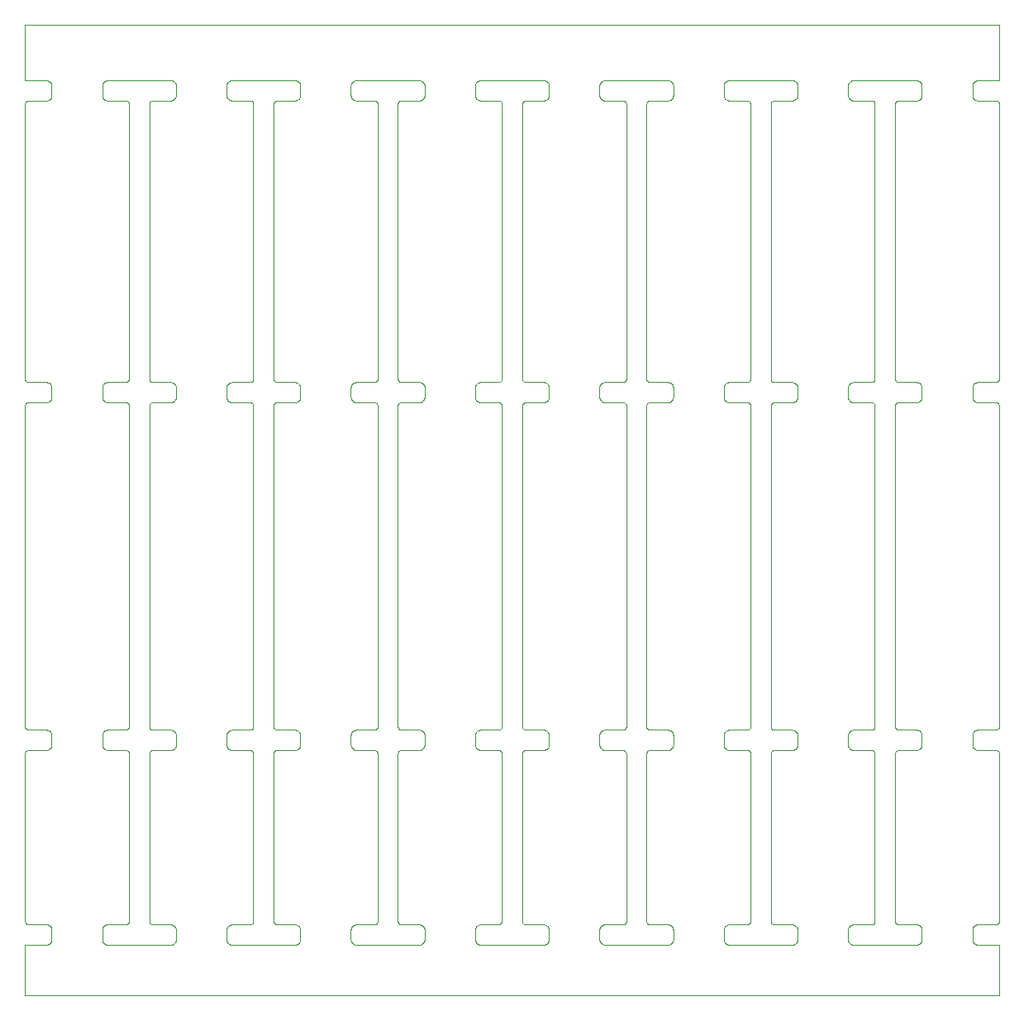
<source format=gm1>
%TF.GenerationSoftware,KiCad,Pcbnew,8.0.5*%
%TF.CreationDate,2024-12-01T20:05:21-08:00*%
%TF.ProjectId,soic,736f6963-2e6b-4696-9361-645f70636258,rev?*%
%TF.SameCoordinates,Original*%
%TF.FileFunction,Profile,NP*%
%FSLAX46Y46*%
G04 Gerber Fmt 4.6, Leading zero omitted, Abs format (unit mm)*
G04 Created by KiCad (PCBNEW 8.0.5) date 2024-12-01 20:05:21*
%MOMM*%
%LPD*%
G01*
G04 APERTURE LIST*
%TA.AperFunction,Profile*%
%ADD10C,0.100000*%
%TD*%
G04 APERTURE END LIST*
D10*
X77156382Y-79714481D02*
X77138781Y-79734885D01*
X76839104Y-112386949D02*
X76865396Y-112392853D01*
X131820803Y-133606527D02*
X131797357Y-133593245D01*
X60035126Y-77906174D02*
X60056508Y-77900638D01*
X62370202Y-112214618D02*
X62382819Y-112232746D01*
X107106518Y-49875382D02*
X107086114Y-49857781D01*
X57662142Y-79446754D02*
X57658843Y-79420011D01*
X136240773Y-131503817D02*
X136244070Y-131508512D01*
X107269847Y-112408492D02*
X107295433Y-112400040D01*
X60123117Y-114418013D02*
X60102245Y-114407775D01*
X89468782Y-48200718D02*
X89485360Y-48221961D01*
X94593400Y-78464212D02*
X94594061Y-78437261D01*
X64701842Y-133593245D02*
X64678396Y-133606527D01*
X146457415Y-50189335D02*
X146454385Y-50183157D01*
X126514146Y-48415603D02*
X126520050Y-48441895D01*
X82389039Y-133449391D02*
X82373523Y-133427360D01*
X89151504Y-79904650D02*
X89124954Y-79909257D01*
X138734960Y-78137161D02*
X138750476Y-78159192D01*
X131583310Y-79600927D02*
X131572390Y-79576293D01*
X114201746Y-78330803D02*
X114207650Y-78357095D01*
X74624847Y-131310555D02*
X74624945Y-131315730D01*
X111799618Y-50020403D02*
X111794182Y-50022236D01*
X86950464Y-131410376D02*
X86963794Y-131449388D01*
X86940045Y-114690330D02*
X86939152Y-114695996D01*
X82291549Y-132113286D02*
X82297453Y-132086994D01*
X64701842Y-112454507D02*
X64724607Y-112468923D01*
X60300862Y-114642863D02*
X60298802Y-114636298D01*
X77278356Y-48495188D02*
X77280338Y-48522061D01*
X138682201Y-112537198D02*
X138700781Y-112556714D01*
X57662142Y-133202907D02*
X57658843Y-133176164D01*
X89124954Y-114370457D02*
X89098211Y-114373756D01*
X74985625Y-131671353D02*
X76731990Y-131671361D01*
X126514146Y-49584396D02*
X126506959Y-49610366D01*
X134028338Y-50060201D02*
X133993808Y-50039875D01*
X62352262Y-50193013D02*
X62348923Y-50199029D01*
X134164479Y-50232112D02*
X134161765Y-50225790D01*
X89229352Y-114344307D02*
X89203766Y-114352759D01*
X64552996Y-77931653D02*
X64578966Y-77938840D01*
X82441798Y-79754401D02*
X82423218Y-79734885D01*
X64654327Y-114323689D02*
X64629693Y-114334609D01*
X82776188Y-77917843D02*
X82803061Y-77915861D01*
X138843000Y-133122340D02*
X138842338Y-133149291D01*
X123914262Y-80108213D02*
X123910923Y-80114229D01*
X64578966Y-49976359D02*
X64552996Y-49983546D01*
X74739824Y-131577269D02*
X74758342Y-131593168D01*
X107013839Y-131893351D02*
X107030418Y-131872108D01*
X113951442Y-49921892D02*
X113927996Y-49935174D01*
X123878629Y-77613472D02*
X123879665Y-77619114D01*
X64860560Y-49778038D02*
X64843982Y-49799281D01*
X99432734Y-131626582D02*
X99437830Y-131629217D01*
X119234653Y-48415603D02*
X119241840Y-48389633D01*
X82441798Y-133510554D02*
X82423218Y-133491038D01*
X143985218Y-79734885D02*
X143967617Y-79714481D01*
X99298116Y-77737991D02*
X99320165Y-77771447D01*
X94907674Y-131724100D02*
X94932308Y-131713181D01*
X52455481Y-79790582D02*
X52434238Y-79807160D01*
X138843000Y-78464212D02*
X138843000Y-79366187D01*
X87146391Y-114408444D02*
X87109846Y-114427533D01*
X76812554Y-112382342D02*
X76839104Y-112386949D01*
X70046707Y-131938148D02*
X70061123Y-131915382D01*
X84916974Y-50238772D02*
X84914914Y-50232207D01*
X62450379Y-114450923D02*
X62446042Y-114454678D01*
X64701842Y-77993307D02*
X64724607Y-78007723D01*
X119582247Y-133639260D02*
X119557106Y-133629562D01*
X123880628Y-112085519D02*
X123881847Y-112092321D01*
X89590756Y-49504811D02*
X89587457Y-49531554D01*
X57734307Y-48266757D02*
X57748723Y-48243992D01*
X119342817Y-49799281D02*
X119326239Y-49778038D01*
X64962657Y-113907954D02*
X64958050Y-113934504D01*
X101639042Y-48078107D02*
X101661807Y-48092523D01*
X138453366Y-114352759D02*
X138427396Y-114359946D01*
X94773714Y-49857781D02*
X94754198Y-49839201D01*
X84910801Y-77693299D02*
X84918472Y-77672587D01*
X146431230Y-131524409D02*
X146435320Y-131518839D01*
X136306563Y-114466185D02*
X136289713Y-114482202D01*
X136460068Y-50009954D02*
X136453336Y-50011516D01*
X57679840Y-49610366D02*
X57672653Y-49584396D01*
X136488527Y-50004229D02*
X136482885Y-50005265D01*
X97240580Y-77637902D02*
X97242142Y-77631170D01*
X50036510Y-112177349D02*
X50039710Y-112183473D01*
X124096300Y-112350001D02*
X124117012Y-112357672D01*
X74975189Y-79915596D02*
X74933499Y-79918771D01*
X97249599Y-80276006D02*
X97249501Y-80270822D01*
X97217737Y-131462234D02*
X97220622Y-131455954D01*
X52341927Y-133618642D02*
X52317293Y-133629562D01*
X84738079Y-50036479D02*
X84731757Y-50033765D01*
X107454812Y-79915200D02*
X107427861Y-79914538D01*
X138778174Y-79624996D02*
X138764892Y-79648442D01*
X123964968Y-80034140D02*
X123960336Y-80039267D01*
X87130213Y-77875337D02*
X87136229Y-77878676D01*
X64952146Y-113960796D02*
X64944959Y-113986766D01*
X62410326Y-80025918D02*
X62406607Y-80030287D01*
X107066599Y-131832189D02*
X107086115Y-131813608D01*
X97044133Y-50033756D02*
X97006924Y-50018892D01*
X101639042Y-114298292D02*
X101615596Y-114311574D01*
X59985844Y-131669926D02*
X59992735Y-131669401D01*
X111858064Y-50005269D02*
X111835292Y-50009949D01*
X52266566Y-79891559D02*
X52240596Y-79898746D01*
X133937551Y-50016463D02*
X133930890Y-50014739D01*
X60285611Y-131450555D02*
X60293683Y-131428752D01*
X57656861Y-132193453D02*
X57658843Y-132166579D01*
X123968607Y-112261312D02*
X123972326Y-112265681D01*
X76812554Y-49994057D02*
X76785811Y-49997356D01*
X84721746Y-114405317D02*
X84716358Y-114403347D01*
X123893283Y-80157899D02*
X123890894Y-80164351D01*
X109213358Y-77914847D02*
X109235416Y-77913728D01*
X133861376Y-114377930D02*
X133838158Y-114376752D01*
X72346370Y-131662522D02*
X72387129Y-131650858D01*
X133913473Y-114386522D02*
X133872890Y-114379248D01*
X124146560Y-131661169D02*
X124170467Y-131666083D01*
X97245330Y-112074570D02*
X97246026Y-112067725D01*
X119326239Y-78137161D02*
X119342817Y-78115918D01*
X109487427Y-50138004D02*
X109482945Y-50132784D01*
X52614409Y-79576293D02*
X52603489Y-79600927D01*
X146498086Y-133671491D02*
X146492474Y-133671353D01*
X96929919Y-114378343D02*
X96924197Y-114377931D01*
X87004592Y-114524373D02*
X87001062Y-114528894D01*
X99569196Y-114378352D02*
X99563530Y-114379245D01*
X76758938Y-112377061D02*
X76785811Y-112379043D01*
X138662685Y-114234181D02*
X138642281Y-114251782D01*
X138293987Y-50000000D02*
X136547625Y-50000000D01*
X69992240Y-78304833D02*
X70000692Y-78279247D01*
X136329596Y-131600146D02*
X136364018Y-131622834D01*
X119607833Y-112400040D02*
X119633803Y-112392853D01*
X109541774Y-50238772D02*
X109539714Y-50232207D01*
X126530600Y-132220373D02*
X126530600Y-133122340D01*
X57658843Y-112871588D02*
X57662142Y-112844845D01*
X74715368Y-80034140D02*
X74710736Y-80039267D01*
X89071338Y-112377061D02*
X89098211Y-112379043D01*
X94646110Y-133357080D02*
X94635190Y-133332446D01*
X64968600Y-112925412D02*
X64968600Y-113827387D01*
X84790252Y-77847198D02*
X84807718Y-77833679D01*
X146293733Y-79948956D02*
X146256524Y-79934092D01*
X64678396Y-48064825D02*
X64701842Y-48078107D01*
X101661807Y-114283876D02*
X101639042Y-114298292D01*
X121848001Y-77693299D02*
X121855672Y-77672587D01*
X119532472Y-77967910D02*
X119557106Y-77956990D01*
X119440161Y-49891960D02*
X119418918Y-49875382D01*
X106916349Y-133229457D02*
X106911742Y-133202907D01*
X121525733Y-114376751D02*
X121511857Y-114376400D01*
X106916349Y-79473304D02*
X106911742Y-79446754D01*
X101683838Y-114268360D02*
X101661807Y-114283876D01*
X114037885Y-49857781D02*
X114017481Y-49875382D01*
X126465774Y-79624996D02*
X126452492Y-79648442D01*
X136257380Y-77771468D02*
X136261310Y-77777115D01*
X57816998Y-48160798D02*
X57836514Y-48142218D01*
X70021310Y-131985663D02*
X70033425Y-131961594D01*
X121874399Y-80276006D02*
X121874301Y-80270822D01*
X126140966Y-79891559D02*
X126114996Y-79898746D01*
X144365061Y-49999338D02*
X144338188Y-49997356D01*
X99343060Y-114492403D02*
X99317005Y-114524357D01*
X121601073Y-114386522D02*
X121560490Y-114379248D01*
X114140093Y-131938120D02*
X114153374Y-131961565D01*
X84937199Y-114738942D02*
X84936848Y-114725066D01*
X52389442Y-112454507D02*
X52412207Y-112468923D01*
X87210468Y-50009954D02*
X87203736Y-50011516D01*
X52603489Y-49685727D02*
X52591374Y-49709796D01*
X97134512Y-112282192D02*
X97138881Y-112278473D01*
X64788285Y-112518618D02*
X64807801Y-112537198D01*
X136228584Y-77725864D02*
X136231614Y-77732042D01*
X119234653Y-79499596D02*
X119228749Y-79473304D01*
X70384203Y-77931653D02*
X70410495Y-77925749D01*
X77228289Y-79600927D02*
X77216174Y-79624996D01*
X121579434Y-112370724D02*
X121618466Y-112361666D01*
X57658843Y-48495188D02*
X57662142Y-48468445D01*
X72375551Y-79931663D02*
X72368890Y-79929939D01*
X52632559Y-48389633D02*
X52639746Y-48415603D01*
X144064961Y-79807160D02*
X144043718Y-79790582D01*
X89592738Y-48522061D02*
X89593400Y-48549012D01*
X121625224Y-77898715D02*
X121631763Y-77896480D01*
X77037009Y-131763885D02*
X77059040Y-131779401D01*
X82373523Y-79671207D02*
X82359107Y-79648442D01*
X70235357Y-49921892D02*
X70212592Y-49907476D01*
X74743740Y-112285831D02*
X74748867Y-112290463D01*
X58124645Y-48005942D02*
X58151388Y-48002643D01*
X94646110Y-131985663D02*
X94658225Y-131961594D01*
X109267010Y-79920870D02*
X109260270Y-79919485D01*
X97101717Y-79982477D02*
X97097108Y-79979063D01*
X124194067Y-112374402D02*
X124200957Y-112374926D01*
X101356790Y-131671361D02*
X101383740Y-131672023D01*
X52624107Y-114012352D02*
X52614409Y-114037493D01*
X126405983Y-131872080D02*
X126422561Y-131893323D01*
X134186699Y-80270784D02*
X134186404Y-80265608D01*
X121590370Y-77907742D02*
X121597102Y-77906180D01*
X77188476Y-112620392D02*
X77202892Y-112643157D01*
X124101222Y-50024559D02*
X124063757Y-50041773D01*
X86978984Y-77725864D02*
X86982014Y-77732042D01*
X146383196Y-114469860D02*
X146351242Y-114443805D01*
X82281000Y-133122340D02*
X82281000Y-132220403D01*
X74767483Y-114447495D02*
X74762845Y-114450871D01*
X131894647Y-114344307D02*
X131869506Y-114334609D01*
X74722758Y-50110763D02*
X74718276Y-50115983D01*
X111655460Y-114492403D02*
X111629405Y-114524357D01*
X82304640Y-113986766D02*
X82297453Y-113960796D01*
X70258804Y-131736216D02*
X70282874Y-131724100D01*
X87186423Y-112359930D02*
X87193067Y-112361831D01*
X107172557Y-133593245D02*
X107149792Y-133578829D01*
X70490661Y-48000661D02*
X70517612Y-48000000D01*
X87239029Y-77910930D02*
X87245874Y-77911626D01*
X89500876Y-78159192D02*
X89515292Y-78181957D01*
X70282872Y-48052710D02*
X70307506Y-48041790D01*
X70010390Y-132010297D02*
X70021310Y-131985663D01*
X124181944Y-131667693D02*
X124224789Y-131670956D01*
X138837057Y-132139806D02*
X138840356Y-132166550D01*
X134186448Y-77566533D02*
X134186799Y-77552657D01*
X121806430Y-131524409D02*
X121810520Y-131518839D01*
X82670633Y-77938840D02*
X82696603Y-77931653D01*
X97249247Y-114725041D02*
X97248069Y-114701823D01*
X97185784Y-112223838D02*
X97188798Y-112218957D01*
X82803061Y-79914538D02*
X82776188Y-79912556D01*
X134100913Y-131547274D02*
X134105280Y-131541917D01*
X136203263Y-80164448D02*
X136201539Y-80171109D01*
X89451181Y-78095514D02*
X89468782Y-78115918D01*
X146497732Y-131344772D02*
X146498848Y-131322694D01*
X109535614Y-131449466D02*
X109543283Y-131428752D01*
X97248068Y-114701802D02*
X97247656Y-114696080D01*
X99352615Y-114482349D02*
X99347628Y-114487089D01*
X109561604Y-112025991D02*
X109561899Y-112020815D01*
X70437047Y-131677333D02*
X70463791Y-131674035D01*
X131672818Y-48180314D02*
X131691398Y-48160798D01*
X143848942Y-112844845D02*
X143853549Y-112818295D01*
X101840974Y-114086196D02*
X101827692Y-114109642D01*
X131533243Y-133176164D02*
X131531261Y-133149291D01*
X101797760Y-114154438D02*
X101781182Y-114175681D01*
X114176409Y-49661093D02*
X114165489Y-49685727D01*
X57721025Y-79624996D02*
X57708910Y-79600927D01*
X60312399Y-131308802D02*
X60312399Y-114738967D01*
X70410495Y-133660803D02*
X70384203Y-133654899D01*
X121513593Y-112376399D02*
X121518777Y-112376301D01*
X126088704Y-77925749D02*
X126114996Y-77931653D01*
X113802596Y-112392853D02*
X113828566Y-112400040D01*
X111562000Y-77554393D02*
X111562098Y-77559577D01*
X111615974Y-131503820D02*
X111619150Y-131508597D01*
X124047028Y-114427543D02*
X124042000Y-114430306D01*
X107013839Y-112598361D02*
X107030417Y-112577118D01*
X99368540Y-112285831D02*
X99373667Y-112290463D01*
X107086114Y-48142218D02*
X107106518Y-48124617D01*
X62596403Y-50007409D02*
X62590856Y-50008870D01*
X101813277Y-131915354D02*
X101827693Y-131938120D01*
X52639746Y-78330803D02*
X52645650Y-78357095D01*
X50301729Y-79919485D02*
X50294989Y-79920870D01*
X136188273Y-112049842D02*
X136188797Y-112056732D01*
X133971386Y-77886208D02*
X133977665Y-77883323D01*
X107220072Y-114323689D02*
X107196003Y-114311574D01*
X138819359Y-112766033D02*
X138826546Y-112792003D01*
X134186449Y-131322668D02*
X134186799Y-131308828D01*
X52134138Y-48000661D02*
X52161011Y-48002643D01*
X89551609Y-79576293D02*
X89540689Y-79600927D01*
X74641263Y-80164448D02*
X74639539Y-80171109D01*
X107013839Y-79693238D02*
X106998323Y-79671207D01*
X107374245Y-77921142D02*
X107400988Y-77917843D01*
X101797760Y-49778038D02*
X101781182Y-49799281D01*
X64807801Y-114215601D02*
X64788285Y-114234181D01*
X144043718Y-114251782D02*
X144023314Y-114234181D01*
X99294463Y-77732130D02*
X99298102Y-77737969D01*
X146293733Y-50033756D02*
X146256524Y-50018892D01*
X106998323Y-78159192D02*
X107013839Y-78137161D01*
X57995108Y-131713181D02*
X58020249Y-131703483D01*
X131623123Y-78159192D02*
X131638639Y-78137161D01*
X109369108Y-131631671D02*
X109388421Y-131620951D01*
X99254908Y-131375286D02*
X99259819Y-131399194D01*
X109554552Y-77631121D02*
X109555771Y-77624319D01*
X62568333Y-77900466D02*
X62607365Y-77909524D01*
X62423163Y-77817241D02*
X62428383Y-77821723D01*
X64446538Y-77915861D02*
X64473411Y-77917843D01*
X107196003Y-79850374D02*
X107172557Y-79837092D01*
X131731318Y-48124617D02*
X131752561Y-48108039D01*
X82619906Y-49958209D02*
X82595272Y-49947289D01*
X86997876Y-112219033D02*
X87001013Y-112223836D01*
X74692192Y-114524373D02*
X74688662Y-114528894D01*
X52134140Y-131672023D02*
X52161013Y-131674005D01*
X124236967Y-112376400D02*
X125981587Y-112376400D01*
X134186447Y-50348641D02*
X134185328Y-50326583D01*
X107196003Y-133606527D02*
X107172557Y-133593245D01*
X134126765Y-131513005D02*
X134138447Y-131494259D01*
X136186898Y-50355622D02*
X136186800Y-50360806D01*
X87011772Y-77777195D02*
X87016254Y-77782415D01*
X77264546Y-48415603D02*
X77270450Y-48441895D01*
X138478952Y-114344307D02*
X138453366Y-114352759D01*
X64473413Y-131674005D02*
X64500157Y-131677304D01*
X126088704Y-114365850D02*
X126062154Y-114370457D01*
X107106518Y-78039817D02*
X107127761Y-78023239D01*
X121855680Y-77672563D02*
X121857915Y-77666024D01*
X57656861Y-113854338D02*
X57656200Y-113827387D01*
X72624447Y-114725041D02*
X72623269Y-114701823D01*
X134177923Y-50278436D02*
X134166581Y-50238797D01*
X121668933Y-50033756D02*
X121631724Y-50018892D01*
X119218861Y-133149291D02*
X119218200Y-133122340D01*
X82304640Y-132061024D02*
X82313092Y-132035438D01*
X106905800Y-48549012D02*
X106906461Y-48522061D01*
X74762856Y-131596876D02*
X74767579Y-131600134D01*
X84935668Y-114701802D02*
X84935256Y-114696080D01*
X138293987Y-133671353D02*
X132079612Y-133671353D01*
X94983033Y-133647712D02*
X94957447Y-133639260D01*
X50098009Y-112265693D02*
X50102895Y-112270579D01*
X107347695Y-114365850D02*
X107321403Y-114359946D01*
X111695558Y-131593181D02*
X111699989Y-131596825D01*
X97000424Y-77898715D02*
X97006963Y-77896480D01*
X146369738Y-77833663D02*
X146375093Y-77829296D01*
X101895250Y-132113257D02*
X101899857Y-132139806D01*
X87147380Y-131639985D02*
X87152583Y-131642402D01*
X144133203Y-112441225D02*
X144157272Y-112429110D01*
X97207986Y-77725917D02*
X97217712Y-77706088D01*
X111761120Y-77878720D02*
X111767442Y-77881434D01*
X87075204Y-50074572D02*
X87069984Y-50079054D01*
X121547842Y-77913726D02*
X121554732Y-77913202D01*
X60295936Y-112127151D02*
X60297660Y-112120490D01*
X74692923Y-50147076D02*
X74688712Y-50152517D01*
X94718017Y-112577118D02*
X94735618Y-112556714D01*
X62603305Y-112370175D02*
X62625137Y-112373520D01*
X134107728Y-50132765D02*
X134080867Y-50103033D01*
X62673225Y-131671353D02*
X64419590Y-131671361D01*
X77281000Y-113827387D02*
X77280338Y-113854338D01*
X146484649Y-131415471D02*
X146490183Y-131394087D01*
X97229374Y-50238772D02*
X97227314Y-50232207D01*
X111739208Y-50048516D02*
X111705752Y-50070565D01*
X87084167Y-112308413D02*
X87089737Y-112312503D01*
X72598401Y-77693299D02*
X72606072Y-77672587D01*
X126350286Y-131813580D02*
X126369802Y-131832161D01*
X131562692Y-78279247D02*
X131572390Y-78254106D01*
X57764239Y-114154438D02*
X57748723Y-114132407D01*
X144109757Y-133593245D02*
X144086992Y-133578829D01*
X136364008Y-50048516D02*
X136330552Y-50070565D01*
X144392012Y-50000000D02*
X144365061Y-49999338D01*
X89540689Y-112690672D02*
X89551609Y-112715306D01*
X64926809Y-114037493D02*
X64915889Y-114062127D01*
X62312795Y-50350408D02*
X62312500Y-50355584D01*
X131691398Y-112537198D02*
X131710914Y-112518618D01*
X99521760Y-131661169D02*
X99545667Y-131666083D01*
X107030417Y-49799281D02*
X107013839Y-49778038D01*
X106911742Y-132139836D02*
X106916349Y-132113286D01*
X94837393Y-131763913D02*
X94860159Y-131749497D01*
X143884790Y-112715306D02*
X143895710Y-112690672D01*
X106929440Y-49610366D02*
X106922253Y-49584396D01*
X84936848Y-77566533D02*
X84937199Y-77552657D01*
X77156382Y-114175681D02*
X77138781Y-114196085D01*
X99492275Y-79934092D02*
X99455066Y-79948956D01*
X59992785Y-131669396D02*
X59999641Y-131668523D01*
X106970625Y-79624996D02*
X106958510Y-79600927D01*
X138832450Y-113934504D02*
X138826546Y-113960796D01*
X89303196Y-48064825D02*
X89326642Y-48078107D01*
X72610066Y-112120466D02*
X72619124Y-112081434D01*
X123881857Y-112092370D02*
X123883419Y-112099102D01*
X74885797Y-131658129D02*
X74891264Y-131659869D01*
X94883603Y-48064825D02*
X94907672Y-48052710D01*
X126524657Y-79446754D02*
X126520050Y-79473304D01*
X99383226Y-114454692D02*
X99352633Y-114482332D01*
X62376213Y-114528963D02*
X62373076Y-114533766D01*
X97120138Y-77833663D02*
X97125493Y-77829296D01*
X77014242Y-114298292D02*
X76990796Y-114311574D01*
X111910641Y-114376752D02*
X111887423Y-114377930D01*
X72588320Y-112177279D02*
X72591034Y-112170957D01*
X77100685Y-133529134D02*
X77080281Y-133546735D01*
X101882160Y-132060995D02*
X101889346Y-132086965D01*
X113723011Y-49997356D02*
X113696138Y-49999338D01*
X146277322Y-77888792D02*
X146283739Y-77886228D01*
X107127761Y-78023239D02*
X107149792Y-78007723D01*
X113996240Y-131779401D02*
X114017482Y-131795980D01*
X72624799Y-80276006D02*
X72624701Y-80270822D01*
X136200023Y-114637393D02*
X136198282Y-114642859D01*
X143875092Y-133307305D02*
X143866640Y-133281719D01*
X57656200Y-49450987D02*
X57656200Y-48549012D01*
X101813276Y-133427360D02*
X101797760Y-133449391D01*
X60063248Y-112359905D02*
X60069700Y-112357516D01*
X97188934Y-77757815D02*
X97201232Y-77738086D01*
X146498086Y-42500138D02*
X146492474Y-42500000D01*
X82322790Y-112715306D02*
X82333710Y-112690672D01*
X74973466Y-112376048D02*
X74987342Y-112376399D01*
X114037886Y-131813580D02*
X114057402Y-131832161D01*
X119296307Y-114109642D02*
X119283025Y-114086196D01*
X62436506Y-112290496D02*
X62441861Y-112294863D01*
X89326643Y-131749469D02*
X89349409Y-131763885D01*
X62419141Y-131569193D02*
X62423075Y-131573368D01*
X72409346Y-114405317D02*
X72403958Y-114403347D01*
X82291549Y-79473304D02*
X82286942Y-79446754D01*
X138837057Y-78383645D02*
X138840356Y-78410388D01*
X124130333Y-77900466D02*
X124169365Y-77909524D01*
X107269847Y-77947292D02*
X107295433Y-77938840D01*
X106929440Y-48389633D02*
X106937892Y-48364047D01*
X52240598Y-131687815D02*
X52266568Y-131695002D01*
X101899857Y-132139806D02*
X101903156Y-132166550D01*
X114215556Y-113881211D02*
X114212257Y-113907954D01*
X119270910Y-133357080D02*
X119259990Y-133332446D01*
X62386944Y-131533370D02*
X62390699Y-131537707D01*
X95035295Y-77925749D02*
X95061845Y-77921142D01*
X62327173Y-131415439D02*
X62328897Y-131422101D01*
X62596478Y-112368952D02*
X62603280Y-112370171D01*
X58071803Y-48016453D02*
X58098095Y-48010549D01*
X146249951Y-79931663D02*
X146243290Y-79929939D01*
X96887032Y-114376400D02*
X95142412Y-114376400D01*
X74975208Y-77914804D02*
X74980384Y-77915099D01*
X89044390Y-131671361D02*
X89071340Y-131672023D01*
X74629069Y-80217029D02*
X74628373Y-80223874D01*
X77172960Y-133449391D02*
X77156382Y-133470634D01*
X143921107Y-114109642D02*
X143907825Y-114086196D01*
X109562000Y-112015574D02*
X109562000Y-80276025D01*
X107347695Y-79904650D02*
X107321403Y-79898746D01*
X94603949Y-132113286D02*
X94609853Y-132086994D01*
X77275057Y-49531554D02*
X77270450Y-49558104D01*
X114186107Y-114012352D02*
X114176409Y-114037493D01*
X77280338Y-113854338D02*
X77278356Y-113881211D01*
X119462192Y-112468923D02*
X119484957Y-112454507D01*
X62517866Y-77881443D02*
X62555075Y-77896307D01*
X131572390Y-78254106D02*
X131583310Y-78229472D01*
X136254923Y-50147076D02*
X136250712Y-50152517D01*
X146143577Y-79915298D02*
X146138393Y-79915200D01*
X74873951Y-79931694D02*
X74867499Y-79934083D01*
X72579990Y-131488237D02*
X72583189Y-131482111D01*
X50147076Y-77847076D02*
X50152517Y-77851287D01*
X74891345Y-131659892D02*
X74896939Y-131661165D01*
X109302101Y-114389997D02*
X109295536Y-114387937D01*
X50000100Y-112020815D02*
X50000395Y-112025991D01*
X144023314Y-78057418D02*
X144043718Y-78039817D01*
X131920233Y-49976359D02*
X131894647Y-49967907D01*
X136187242Y-131320954D02*
X136190412Y-131362650D01*
X119378998Y-112537198D02*
X119398514Y-112518618D01*
X133836410Y-112376003D02*
X133878100Y-112372828D01*
X74645203Y-77677581D02*
X74647036Y-77683017D01*
X121823256Y-114549028D02*
X121820493Y-114544000D01*
X101410613Y-131674005D02*
X101437357Y-131677304D01*
X133867185Y-131669396D02*
X133874041Y-131668523D01*
X94860157Y-49921892D02*
X94837392Y-49907476D01*
X89349407Y-48092523D02*
X89371438Y-48108039D01*
X72467415Y-114437065D02*
X72447686Y-114424767D01*
X70307506Y-77956990D02*
X70332647Y-77947292D01*
X138347811Y-79912556D02*
X138320938Y-79914538D01*
X58151391Y-131674035D02*
X58178264Y-131672052D01*
X64915889Y-133357080D02*
X64903774Y-133381149D01*
X94735618Y-133491038D02*
X94718017Y-133470634D01*
X143884790Y-132010297D02*
X143895710Y-131985663D01*
X72621951Y-114690309D02*
X72614677Y-114649726D01*
X99262864Y-131410376D02*
X99276194Y-131449388D01*
X123985136Y-131573427D02*
X123989409Y-131577255D01*
X62360916Y-77737991D02*
X62382965Y-77771447D01*
X52655538Y-113854338D02*
X52653556Y-113881211D01*
X72435517Y-114418013D02*
X72414645Y-114407775D01*
X72298244Y-131669926D02*
X72305135Y-131669401D01*
X111590991Y-112160986D02*
X111593876Y-112167265D01*
X119250292Y-48364047D02*
X119259990Y-48338906D01*
X77275057Y-132139806D02*
X77278356Y-132166550D01*
X94599342Y-132139836D02*
X94603949Y-132113286D01*
X69979149Y-132113286D02*
X69985053Y-132086994D01*
X60056466Y-79929933D02*
X60017434Y-79920875D01*
X74639533Y-80171133D02*
X74630475Y-80210165D01*
X89254493Y-77956990D02*
X89279127Y-77967910D01*
X131920233Y-112400040D02*
X131946203Y-112392853D01*
X52656200Y-78464212D02*
X52656200Y-79366187D01*
X74634754Y-77641931D02*
X74636316Y-77648663D01*
X97217555Y-114585591D02*
X97198466Y-114549046D01*
X101899857Y-133202907D02*
X101895250Y-133229457D01*
X62322354Y-77641931D02*
X62323916Y-77648663D01*
X121625248Y-112359905D02*
X121631700Y-112357516D01*
X64807802Y-131832161D02*
X64826382Y-131851676D01*
X52161011Y-133668709D02*
X52134138Y-133670691D01*
X138427396Y-79898746D02*
X138401104Y-79904650D01*
X101781182Y-78115918D02*
X101797760Y-78137161D01*
X132052661Y-114375738D02*
X132025788Y-114373756D01*
X60267536Y-50183069D02*
X60263897Y-50177230D01*
X87152660Y-112347428D02*
X87159077Y-112349992D01*
X52412207Y-49907476D02*
X52389442Y-49921892D01*
X84687951Y-50016463D02*
X84681290Y-50014739D01*
X121871520Y-50312737D02*
X121868000Y-50289757D01*
X123922916Y-77737991D02*
X123944965Y-77771447D01*
X101516166Y-112400040D02*
X101541752Y-112408492D01*
X89098211Y-112379043D02*
X89124954Y-112382342D01*
X82333710Y-78229472D02*
X82345825Y-78205403D01*
X50103015Y-50105949D02*
X50098028Y-50110689D01*
X99465061Y-131642434D02*
X99470449Y-131644404D01*
X89392681Y-79790582D02*
X89371438Y-79807160D01*
X138810907Y-112740447D02*
X138819359Y-112766033D01*
X97000448Y-112359905D02*
X97006900Y-112357516D01*
X70517614Y-131671391D02*
X72262231Y-131671399D01*
X111629405Y-112228442D02*
X111656194Y-112261296D01*
X138734960Y-133449391D02*
X138718382Y-133470634D01*
X113802596Y-77931653D02*
X113828566Y-77938840D01*
X111655460Y-50116003D02*
X111630139Y-50147057D01*
X52240596Y-133654899D02*
X52214304Y-133660803D01*
X136261271Y-80053245D02*
X136257895Y-80057883D01*
X94596043Y-48495188D02*
X94599342Y-48468445D01*
X109522124Y-80108191D02*
X109501798Y-80073661D01*
X121715960Y-112316184D02*
X121721799Y-112312545D01*
X138734960Y-48221961D02*
X138750476Y-48243992D01*
X86941469Y-50301829D02*
X86940773Y-50308674D01*
X52531582Y-79714481D02*
X52513981Y-79734885D01*
X131844872Y-112429110D02*
X131869506Y-112418190D01*
X121717015Y-114437065D02*
X121697286Y-114424767D01*
X59998469Y-114379245D02*
X59992803Y-114378352D01*
X111562351Y-114725066D02*
X111562000Y-114738942D01*
X70000692Y-48364047D02*
X70010390Y-48338906D01*
X109335247Y-131646970D02*
X109356613Y-131637801D01*
X86944657Y-112092370D02*
X86946219Y-112099102D01*
X52645650Y-78357095D02*
X52650257Y-78383645D01*
X74638397Y-114636298D02*
X74636337Y-114642863D01*
X121857905Y-80164351D02*
X121855516Y-80157899D01*
X57662142Y-113907954D02*
X57658843Y-113881211D01*
X70212592Y-114283876D02*
X70190561Y-114268360D01*
X99557144Y-131667693D02*
X99599989Y-131670956D01*
X64552996Y-133654899D02*
X64526704Y-133660803D01*
X70061123Y-78159192D02*
X70076639Y-78137161D01*
X134135656Y-114549028D02*
X134132893Y-114544000D01*
X131820803Y-77980025D02*
X131844872Y-77967910D01*
X77156382Y-48200718D02*
X77172960Y-48221961D01*
X134138283Y-50177208D02*
X134116234Y-50143752D01*
X69968600Y-132220403D02*
X69969261Y-132193453D01*
X94685923Y-48243992D02*
X94701439Y-48221961D01*
X107374245Y-112382342D02*
X107400988Y-112379043D01*
X97092139Y-79975991D02*
X97056608Y-79955075D01*
X124057534Y-131626582D02*
X124062630Y-131629217D01*
X50273301Y-114386527D02*
X50266561Y-114387912D01*
X52548160Y-78137161D02*
X52563676Y-78159192D01*
X101895250Y-49558104D02*
X101889346Y-49584396D01*
X143935523Y-79671207D02*
X143921107Y-79648442D01*
X57878161Y-112484439D02*
X57900192Y-112468923D01*
X82283643Y-133176164D02*
X82281661Y-133149291D01*
X134080196Y-112274327D02*
X134096213Y-112257478D01*
X144338188Y-49997356D02*
X144311445Y-49994057D01*
X74874048Y-77898736D02*
X74880709Y-77900460D01*
X136453287Y-50011529D02*
X136446644Y-50013430D01*
X131752561Y-133563313D02*
X131731318Y-133546735D01*
X82313092Y-78279247D02*
X82322790Y-78254106D01*
X77228289Y-48314272D02*
X77239209Y-48338906D01*
X94754198Y-133510554D02*
X94735618Y-133491038D01*
X87023103Y-80039306D02*
X87018736Y-80044661D01*
X131533243Y-132166579D02*
X131536542Y-132139836D01*
X111777461Y-131642434D02*
X111782849Y-131644404D01*
X60182938Y-112294863D02*
X60188293Y-112290496D01*
X64926809Y-133332446D02*
X64915889Y-133357080D01*
X131999045Y-79909257D02*
X131972495Y-79904650D01*
X136392242Y-79948965D02*
X136385920Y-79951679D01*
X97022847Y-131646970D02*
X97044213Y-131637801D01*
X64967938Y-112898461D02*
X64968600Y-112925412D01*
X126088704Y-48010549D02*
X126114996Y-48016453D01*
X138734960Y-112598361D02*
X138750476Y-112620392D01*
X99387656Y-131596876D02*
X99392379Y-131600134D01*
X87047856Y-80013183D02*
X87043817Y-80017256D01*
X138832450Y-49558104D02*
X138826546Y-49584396D01*
X77202892Y-114109642D02*
X77188476Y-114132407D01*
X70169319Y-131796007D02*
X70190562Y-131779429D01*
X113951443Y-131749469D02*
X113974209Y-131763885D01*
X146203114Y-114381665D02*
X146197472Y-114380629D01*
X77248907Y-132035409D02*
X77257360Y-132060995D01*
X60021519Y-77908971D02*
X60028321Y-77907752D01*
X94957447Y-77947292D02*
X94983033Y-77938840D01*
X50272160Y-131661169D02*
X50296067Y-131666083D01*
X123967860Y-50116003D02*
X123942539Y-50147057D01*
X126329881Y-114251782D02*
X126308638Y-114268360D01*
X95035295Y-133660803D02*
X95009003Y-133654899D01*
X89551609Y-49661093D02*
X89540689Y-49685727D01*
X138778174Y-112666603D02*
X138790289Y-112690672D01*
X136316281Y-112294879D02*
X136333747Y-112308398D01*
X132052661Y-133670691D02*
X132025788Y-133668709D01*
X99600008Y-131670957D02*
X99605184Y-131671252D01*
X146499199Y-131308802D02*
X146499199Y-114737225D01*
X95088588Y-114373756D02*
X95061845Y-114370457D01*
X136203327Y-131422198D02*
X136205716Y-131428650D01*
X99253171Y-50308699D02*
X99249996Y-50350389D01*
X126530600Y-133122340D02*
X126529938Y-133149291D01*
X77120201Y-78075998D02*
X77138781Y-78095514D01*
X123878669Y-80217029D02*
X123877973Y-80223874D01*
X57900192Y-112468923D02*
X57922957Y-112454507D01*
X52134138Y-114375738D02*
X52107187Y-114376400D01*
X97220642Y-131455907D02*
X97223205Y-131449489D01*
X60308828Y-112067700D02*
X60312003Y-112026010D01*
X69968600Y-79366187D02*
X69968600Y-78464212D01*
X94658225Y-133381149D02*
X94646110Y-133357080D01*
X138662686Y-131813580D02*
X138682202Y-131832161D01*
X121866990Y-50284003D02*
X121865529Y-50278456D01*
X59956815Y-112376299D02*
X59961991Y-112376004D01*
X143845643Y-78410388D02*
X143848942Y-78383645D01*
X89515293Y-131938120D02*
X89528574Y-131961565D01*
X77059038Y-112484439D02*
X77080281Y-112501017D01*
X84688048Y-112359905D02*
X84694500Y-112357516D01*
X70190561Y-112484439D02*
X70212592Y-112468923D01*
X57878161Y-48108039D02*
X57900192Y-48092523D01*
X86942469Y-77619135D02*
X86947149Y-77641907D01*
X136215749Y-112161021D02*
X136218297Y-112166160D01*
X89392681Y-112501017D02*
X89413085Y-112518618D01*
X62354658Y-114564702D02*
X62336959Y-114603222D01*
X119418918Y-48124617D02*
X119440161Y-48108039D01*
X64965956Y-78410388D02*
X64967938Y-78437261D01*
X87125449Y-131629226D02*
X87147361Y-131639975D01*
X99249951Y-114725066D02*
X99249600Y-114738942D01*
X138528727Y-79862489D02*
X138504093Y-79873409D01*
X82281661Y-113854338D02*
X82281000Y-113827387D01*
X109368986Y-79955062D02*
X109362970Y-79951723D01*
X138778174Y-133381149D02*
X138764892Y-133404595D01*
X77138781Y-48180314D02*
X77156382Y-48200718D01*
X50146967Y-112308413D02*
X50152537Y-112312503D01*
X121813734Y-77757815D02*
X121826032Y-77738086D01*
X72419357Y-112342634D02*
X72425679Y-112339920D01*
X60293692Y-131428728D02*
X60295926Y-131422188D01*
X60102226Y-114407766D02*
X60097024Y-114405349D01*
X94837392Y-133578829D02*
X94815361Y-133563313D01*
X131554240Y-49610366D02*
X131547053Y-49584396D01*
X96924176Y-114377930D02*
X96900958Y-114376752D01*
X82502962Y-131779429D02*
X82524993Y-131763913D01*
X121712632Y-131613588D02*
X121730761Y-131600968D01*
X114017481Y-79790582D02*
X113996238Y-79807160D01*
X146492450Y-133671353D02*
X144392012Y-133671353D01*
X111601862Y-50193013D02*
X111598523Y-50199029D01*
X82291549Y-112818295D02*
X82297453Y-112792003D01*
X101827692Y-48266757D02*
X101840974Y-48290203D01*
X94603949Y-133229457D02*
X94599342Y-133202907D01*
X84647468Y-131664995D02*
X84653119Y-131664007D01*
X124051535Y-112328045D02*
X124057490Y-112331550D01*
X121855507Y-80157875D02*
X121840643Y-80120666D01*
X57697990Y-49661093D02*
X57688292Y-49635952D01*
X60129322Y-131626543D02*
X60135278Y-131623037D01*
X113854152Y-133639260D02*
X113828566Y-133647712D01*
X72514109Y-131573374D02*
X72518995Y-131568487D01*
X138599007Y-114283876D02*
X138576242Y-114298292D01*
X109206377Y-79915298D02*
X109201193Y-79915200D01*
X70169318Y-48124617D02*
X70190561Y-48108039D01*
X136192069Y-77619135D02*
X136196749Y-77641907D01*
X62410409Y-112265693D02*
X62415295Y-112270579D01*
X133824256Y-131671399D02*
X133838134Y-131671047D01*
X50000000Y-138664627D02*
X50000138Y-138670239D01*
X114075981Y-49819685D02*
X114057401Y-49839201D01*
X99251073Y-112049842D02*
X99251597Y-112056732D01*
X89592738Y-78437261D02*
X89593400Y-78464212D01*
X99551413Y-131667134D02*
X99557123Y-131667691D01*
X121524010Y-112376003D02*
X121565700Y-112372828D01*
X77248907Y-114012352D02*
X77239209Y-114037493D01*
X50319596Y-114378352D02*
X50313930Y-114379245D01*
X119326239Y-114154438D02*
X119310723Y-114132407D01*
X111858087Y-131666087D02*
X111863730Y-131667123D01*
X126140966Y-77938840D02*
X126166552Y-77947292D01*
X94609853Y-112792003D02*
X94617040Y-112766033D01*
X121658946Y-114405317D02*
X121653558Y-114403347D01*
X70129398Y-79754401D02*
X70110818Y-79734885D01*
X136315435Y-114458761D02*
X136310884Y-114462253D01*
X146225907Y-114386349D02*
X146203135Y-114381669D01*
X136213609Y-112155607D02*
X136215715Y-112160943D01*
X121826060Y-131494237D02*
X121829566Y-131488281D01*
X121565725Y-112372826D02*
X121572570Y-112372130D01*
X64962657Y-133202907D02*
X64958050Y-133229457D01*
X64629693Y-49958209D02*
X64604552Y-49967907D01*
X146420128Y-80047965D02*
X146393267Y-80018233D01*
X119440161Y-112484439D02*
X119462192Y-112468923D01*
X77264546Y-78330803D02*
X77270450Y-78357095D01*
X94907672Y-48052710D02*
X94932306Y-48041790D01*
X119234653Y-113960796D02*
X119228749Y-113934504D01*
X131655217Y-78115918D02*
X131672818Y-78095514D01*
X69974542Y-49531554D02*
X69971243Y-49504811D01*
X131530600Y-49450987D02*
X131530600Y-48549012D01*
X89071340Y-131672023D02*
X89098213Y-131674005D01*
X84920742Y-131422140D02*
X84922642Y-131415495D01*
X97238062Y-114642863D02*
X97236002Y-114636298D01*
X72588276Y-80114229D02*
X72584937Y-80108213D01*
X111619162Y-131508615D02*
X111633103Y-131528648D01*
X136537208Y-131670957D02*
X136542384Y-131671252D01*
X131623123Y-112620392D02*
X131638639Y-112598361D01*
X126488809Y-132010269D02*
X126498507Y-132035409D01*
X109548394Y-114636274D02*
X109535434Y-114598360D01*
X89413085Y-114234181D02*
X89392681Y-114251782D01*
X97056586Y-50039862D02*
X97050570Y-50036523D01*
X74735563Y-77817241D02*
X74740783Y-77821723D01*
X113974209Y-131763885D02*
X113996240Y-131779401D01*
X69971243Y-79420011D02*
X69969261Y-79393138D01*
X86950797Y-114636298D02*
X86948737Y-114642863D01*
X50132765Y-50079071D02*
X50103033Y-50105932D01*
X60153938Y-50060201D02*
X60119408Y-50039875D01*
X123935191Y-80072660D02*
X123914275Y-80108191D01*
X107374245Y-133665410D02*
X107347695Y-133660803D01*
X121788496Y-112252293D02*
X121792863Y-112246938D01*
X131562692Y-49635952D02*
X131554240Y-49610366D01*
X58098095Y-133660803D02*
X58071803Y-133654899D01*
X60283498Y-131455911D02*
X60285603Y-131450575D01*
X76990796Y-114311574D02*
X76966727Y-114323689D01*
X95009003Y-114359946D02*
X94983033Y-114352759D01*
X60270615Y-50189335D02*
X60267585Y-50183157D01*
X126350285Y-114234181D02*
X126329881Y-114251782D01*
X146221926Y-77906174D02*
X146243308Y-77900638D01*
X62614229Y-77910930D02*
X62621074Y-77911626D01*
X52639746Y-133255749D02*
X52632559Y-133281719D01*
X82441798Y-49839201D02*
X82423218Y-49819685D01*
X121652522Y-77888792D02*
X121658939Y-77886228D01*
X84642210Y-79920870D02*
X84635470Y-79919485D01*
X109528234Y-80120642D02*
X109525520Y-80114320D01*
X107127761Y-79807160D02*
X107106518Y-79790582D01*
X62346003Y-112171024D02*
X62348888Y-112177303D01*
X94599342Y-113907954D02*
X94596043Y-113881211D01*
X87069965Y-50079071D02*
X87040233Y-50105932D01*
X146424627Y-50138004D02*
X146420145Y-50132784D01*
X99470469Y-131644411D02*
X99510577Y-131658122D01*
X95142412Y-114376400D02*
X95115461Y-114375738D01*
X138843000Y-48549012D02*
X138843000Y-49450987D01*
X70000692Y-112740447D02*
X70010390Y-112715306D01*
X109560532Y-131344772D02*
X109561648Y-131322694D01*
X138427396Y-114359946D02*
X138401104Y-114365850D01*
X64826381Y-49819685D02*
X64807801Y-49839201D01*
X136547625Y-77915200D02*
X138293987Y-77915200D01*
X50053985Y-112208827D02*
X50057788Y-112214597D01*
X52389443Y-131749469D02*
X52412209Y-131763885D01*
X62450404Y-50074572D02*
X62445184Y-50079054D01*
X144207049Y-131703483D02*
X144232635Y-131695030D01*
X50014733Y-80171133D02*
X50005675Y-80210165D01*
X146413313Y-131547274D02*
X146417680Y-131541917D01*
X89371438Y-133563313D02*
X89349407Y-133578829D01*
X121758396Y-50093460D02*
X121727342Y-50068139D01*
X50255891Y-112361838D02*
X50277273Y-112367374D01*
X146435349Y-131518797D02*
X146439151Y-131513026D01*
X111922825Y-77915200D02*
X113669187Y-77915200D01*
X87016271Y-77782434D02*
X87043132Y-77812166D01*
X138826546Y-48415603D02*
X138832450Y-48441895D01*
X106906461Y-78437261D02*
X106908443Y-78410388D01*
X72364901Y-114389997D02*
X72358336Y-114387937D01*
X132052661Y-77915861D02*
X132079612Y-77915200D01*
X64724607Y-112468923D02*
X64746638Y-112484439D01*
X136408736Y-114402973D02*
X136402284Y-114405363D01*
X94685923Y-112620392D02*
X94701439Y-112598361D01*
X134185268Y-114701802D02*
X134184856Y-114696080D01*
X124067391Y-79955075D02*
X124032861Y-79975401D01*
X50133558Y-131593181D02*
X50137989Y-131596825D01*
X138718383Y-131872080D02*
X138734961Y-131893323D01*
X138840356Y-48495188D02*
X138842338Y-48522061D01*
X95115461Y-114375738D02*
X95088588Y-114373756D01*
X119713388Y-112379043D02*
X119740261Y-112377061D01*
X101864009Y-112715306D02*
X101873707Y-112740447D01*
X146383216Y-112282923D02*
X146388436Y-112278441D01*
X121806260Y-80062257D02*
X121780205Y-80030303D01*
X131572390Y-48338906D02*
X131583310Y-48314272D01*
X126216327Y-79862489D02*
X126191693Y-79873409D01*
X111566229Y-77613472D02*
X111567265Y-77619114D01*
X126263842Y-114298292D02*
X126240396Y-114311574D01*
X126216327Y-133618642D02*
X126191693Y-133629562D01*
X62475134Y-114433539D02*
X62455100Y-114447483D01*
X97138836Y-50097958D02*
X97133616Y-50093476D01*
X111811151Y-79931694D02*
X111804699Y-79934083D01*
X74688613Y-114528963D02*
X74685476Y-114533766D01*
X62500649Y-131629226D02*
X62522561Y-131639975D01*
X131608707Y-112643157D02*
X131623123Y-112620392D01*
X134186447Y-114725041D02*
X134185269Y-114701823D01*
X84826543Y-112278416D02*
X84830582Y-112274343D01*
X77228290Y-131985634D02*
X77239209Y-132010269D01*
X109547260Y-80171109D02*
X109545536Y-80164448D01*
X50044771Y-114559522D02*
X50042267Y-114564683D01*
X138819359Y-79525566D02*
X138810907Y-79551152D01*
X82286942Y-49531554D02*
X82283643Y-49504811D01*
X123906473Y-131462158D02*
X123925557Y-131498701D01*
X101541752Y-79883107D02*
X101516166Y-79891559D01*
X52187757Y-131677304D02*
X52214306Y-131681911D01*
X111745134Y-131626582D02*
X111750230Y-131629217D01*
X126477889Y-114062127D02*
X126465774Y-114086196D01*
X106916349Y-112818295D02*
X106922253Y-112792003D01*
X89432601Y-112537198D02*
X89451181Y-112556714D01*
X64965956Y-112871588D02*
X64967938Y-112898461D01*
X82297453Y-78330803D02*
X82304640Y-78304833D01*
X131623123Y-48243992D02*
X131638639Y-48221961D01*
X52645650Y-133229457D02*
X52639746Y-133255749D01*
X60096997Y-131642404D02*
X60103277Y-131639518D01*
X119378998Y-49839201D02*
X119360418Y-49819685D01*
X101797760Y-79693238D02*
X101781182Y-79714481D01*
X57688292Y-112740447D02*
X57697990Y-112715306D01*
X58124645Y-49994057D02*
X58098095Y-49989450D01*
X74891287Y-50011529D02*
X74884644Y-50013430D01*
X114140092Y-114109642D02*
X114125676Y-114132407D01*
X136235316Y-77737991D02*
X136257365Y-77771447D01*
X107196003Y-49935174D02*
X107172557Y-49921892D01*
X86966191Y-112160986D02*
X86969076Y-112167265D01*
X119740264Y-131672052D02*
X119767214Y-131671391D01*
X74625152Y-112027758D02*
X74626271Y-112049816D01*
X70148914Y-112518618D02*
X70169318Y-112501017D01*
X143853549Y-78357095D02*
X143859453Y-78330803D01*
X52624107Y-132035409D02*
X52632560Y-132060995D01*
X124223066Y-112376048D02*
X124236942Y-112376399D01*
X124026917Y-79979112D02*
X124021476Y-79983323D01*
X50301829Y-77910930D02*
X50308674Y-77911626D01*
X146256524Y-112357507D02*
X146293733Y-112342643D01*
X74731541Y-131569193D02*
X74735475Y-131573368D01*
X146482736Y-112127151D02*
X146484460Y-112120490D01*
X70384203Y-114359946D02*
X70358233Y-114352759D01*
X62318070Y-80210189D02*
X62316685Y-80216929D01*
X74641284Y-112127224D02*
X74643519Y-112133763D01*
X74656687Y-112167288D02*
X74666413Y-112187117D01*
X72312062Y-77912320D02*
X72333894Y-77908975D01*
X84862676Y-114514379D02*
X84858921Y-114510042D01*
X77100685Y-49857781D02*
X77080281Y-49875382D01*
X86940861Y-77607679D02*
X86941417Y-77613388D01*
X84831250Y-50103015D02*
X84826510Y-50098028D01*
X144207047Y-49967907D02*
X144181906Y-49958209D01*
X94593400Y-49450987D02*
X94593400Y-48549012D01*
X101781182Y-112577118D02*
X101797760Y-112598361D01*
X101437354Y-48005942D02*
X101463904Y-48010549D01*
X77120201Y-48160798D02*
X77138781Y-48180314D01*
X82405617Y-78115918D02*
X82423218Y-78095514D01*
X138478952Y-49967907D02*
X138453366Y-49976359D01*
X111705731Y-50070580D02*
X111700084Y-50074510D01*
X50362567Y-112376400D02*
X52107187Y-112376400D01*
X101903156Y-78410388D02*
X101905138Y-78437261D01*
X136205725Y-131428674D02*
X136221014Y-131466960D01*
X138819360Y-132060995D02*
X138826546Y-132086965D01*
X101725485Y-49857781D02*
X101705081Y-49875382D01*
X99364624Y-131577269D02*
X99383142Y-131593168D01*
X144284895Y-48010549D02*
X144311445Y-48005942D01*
X57836514Y-133529134D02*
X57816998Y-133510554D01*
X111578463Y-50249248D02*
X111576739Y-50255909D01*
X62312400Y-50360825D02*
X62312400Y-77554374D01*
X82373523Y-112620392D02*
X82389039Y-112598361D01*
X52614409Y-48338906D02*
X52624107Y-48364047D01*
X72598226Y-114598336D02*
X72595836Y-114591884D01*
X114125676Y-79671207D02*
X114110160Y-79693238D01*
X62357171Y-114559522D02*
X62354667Y-114564683D01*
X72274391Y-79915595D02*
X72269215Y-79915300D01*
X144157272Y-79862489D02*
X144133203Y-79850374D01*
X121788513Y-131547274D02*
X121792880Y-131541917D01*
X109501965Y-131513005D02*
X109513647Y-131494259D01*
X125981587Y-77915200D02*
X126008538Y-77915861D01*
X109414026Y-114443792D02*
X109409505Y-114440262D01*
X101410611Y-79912556D02*
X101383738Y-79914538D01*
X76785811Y-112379043D02*
X76812554Y-112382342D01*
X111912389Y-50000396D02*
X111869541Y-50003659D01*
X131972495Y-48010549D02*
X131999045Y-48005942D01*
X50000138Y-133672466D02*
X50000000Y-133678078D01*
X138750476Y-49756007D02*
X138734960Y-49778038D01*
X109545536Y-112127151D02*
X109547260Y-112120490D01*
X74830242Y-79948965D02*
X74823920Y-79951679D01*
X60312299Y-80270784D02*
X60312004Y-80265608D01*
X84936804Y-112025991D02*
X84937099Y-112020815D01*
X70076639Y-78137161D02*
X70093217Y-78115918D01*
X64843982Y-49799281D02*
X64826381Y-49819685D01*
X138621038Y-49891960D02*
X138599007Y-49907476D01*
X114218200Y-48549012D02*
X114218200Y-49450987D01*
X144109757Y-77993307D02*
X144133203Y-77980025D01*
X107172557Y-48078107D02*
X107196003Y-48064825D01*
X84897337Y-112183386D02*
X84900676Y-112177370D01*
X133836391Y-79915595D02*
X133831215Y-79915300D01*
X84851313Y-131547274D02*
X84855680Y-131541917D01*
X57734307Y-49733242D02*
X57721025Y-49709796D01*
X97239472Y-114649701D02*
X97238087Y-114642961D01*
X119418918Y-78039817D02*
X119440161Y-78023239D01*
X64473411Y-79912556D02*
X64446538Y-79914538D01*
X146309940Y-77873574D02*
X146316065Y-77870375D01*
X119342817Y-48200718D02*
X119360418Y-48180314D01*
X138320938Y-112377061D02*
X138347811Y-112379043D01*
X94907672Y-79862489D02*
X94883603Y-79850374D01*
X94594061Y-48522061D02*
X94596043Y-48495188D01*
X74651740Y-114597261D02*
X74638405Y-114636274D01*
X50238772Y-50020225D02*
X50232207Y-50022285D01*
X106970625Y-49709796D02*
X106958510Y-49685727D01*
X97102523Y-50068123D02*
X97097082Y-50063912D01*
X123919263Y-77732130D02*
X123922902Y-77737969D01*
X101873707Y-78279247D02*
X101882159Y-78304833D01*
X144392012Y-48000000D02*
X146492450Y-48000000D01*
X119283025Y-131961594D02*
X119296307Y-131938148D01*
X138790289Y-133357080D02*
X138778174Y-133381149D01*
X138552796Y-48064825D02*
X138576242Y-48078107D01*
X52292152Y-77947292D02*
X52317293Y-77956990D01*
X111665015Y-50105949D02*
X111660028Y-50110689D01*
X146495626Y-114685074D02*
X146494930Y-114678229D01*
X124079842Y-79948965D02*
X124073520Y-79951679D01*
X114207650Y-79473304D02*
X114201746Y-79499596D01*
X126308640Y-131779401D02*
X126329882Y-131795980D01*
X109550462Y-114642863D02*
X109548402Y-114636298D01*
X109199456Y-131671399D02*
X109213334Y-131671047D01*
X77120201Y-133510554D02*
X77100685Y-133529134D01*
X62405860Y-114492403D02*
X62379805Y-114524357D01*
X60113370Y-112339876D02*
X60119386Y-112336537D01*
X72553704Y-114519083D02*
X72550328Y-114514445D01*
X106911742Y-79446754D02*
X106908443Y-79420011D01*
X107048018Y-79734885D02*
X107030417Y-79714481D01*
X146499199Y-80276006D02*
X146499101Y-80270822D01*
X109561649Y-131322668D02*
X109561999Y-131308828D01*
X146496320Y-50312737D02*
X146492800Y-50289757D01*
X121862862Y-114642863D02*
X121860802Y-114636298D01*
X50301813Y-131667134D02*
X50307523Y-131667691D01*
X99426735Y-112328045D02*
X99432690Y-112331550D01*
X101516166Y-114352759D02*
X101490196Y-114359946D01*
X138293987Y-112376400D02*
X138320938Y-112377061D01*
X138642281Y-78039817D02*
X138662685Y-78057418D01*
X136477705Y-112370175D02*
X136499537Y-112373520D01*
X109451309Y-131573374D02*
X109456195Y-131568487D01*
X99605222Y-131671254D02*
X99610406Y-131671352D01*
X126035411Y-48002643D02*
X126062154Y-48005942D01*
X123876343Y-114696080D02*
X123875931Y-114701802D01*
X107106519Y-131796007D02*
X107127762Y-131779429D01*
X99402117Y-79979112D02*
X99396676Y-79983323D01*
X82696603Y-49983546D02*
X82670633Y-49976359D01*
X109552980Y-77637902D02*
X109554542Y-77631170D01*
X62312400Y-112015593D02*
X62312498Y-112020777D01*
X87007780Y-77771468D02*
X87011710Y-77777115D01*
X99545687Y-131666087D02*
X99551330Y-131667123D01*
X70463788Y-133668709D02*
X70437045Y-133665410D01*
X99505509Y-79929939D02*
X99498848Y-79931663D01*
X64958050Y-78357095D02*
X64962657Y-78383645D01*
X146256587Y-77896472D02*
X146277299Y-77888801D01*
X50074544Y-131533370D02*
X50078299Y-131537707D01*
X136257883Y-80057900D02*
X136244602Y-80076981D01*
X107066598Y-79754401D02*
X107048018Y-79734885D01*
X101410611Y-77917843D02*
X101437354Y-77921142D01*
X52341927Y-77967910D02*
X52365996Y-77980025D01*
X109201174Y-50000000D02*
X107454812Y-50000000D01*
X74867436Y-112357680D02*
X74873975Y-112359915D01*
X138427396Y-48016453D02*
X138453366Y-48023640D01*
X114165489Y-78229472D02*
X114176409Y-78254106D01*
X146498847Y-50348641D02*
X146497728Y-50326583D01*
X60233328Y-50132765D02*
X60206467Y-50103033D01*
X72441709Y-77870350D02*
X72447664Y-77866845D01*
X57922959Y-131749497D02*
X57946404Y-131736216D01*
X136297563Y-77817241D02*
X136302783Y-77821723D01*
X89044387Y-114376400D02*
X87299767Y-114376400D01*
X50152600Y-77851345D02*
X50158439Y-77854984D01*
X60135286Y-77866832D02*
X60154029Y-77855149D01*
X121776416Y-80025856D02*
X121772343Y-80021817D01*
X82830012Y-48000000D02*
X89044387Y-48000000D01*
X60258399Y-114543952D02*
X60254468Y-114538304D01*
X94932306Y-48041790D02*
X94957447Y-48032092D01*
X97245314Y-80216929D02*
X97243929Y-80210189D01*
X134186799Y-80276006D02*
X134186701Y-80270822D01*
X89576946Y-112792003D02*
X89582850Y-112818295D01*
X99291384Y-77725864D02*
X99294414Y-77732042D01*
X94609853Y-49584396D02*
X94603949Y-49558104D01*
X97243929Y-112081410D02*
X97245314Y-112074670D01*
X97000351Y-79931663D02*
X96993690Y-79929939D01*
X82696603Y-114359946D02*
X82670633Y-114352759D01*
X106916349Y-113934504D02*
X106911742Y-113907954D01*
X52214304Y-77925749D02*
X52240596Y-77931653D01*
X58124647Y-131677333D02*
X58151391Y-131674035D01*
X101725486Y-131813580D02*
X101745002Y-131832161D01*
X74902097Y-112367380D02*
X74908829Y-112368942D01*
X124057469Y-50044863D02*
X124051630Y-50048502D01*
X86942870Y-50294989D02*
X86941485Y-50301729D01*
X76865396Y-114359946D02*
X76839104Y-114365850D01*
X50042258Y-114564702D02*
X50024559Y-114603222D01*
X136221022Y-131466980D02*
X136223262Y-131472262D01*
X111567308Y-131375286D02*
X111572219Y-131399194D01*
X119633803Y-48016453D02*
X119660095Y-48010549D01*
X89582850Y-78357095D02*
X89587457Y-78383645D01*
X62568309Y-79929939D02*
X62561648Y-79931663D01*
X126114996Y-48016453D02*
X126140966Y-48023640D01*
X123935065Y-114533784D02*
X123922767Y-114553513D01*
X144133203Y-79850374D02*
X144109757Y-79837092D01*
X111863829Y-77910930D02*
X111870674Y-77911626D01*
X62673225Y-77915200D02*
X64419587Y-77915200D01*
X82776188Y-49997356D02*
X82749445Y-49994057D01*
X52341927Y-114323689D02*
X52317293Y-114334609D01*
X109533042Y-131455907D02*
X109535605Y-131449489D01*
X109437932Y-77829263D02*
X109443059Y-77824631D01*
X101905138Y-48522061D02*
X101905800Y-48549012D01*
X72519013Y-131568469D02*
X72534230Y-131552459D01*
X106905800Y-132220403D02*
X106906461Y-132193453D01*
X72591043Y-112170933D02*
X72605907Y-112133724D01*
X60063151Y-79931663D02*
X60056490Y-79929939D01*
X89576946Y-133255749D02*
X89569759Y-133281719D01*
X101840974Y-48290203D02*
X101853089Y-48314272D01*
X60297660Y-80171109D02*
X60295936Y-80164448D01*
X146250024Y-77898715D02*
X146256563Y-77896480D01*
X119234653Y-112792003D02*
X119241840Y-112766033D01*
X72274410Y-112376003D02*
X72316100Y-112372828D01*
X109513645Y-77738064D02*
X109517150Y-77732109D01*
X144086992Y-133578829D02*
X144064961Y-133563313D01*
X144311445Y-79909257D02*
X144284895Y-79904650D01*
X74699372Y-77777195D02*
X74703854Y-77782415D01*
X119532472Y-133618642D02*
X119508403Y-133606527D01*
X136191017Y-114678211D02*
X136190461Y-114683920D01*
X99255828Y-112085519D02*
X99257047Y-112092321D01*
X111835301Y-114386527D02*
X111828561Y-114387912D01*
X138840356Y-133176164D02*
X138837057Y-133202907D01*
X84778760Y-112316184D02*
X84784599Y-112312545D01*
X94883603Y-112441225D02*
X94907672Y-112429110D01*
X76865396Y-112392853D02*
X76891366Y-112400040D01*
X77280338Y-48522061D02*
X77281000Y-48549012D01*
X119283025Y-48290203D02*
X119296307Y-48266757D01*
X89326642Y-79837092D02*
X89303196Y-79850374D01*
X87079996Y-131600146D02*
X87115387Y-131623473D01*
X138453368Y-131695002D02*
X138478954Y-131703454D01*
X138837057Y-133202907D02*
X138832450Y-133229457D01*
X146148810Y-112376003D02*
X146190500Y-112372828D01*
X72624800Y-77552632D02*
X72624800Y-50362567D01*
X107400988Y-79912556D02*
X107374245Y-79909257D01*
X131541149Y-78357095D02*
X131547053Y-78330803D01*
X138750476Y-112620392D02*
X138764892Y-112643157D01*
X64968600Y-78464212D02*
X64968600Y-79366187D01*
X64962657Y-49531554D02*
X64958050Y-49558104D01*
X84920736Y-112127151D02*
X84922460Y-112120490D01*
X70307506Y-114334609D02*
X70282872Y-114323689D01*
X119713388Y-133668709D02*
X119686645Y-133665410D01*
X82722895Y-114365850D02*
X82696603Y-114359946D01*
X82502961Y-78023239D02*
X82524992Y-78007723D01*
X89593400Y-112925412D02*
X89593400Y-113827387D01*
X111839297Y-112367380D02*
X111846029Y-112368942D01*
X101905800Y-113827387D02*
X101905138Y-113854338D01*
X101895250Y-112818295D02*
X101899857Y-112844845D01*
X138801209Y-78254106D02*
X138810907Y-78279247D01*
X101889346Y-113960796D02*
X101882159Y-113986766D01*
X97163713Y-131547274D02*
X97168080Y-131541917D01*
X119283025Y-79624996D02*
X119270910Y-79600927D01*
X62511520Y-77878720D02*
X62517842Y-77881434D01*
X126524657Y-49531554D02*
X126520050Y-49558104D01*
X109493860Y-80062257D02*
X109467805Y-80030303D01*
X123877245Y-114690330D02*
X123876352Y-114695996D01*
X124037134Y-114433539D02*
X124017100Y-114447483D01*
X131844872Y-79862489D02*
X131820803Y-79850374D01*
X101683838Y-133563313D02*
X101661807Y-133578829D01*
X62436467Y-80001136D02*
X62431340Y-80005768D01*
X58151388Y-114373756D02*
X58124645Y-114370457D01*
X72495318Y-79996720D02*
X72476934Y-79982490D01*
X94957447Y-114344307D02*
X94932306Y-114334609D01*
X109388443Y-131620938D02*
X109394398Y-131617432D01*
X101463906Y-131681911D02*
X101490198Y-131687815D01*
X99471536Y-114402973D02*
X99465084Y-114405363D01*
X87066681Y-112294879D02*
X87084147Y-112308398D01*
X82749445Y-49994057D02*
X82722895Y-49989450D01*
X77120201Y-112537198D02*
X77138781Y-112556714D01*
X107295433Y-77938840D02*
X107321403Y-77931653D01*
X59961991Y-50000395D02*
X59956815Y-50000100D01*
X99255270Y-80210189D02*
X99253885Y-80216929D01*
X52639746Y-49584396D02*
X52632559Y-49610366D01*
X111912408Y-77914804D02*
X111917584Y-77915099D01*
X134146937Y-112183386D02*
X134150276Y-112177370D01*
X146393250Y-80018215D02*
X146388510Y-80013228D01*
X94860157Y-79837092D02*
X94837392Y-79822676D01*
X76731987Y-77915200D02*
X76758938Y-77915861D01*
X84658770Y-131662522D02*
X84699529Y-131650858D01*
X101903156Y-79420011D02*
X101899857Y-79446754D01*
X84635370Y-79919469D02*
X84628525Y-79918773D01*
X107048018Y-49819685D02*
X107030417Y-49799281D01*
X57721025Y-112666603D02*
X57734307Y-112643157D01*
X146470242Y-131455907D02*
X146472805Y-131449489D01*
X89590756Y-79420011D02*
X89587457Y-79446754D01*
X86982024Y-114559534D02*
X86978825Y-114565659D01*
X138293987Y-77915200D02*
X138320938Y-77915861D01*
X114057401Y-133510554D02*
X114037885Y-133529134D01*
X107347695Y-112386949D02*
X107374245Y-112382342D01*
X99310391Y-80072660D02*
X99289475Y-80108191D01*
X107196003Y-112441225D02*
X107220072Y-112429110D01*
X62391471Y-77782434D02*
X62418332Y-77812166D01*
X109384886Y-77866832D02*
X109403629Y-77855149D01*
X109249262Y-77912320D02*
X109271094Y-77908975D01*
X82696603Y-133654899D02*
X82670633Y-133647712D01*
X74980384Y-79915300D02*
X74975208Y-79915595D01*
X82619906Y-133629562D02*
X82595272Y-133618642D01*
X146179585Y-131669396D02*
X146186441Y-131668523D01*
X62332457Y-112137677D02*
X62334692Y-112144216D01*
X131583310Y-78229472D02*
X131595425Y-78205403D01*
X106983907Y-133404595D02*
X106970625Y-133381149D01*
X70046707Y-49733242D02*
X70033425Y-49709796D01*
X82645047Y-114344307D02*
X82619906Y-114334609D01*
X64965956Y-79420011D02*
X64962657Y-79446754D01*
X89044387Y-133671353D02*
X82830012Y-133671353D01*
X94685923Y-79671207D02*
X94671507Y-79648442D01*
X146424728Y-112238354D02*
X146428104Y-112233716D01*
X111580883Y-80157899D02*
X111578494Y-80164351D01*
X109414923Y-50068123D02*
X109409482Y-50063912D01*
X109513660Y-131494237D02*
X109517166Y-131488281D01*
X60218192Y-80030287D02*
X60214473Y-80025918D01*
X94718017Y-48200718D02*
X94735618Y-48180314D01*
X138621038Y-78023239D02*
X138642281Y-78039817D01*
X124151697Y-112367380D02*
X124158429Y-112368942D01*
X89582850Y-113934504D02*
X89576946Y-113960796D01*
X84869922Y-112228517D02*
X84873336Y-112223908D01*
X136284774Y-114487143D02*
X136280141Y-114492271D01*
X96989701Y-114389997D02*
X96983136Y-114387937D01*
X138642281Y-133546735D02*
X138621038Y-133563313D01*
X70190561Y-133563313D02*
X70169318Y-133546735D01*
X72441665Y-114421224D02*
X72435540Y-114418025D01*
X121565700Y-50003571D02*
X121524010Y-50000396D01*
X69985053Y-112792003D02*
X69992240Y-112766033D01*
X107149793Y-131763913D02*
X107172559Y-131749497D01*
X72624701Y-112020777D02*
X72624799Y-112015593D01*
X76942093Y-133629562D02*
X76916952Y-133639260D01*
X107321403Y-48016453D02*
X107347695Y-48010549D01*
X121685140Y-77873574D02*
X121691265Y-77870375D01*
X138801209Y-114037493D02*
X138790289Y-114062127D01*
X143853549Y-49558104D02*
X143848942Y-49531554D01*
X119250292Y-114012352D02*
X119241840Y-113986766D01*
X97249248Y-77566533D02*
X97249599Y-77552657D01*
X97201083Y-50177208D02*
X97179034Y-50143752D01*
X84617582Y-77913196D02*
X84624437Y-77912323D01*
X124147668Y-50009954D02*
X124140936Y-50011516D01*
X109235444Y-131669926D02*
X109242335Y-131669401D01*
X136186900Y-77559615D02*
X136187195Y-77564791D01*
X87287608Y-77914804D02*
X87292784Y-77915099D01*
X109242319Y-114378343D02*
X109236597Y-114377931D01*
X107454812Y-50000000D02*
X107427861Y-49999338D01*
X72624403Y-80265589D02*
X72621228Y-80223899D01*
X74630470Y-80210189D02*
X74629085Y-80216929D01*
X101903156Y-133176164D02*
X101899857Y-133202907D01*
X109362970Y-112339876D02*
X109368986Y-112336537D01*
X136537189Y-79915596D02*
X136495499Y-79918771D01*
X136244082Y-131508529D02*
X136269167Y-131542697D01*
X87228105Y-112370175D02*
X87249937Y-112373520D01*
X121525758Y-77914847D02*
X121547816Y-77913728D01*
X76758938Y-114375738D02*
X76731987Y-114376400D01*
X97044133Y-79948956D02*
X97006924Y-79934092D01*
X64860560Y-112598361D02*
X64876076Y-112620392D01*
X146491790Y-50284003D02*
X146490329Y-50278456D01*
X94815361Y-114268360D02*
X94794118Y-114251782D01*
X74666425Y-112187140D02*
X74669624Y-112193265D01*
X82696603Y-48016453D02*
X82722895Y-48010549D01*
X99412334Y-114433539D02*
X99392300Y-114447483D01*
X94907672Y-49947289D02*
X94883603Y-49935174D01*
X136218166Y-114586573D02*
X136215749Y-114591775D01*
X57836514Y-114234181D02*
X57816998Y-114215601D01*
X74649359Y-77688377D02*
X74666573Y-77725842D01*
X86982063Y-77732130D02*
X86985702Y-77737969D01*
X126527956Y-113881211D02*
X126524657Y-113907954D01*
X143866640Y-113986766D02*
X143859453Y-113960796D01*
X143985218Y-114196085D02*
X143967617Y-114175681D01*
X72584937Y-112183386D02*
X72588276Y-112177370D01*
X72375551Y-50016463D02*
X72368890Y-50014739D01*
X52317293Y-114334609D02*
X52292152Y-114344307D01*
X82619906Y-112418190D02*
X82645047Y-112408492D01*
X107295433Y-48023640D02*
X107321403Y-48016453D01*
X96936862Y-77912320D02*
X96958694Y-77908975D01*
X146450860Y-131494237D02*
X146454366Y-131488281D01*
X146454336Y-50183069D02*
X146450697Y-50177230D01*
X89582850Y-133229457D02*
X89576946Y-133255749D01*
X114110161Y-131893323D02*
X114125677Y-131915354D01*
X96923044Y-131669926D02*
X96929935Y-131669401D01*
X109561603Y-80265589D02*
X109558428Y-80223899D01*
X57995106Y-114334609D02*
X57970472Y-114323689D01*
X82359107Y-78181957D02*
X82373523Y-78159192D01*
X74833934Y-112344523D02*
X74840213Y-112347408D01*
X52495401Y-78075998D02*
X52513981Y-78095514D01*
X60165323Y-50068123D02*
X60159882Y-50063912D01*
X146499200Y-47993250D02*
X146499200Y-42506749D01*
X77188476Y-114132407D02*
X77172960Y-114154438D01*
X99317723Y-50147076D02*
X99313512Y-50152517D01*
X106916349Y-78357095D02*
X106922253Y-78330803D01*
X77281000Y-112925412D02*
X77281000Y-113827387D01*
X74706320Y-80044681D02*
X74692090Y-80063065D01*
X62331325Y-131428674D02*
X62346614Y-131466960D01*
X138750476Y-133427360D02*
X138734960Y-133449391D01*
X101566894Y-131713152D02*
X101591529Y-131724072D01*
X121874049Y-131322668D02*
X121874399Y-131308828D01*
X131623123Y-114132407D02*
X131608707Y-114109642D01*
X74675967Y-131498720D02*
X74678730Y-131503748D01*
X87040215Y-114482349D02*
X87035228Y-114487089D01*
X94983035Y-131695030D02*
X95009006Y-131687844D01*
X131530600Y-48549012D02*
X131531261Y-48522061D01*
X119713388Y-79912556D02*
X119686645Y-79909257D01*
X146190500Y-50003571D02*
X146148810Y-50000396D01*
X89451181Y-48180314D02*
X89468782Y-48200718D01*
X64578966Y-112400040D02*
X64604552Y-112408492D01*
X138700781Y-133491038D02*
X138682201Y-133510554D01*
X60113279Y-79951679D02*
X60106957Y-79948965D01*
X58045833Y-133647712D02*
X58020247Y-133639260D01*
X72622796Y-50319617D02*
X72621923Y-50312762D01*
X138552796Y-79850374D02*
X138528727Y-79862489D01*
X74628502Y-131363829D02*
X74629057Y-131369539D01*
X50000000Y-133678102D02*
X50000000Y-138664603D01*
X134182514Y-80216929D02*
X134181129Y-80210189D01*
X123925567Y-131498720D02*
X123928330Y-131503748D01*
X138826546Y-133255749D02*
X138819359Y-133281719D01*
X52161011Y-112379043D02*
X52187754Y-112382342D01*
X52513982Y-131851676D02*
X52531583Y-131872080D01*
X138621038Y-48108039D02*
X138642281Y-48124617D01*
X97143650Y-114479415D02*
X97138910Y-114474428D01*
X126520050Y-78357095D02*
X126524657Y-78383645D01*
X84681332Y-77900631D02*
X84687976Y-77898730D01*
X59962010Y-112376003D02*
X60003700Y-112372828D01*
X64807801Y-49839201D02*
X64788285Y-49857781D01*
X131572390Y-112715306D02*
X131583310Y-112690672D01*
X138700781Y-112556714D02*
X138718382Y-112577118D01*
X119508403Y-112441225D02*
X119532472Y-112429110D01*
X57856918Y-48124617D02*
X57878161Y-48108039D01*
X134170330Y-77665976D02*
X134172231Y-77659332D01*
X62445165Y-50079071D02*
X62415433Y-50105932D01*
X64500154Y-112382342D02*
X64526704Y-112386949D01*
X52214304Y-133660803D02*
X52187754Y-133665410D01*
X74653717Y-114591853D02*
X74651747Y-114597241D01*
X70307506Y-79873409D02*
X70282872Y-79862489D01*
X64654327Y-133618642D02*
X64629693Y-133629562D01*
X111665015Y-114482349D02*
X111660028Y-114487089D01*
X70307508Y-131713181D02*
X70332649Y-131703483D01*
X52578092Y-78181957D02*
X52591374Y-78205403D01*
X124229984Y-50000100D02*
X124224808Y-50000395D01*
X97130659Y-80005768D02*
X97125532Y-80001136D01*
X99266084Y-112127224D02*
X99268319Y-112133763D01*
X72622847Y-114695996D02*
X72621954Y-114690330D01*
X146428104Y-114519083D02*
X146424728Y-114514445D01*
X50000100Y-77559615D02*
X50000395Y-77564791D01*
X134084727Y-80021803D02*
X134067878Y-80005786D01*
X101873707Y-114012352D02*
X101864009Y-114037493D01*
X143859453Y-49584396D02*
X143853549Y-49558104D01*
X77257359Y-78304833D02*
X77264546Y-78330803D01*
X131894647Y-48032092D02*
X131920233Y-48023640D01*
X84610644Y-131669926D02*
X84617535Y-131669401D01*
X84932930Y-112074570D02*
X84933626Y-112067725D01*
X123977415Y-114482349D02*
X123972428Y-114487089D01*
X52455481Y-48124617D02*
X52475885Y-48142218D01*
X146300079Y-50036479D02*
X146293757Y-50033765D01*
X52632560Y-132060995D02*
X52639746Y-132086965D01*
X57679840Y-113986766D02*
X57672653Y-113960796D01*
X101889346Y-78330803D02*
X101895250Y-78357095D01*
X146197370Y-50004269D02*
X146190525Y-50003573D01*
X131531261Y-49477938D02*
X131530600Y-49450987D01*
X109278002Y-131663989D02*
X109283549Y-131662527D01*
X89177796Y-49983546D02*
X89151504Y-49989450D01*
X143895710Y-79600927D02*
X143884790Y-79576293D01*
X62312546Y-131315768D02*
X62312841Y-131320935D01*
X109319300Y-79934083D02*
X109312848Y-79931694D01*
X87292784Y-50000100D02*
X87287608Y-50000395D01*
X82373523Y-114132407D02*
X82359107Y-114109642D01*
X124012379Y-114450923D02*
X124008042Y-114454678D01*
X62631996Y-114378352D02*
X62626330Y-114379245D01*
X121870130Y-112074570D02*
X121870826Y-112067725D01*
X126286607Y-114283876D02*
X126263842Y-114298292D01*
X89326642Y-77993307D02*
X89349407Y-78007723D01*
X64446538Y-48000661D02*
X64473411Y-48002643D01*
X57970472Y-112429110D02*
X57995106Y-112418190D01*
X131774592Y-78007723D02*
X131797357Y-77993307D01*
X89413085Y-48142218D02*
X89432601Y-48160798D01*
X72621920Y-50312737D02*
X72618400Y-50289757D01*
X77216174Y-112666603D02*
X77228289Y-112690672D01*
X87298025Y-131671353D02*
X89044390Y-131671361D01*
X146462765Y-112177312D02*
X146465005Y-112172031D01*
X89203766Y-48023640D02*
X89229352Y-48032092D01*
X143935523Y-133427360D02*
X143921107Y-133404595D01*
X89229354Y-131703454D02*
X89254494Y-131713152D01*
X69974542Y-112844845D02*
X69979149Y-112818295D01*
X107220072Y-49947289D02*
X107196003Y-49935174D01*
X133965938Y-114403340D02*
X133926925Y-114390005D01*
X87287608Y-131670957D02*
X87292784Y-131671252D01*
X74758358Y-131593181D02*
X74762789Y-131596825D01*
X84937200Y-77552632D02*
X84937200Y-50362567D01*
X124176213Y-131667134D02*
X124181923Y-131667691D01*
X143951039Y-79693238D02*
X143935523Y-79671207D01*
X101781182Y-48200718D02*
X101797760Y-48221961D01*
X134172238Y-77659308D02*
X134177774Y-77637926D01*
X50110736Y-131573427D02*
X50115009Y-131577255D01*
X72466360Y-112316184D02*
X72472199Y-112312545D01*
X138401104Y-114365850D02*
X138374554Y-114370457D01*
X72620514Y-80216929D02*
X72619129Y-80210189D01*
X52650257Y-112844845D02*
X52653556Y-112871588D01*
X97246751Y-114690309D02*
X97239477Y-114649726D01*
X134105296Y-131541897D02*
X134118815Y-131524429D01*
X64843983Y-131872080D02*
X64860561Y-131893323D01*
X50205466Y-77881443D02*
X50242675Y-77896307D01*
X114186107Y-132035409D02*
X114194560Y-132060995D01*
X119582247Y-112408492D02*
X119607833Y-112400040D01*
X97249599Y-131308802D02*
X97249599Y-114738967D01*
X60222614Y-114496163D02*
X60205796Y-114478472D01*
X111822997Y-131658129D02*
X111828464Y-131659869D01*
X50094194Y-80030303D02*
X50068139Y-80062257D01*
X50249248Y-77898736D02*
X50255909Y-77900460D01*
X123910879Y-50199120D02*
X123908165Y-50205442D01*
X69969261Y-79393138D02*
X69968600Y-79366187D01*
X70046707Y-114109642D02*
X70033425Y-114086196D01*
X87018720Y-80044681D02*
X87004490Y-80063065D01*
X143951039Y-131893351D02*
X143967618Y-131872108D01*
X84581577Y-50000098D02*
X84576393Y-50000000D01*
X101410611Y-112379043D02*
X101437354Y-112382342D01*
X106958510Y-133357080D02*
X106947590Y-133332446D01*
X107244706Y-49958209D02*
X107220072Y-49947289D01*
X86937552Y-112027758D02*
X86938671Y-112049816D01*
X134038917Y-79982477D02*
X134034308Y-79979063D01*
X58178264Y-131672052D02*
X58205214Y-131671391D01*
X109242382Y-77913196D02*
X109249237Y-77912323D01*
X74926529Y-79919485D02*
X74919789Y-79920870D01*
X126529938Y-78437261D02*
X126530600Y-78464212D01*
X107066598Y-49839201D02*
X107048018Y-49819685D01*
X109378909Y-77870350D02*
X109384864Y-77866845D01*
X94596043Y-79420011D02*
X94594061Y-79393138D01*
X107269847Y-133639260D02*
X107244706Y-133629562D01*
X124224789Y-50000396D02*
X124181941Y-50003659D01*
X52161011Y-79912556D02*
X52134138Y-79914538D01*
X109414117Y-79982477D02*
X109409508Y-79979063D01*
X52656200Y-112925412D02*
X52656200Y-113827387D01*
X72472199Y-50063854D02*
X72466360Y-50060215D01*
X113669187Y-48000000D02*
X113696138Y-48000661D01*
X106922253Y-79499596D02*
X106916349Y-79473304D01*
X74771767Y-112308413D02*
X74777337Y-112312503D01*
X69968600Y-49450987D02*
X69968600Y-48549012D01*
X111771134Y-112344523D02*
X111777413Y-112347408D01*
X84790142Y-112308260D02*
X84822096Y-112282205D01*
X146417696Y-131541897D02*
X146431215Y-131524429D01*
X84869807Y-77767226D02*
X84873337Y-77762705D01*
X57656861Y-78437261D02*
X57658843Y-78410388D01*
X69974542Y-113907954D02*
X69971243Y-113881211D01*
X86953684Y-112127224D02*
X86955919Y-112133763D01*
X77239209Y-79576293D02*
X77228289Y-79600927D01*
X99313454Y-50152600D02*
X99309815Y-50158439D01*
X76839106Y-131681911D02*
X76865398Y-131687815D01*
X109272268Y-131664995D02*
X109277919Y-131664007D01*
X86937551Y-114725066D02*
X86937200Y-114738942D01*
X134039852Y-77847198D02*
X134057318Y-77833679D01*
X144311445Y-48005942D02*
X144338188Y-48002643D01*
X82359107Y-48266757D02*
X82373523Y-48243992D01*
X70490661Y-49999338D02*
X70463788Y-49997356D01*
X123874498Y-80270822D02*
X123874400Y-80276006D01*
X143866640Y-133281719D02*
X143859453Y-133255749D01*
X121772327Y-80021803D02*
X121755478Y-80005786D01*
X99455066Y-77881443D02*
X99492275Y-77896307D01*
X70110818Y-131851704D02*
X70129399Y-131832189D01*
X62578945Y-131659892D02*
X62584539Y-131661165D01*
X131554240Y-48389633D02*
X131562692Y-48364047D01*
X138810907Y-48364047D02*
X138819359Y-48389633D01*
X119532472Y-114323689D02*
X119508403Y-114311574D01*
X131999045Y-133665410D02*
X131972495Y-133660803D01*
X50319667Y-112374402D02*
X50326557Y-112374926D01*
X52624107Y-48364047D02*
X52632559Y-48389633D01*
X126166552Y-49967907D02*
X126140966Y-49976359D01*
X97209724Y-80108191D02*
X97189398Y-80073661D01*
X113951442Y-133593245D02*
X113927996Y-133606527D01*
X89528574Y-114086196D02*
X89515292Y-114109642D01*
X136339378Y-112312532D02*
X136345148Y-112316335D01*
X119660095Y-114365850D02*
X119633803Y-114359946D01*
X144181908Y-131713181D02*
X144207049Y-131703483D01*
X62585701Y-114386527D02*
X62578961Y-114387912D01*
X87089800Y-77851345D02*
X87095639Y-77854984D01*
X106983907Y-112643157D02*
X106998323Y-112620392D01*
X70061123Y-79671207D02*
X70046707Y-79648442D01*
X136447773Y-114389629D02*
X136408760Y-114402965D01*
X138842338Y-133149291D02*
X138840356Y-133176164D01*
X64678396Y-77980025D02*
X64701842Y-77993307D01*
X138576242Y-114298292D02*
X138552796Y-114311574D01*
X62533269Y-131644411D02*
X62573377Y-131658122D01*
X136186800Y-114737225D02*
X136186846Y-131310536D01*
X60309520Y-50312737D02*
X60306000Y-50289757D01*
X146366567Y-131592448D02*
X146383326Y-131578059D01*
X133891834Y-112370724D02*
X133930866Y-112361666D01*
X97248132Y-131344772D02*
X97249248Y-131322694D01*
X57658843Y-78410388D02*
X57662142Y-78383645D01*
X70148914Y-78057418D02*
X70169318Y-78039817D01*
X95142412Y-112376400D02*
X96888774Y-112376400D01*
X52495402Y-131832161D02*
X52513982Y-131851676D01*
X107347695Y-133660803D02*
X107321403Y-133654899D01*
X72522743Y-77808582D02*
X72526816Y-77804543D01*
X133884970Y-79919469D02*
X133878125Y-79918773D01*
X74867499Y-77896316D02*
X74873951Y-77898705D01*
X76966727Y-48052710D02*
X76990796Y-48064825D01*
X99249600Y-80276025D02*
X99249600Y-112013832D01*
X62376254Y-50152600D02*
X62372615Y-50158439D01*
X114186107Y-49635952D02*
X114176409Y-49661093D01*
X106929440Y-112766033D02*
X106937892Y-112740447D01*
X121584668Y-131664995D02*
X121590319Y-131664007D01*
X84888860Y-131494237D02*
X84892366Y-131488281D01*
X64419590Y-131671361D02*
X64446540Y-131672023D01*
X121825883Y-50177208D02*
X121803834Y-50143752D01*
X62318070Y-50294989D02*
X62316685Y-50301729D01*
X119607833Y-48023640D02*
X119633803Y-48016453D01*
X114125676Y-78159192D02*
X114140092Y-78181957D01*
X57658843Y-133176164D02*
X57656861Y-133149291D01*
X143848942Y-49531554D02*
X143845643Y-49504811D01*
X86941469Y-131369623D02*
X86942504Y-131375265D01*
X144207047Y-77947292D02*
X144232633Y-77938840D01*
X58178261Y-112377061D02*
X58205212Y-112376400D01*
X136289713Y-112270597D02*
X136305721Y-112285813D01*
X50102056Y-80021817D02*
X50097983Y-80025856D01*
X99278632Y-131455958D02*
X99281662Y-131462136D01*
X84617519Y-114378343D02*
X84611797Y-114377931D01*
X101541752Y-112408492D02*
X101566893Y-112418190D01*
X136284809Y-112265693D02*
X136289695Y-112270579D01*
X72392709Y-131649129D02*
X72398028Y-131646978D01*
X107454814Y-131671391D02*
X109199431Y-131671399D01*
X144181906Y-112418190D02*
X144207047Y-112408492D01*
X107013839Y-78137161D02*
X107030417Y-78115918D01*
X64952146Y-133255749D02*
X64944959Y-133281719D01*
X52107187Y-48000000D02*
X52134138Y-48000661D01*
X74735456Y-80013183D02*
X74731417Y-80017256D01*
X106929440Y-132061024D02*
X106937892Y-132035438D01*
X143967617Y-114175681D02*
X143951039Y-114154438D01*
X94735618Y-114196085D02*
X94718017Y-114175681D01*
X50133626Y-114454692D02*
X50103033Y-114482332D01*
X82749447Y-131677333D02*
X82776191Y-131674035D01*
X109394441Y-131617405D02*
X109400211Y-131613602D01*
X123916013Y-114565682D02*
X123905775Y-114586554D01*
X136190461Y-77607679D02*
X136191017Y-77613388D01*
X89349407Y-112468923D02*
X89371438Y-112484439D01*
X107347695Y-49989450D02*
X107321403Y-49983546D01*
X95061847Y-131677333D02*
X95088591Y-131674035D01*
X134122984Y-112223838D02*
X134125998Y-112218957D01*
X52563676Y-78159192D02*
X52578092Y-78181957D01*
X113696138Y-48000661D02*
X113723011Y-48002643D01*
X119767212Y-112376400D02*
X121513574Y-112376400D01*
X121848014Y-131449466D02*
X121855683Y-131428752D01*
X70129398Y-49839201D02*
X70110818Y-49819685D01*
X126527956Y-48495188D02*
X126529938Y-48522061D01*
X50105949Y-77812184D02*
X50110689Y-77817171D01*
X109201174Y-79915200D02*
X107454812Y-79915200D01*
X131710914Y-133529134D02*
X131691398Y-133510554D01*
X57946403Y-79850374D02*
X57922957Y-79837092D01*
X84754109Y-77870350D02*
X84760064Y-77866845D01*
X84912155Y-50225766D02*
X84895426Y-50189357D01*
X119360418Y-112556714D02*
X119378998Y-112537198D01*
X136408700Y-112350001D02*
X136429412Y-112357672D01*
X94593400Y-133122340D02*
X94593400Y-132220403D01*
X50039862Y-50193013D02*
X50036523Y-50199029D01*
X109378865Y-114421224D02*
X109372740Y-114418025D01*
X99263197Y-114636298D02*
X99261137Y-114642863D01*
X52187754Y-133665410D02*
X52161011Y-133668709D01*
X74803005Y-131623484D02*
X74807861Y-131626540D01*
X87233287Y-131666087D02*
X87238930Y-131667123D01*
X101864009Y-114037493D02*
X101853089Y-114062127D01*
X119440161Y-133563313D02*
X119418918Y-133546735D01*
X50068123Y-50147076D02*
X50063912Y-50152517D01*
X50183134Y-131626582D02*
X50188230Y-131629217D01*
X82313092Y-133307305D02*
X82304640Y-133281719D01*
X96923042Y-77913726D02*
X96929932Y-77913202D01*
X136547625Y-131671353D02*
X138293990Y-131671361D01*
X82441798Y-114215601D02*
X82423218Y-114196085D01*
X64701842Y-114298292D02*
X64678396Y-114311574D01*
X74814135Y-50041784D02*
X74807957Y-50044814D01*
X138837057Y-79446754D02*
X138832450Y-79473304D01*
X86947154Y-77641931D02*
X86948716Y-77648663D01*
X144064962Y-131779429D02*
X144086993Y-131763913D01*
X134029415Y-114437065D02*
X134009686Y-114424767D01*
X144284897Y-131681940D02*
X144311447Y-131677333D01*
X72534231Y-112257459D02*
X72538863Y-112252332D01*
X72615923Y-50278436D02*
X72604581Y-50238797D01*
X89587457Y-132139806D02*
X89590756Y-132166550D01*
X52292152Y-48032092D02*
X52317293Y-48041790D01*
X119283025Y-112666603D02*
X119296307Y-112643157D01*
X119224142Y-133202907D02*
X119220843Y-133176164D01*
X131869506Y-133629562D02*
X131844872Y-133618642D01*
X121579410Y-50005670D02*
X121572670Y-50004285D01*
X87197019Y-50013437D02*
X87174838Y-50020397D01*
X87120334Y-112331575D02*
X87126459Y-112334774D01*
X72415688Y-77883312D02*
X72435517Y-77873586D01*
X107269847Y-49967907D02*
X107244706Y-49958209D01*
X57764239Y-49778038D02*
X57748723Y-49756007D01*
X50355584Y-79915300D02*
X50350408Y-79915595D01*
X72263993Y-112376399D02*
X72269177Y-112376301D01*
X84908242Y-131455907D02*
X84910805Y-131449489D01*
X60278634Y-80120642D02*
X60275920Y-80114320D01*
X144109757Y-48078107D02*
X144133203Y-48064825D01*
X131731318Y-133546735D02*
X131710914Y-133529134D01*
X126140966Y-112400040D02*
X126166552Y-112408492D01*
X62555036Y-112357680D02*
X62561575Y-112359915D01*
X119418918Y-49875382D02*
X119398514Y-49857781D01*
X99261112Y-114642961D02*
X99259727Y-114649701D01*
X119767214Y-131671391D02*
X121511831Y-131671399D01*
X84617585Y-131669396D02*
X84624441Y-131668523D01*
X99383158Y-131593181D02*
X99387589Y-131596825D01*
X109340122Y-77888792D02*
X109346539Y-77886228D01*
X136289815Y-50105949D02*
X136284828Y-50110689D01*
X131894649Y-131703483D02*
X131920235Y-131695030D01*
X99522901Y-114386527D02*
X99516161Y-114387912D01*
X109403538Y-50060201D02*
X109369008Y-50039875D01*
X95061845Y-112382342D02*
X95088588Y-112379043D01*
X99249647Y-131310555D02*
X99249745Y-131315730D01*
X124052605Y-131623484D02*
X124057461Y-131626540D01*
X119270910Y-79600927D02*
X119259990Y-79576293D01*
X52434238Y-49891960D02*
X52412207Y-49907476D01*
X62459476Y-77847076D02*
X62464917Y-77851287D01*
X126506960Y-132060995D02*
X126514146Y-132086965D01*
X97076043Y-131620938D02*
X97081998Y-131617432D01*
X52655538Y-48522061D02*
X52656200Y-48549012D01*
X138453366Y-48023640D02*
X138478952Y-48032092D01*
X52624107Y-133307305D02*
X52614409Y-133332446D01*
X89124954Y-77921142D02*
X89151504Y-77925749D01*
X64552996Y-112392853D02*
X64578966Y-112400040D01*
X143875092Y-48364047D02*
X143884790Y-48338906D01*
X138401106Y-131681911D02*
X138427398Y-131687815D01*
X94603949Y-78357095D02*
X94609853Y-78330803D01*
X136297559Y-131573375D02*
X136302687Y-131578009D01*
X58205212Y-77915200D02*
X59949832Y-77915200D01*
X134180583Y-131380453D02*
X134183925Y-131358619D01*
X72495338Y-77833663D02*
X72500693Y-77829296D01*
X138778174Y-48290203D02*
X138790289Y-48314272D01*
X72274391Y-50000395D02*
X72269215Y-50000100D01*
X60303523Y-50278436D02*
X60292181Y-50238797D01*
X70148914Y-48142218D02*
X70169318Y-48124617D01*
X101745002Y-131832161D02*
X101763582Y-131851676D01*
X99393331Y-50070580D02*
X99387684Y-50074510D01*
X111788822Y-50024559D02*
X111751357Y-50041773D01*
X77264546Y-49584396D02*
X77257359Y-49610366D01*
X57708910Y-78229472D02*
X57721025Y-78205403D01*
X99471500Y-112350001D02*
X99492212Y-112357672D01*
X114140092Y-48266757D02*
X114153374Y-48290203D01*
X119310723Y-48243992D02*
X119326239Y-48221961D01*
X57734307Y-78181957D02*
X57748723Y-78159192D01*
X111729528Y-114430350D02*
X111724752Y-114433527D01*
X95035295Y-79904650D02*
X95009003Y-79898746D01*
X119398514Y-133529134D02*
X119378998Y-133510554D01*
X138347811Y-49997356D02*
X138320938Y-49999338D01*
X64944959Y-133281719D02*
X64936507Y-133307305D01*
X74632257Y-112092370D02*
X74633819Y-112099102D01*
X109456050Y-50103015D02*
X109451310Y-50098028D01*
X131820803Y-79850374D02*
X131797357Y-79837092D01*
X50024550Y-114603241D02*
X50022266Y-114608503D01*
X84822112Y-112282192D02*
X84826481Y-112278473D01*
X99364687Y-80009407D02*
X99360318Y-80013126D01*
X121716939Y-79975991D02*
X121681408Y-79955075D01*
X97185749Y-131518797D02*
X97189551Y-131513026D01*
X97102652Y-77847198D02*
X97120118Y-77833679D01*
X131920233Y-79891559D02*
X131894647Y-79883107D01*
X62336950Y-114603241D02*
X62334666Y-114608503D01*
X121768613Y-131568469D02*
X121783830Y-131552459D01*
X107374245Y-49994057D02*
X107347695Y-49989450D01*
X74951383Y-112374928D02*
X74973441Y-112376047D01*
X121675279Y-50036479D02*
X121668957Y-50033765D01*
X134145201Y-131482089D02*
X134154926Y-131462257D01*
X146148791Y-79915595D02*
X146143615Y-79915300D01*
X134166574Y-50238772D02*
X134164514Y-50232207D01*
X146467337Y-131462234D02*
X146470222Y-131455954D01*
X114194559Y-79525566D02*
X114186107Y-79551152D01*
X101639042Y-49921892D02*
X101615596Y-49935174D01*
X64654327Y-48052710D02*
X64678396Y-48064825D01*
X121697286Y-77866832D02*
X121716029Y-77855149D01*
X72425679Y-79951679D02*
X72419357Y-79948965D01*
X62312498Y-50355622D02*
X62312400Y-50360806D01*
X87197074Y-114390005D02*
X87159160Y-114402965D01*
X109306132Y-77900631D02*
X109312776Y-77898730D01*
X111562352Y-112027758D02*
X111563471Y-112049816D01*
X121572670Y-112372114D02*
X121579410Y-112370729D01*
X57679840Y-48389633D02*
X57688292Y-48364047D01*
X114165489Y-49685727D02*
X114153374Y-49709796D01*
X52531582Y-112577118D02*
X52548160Y-112598361D01*
X99283356Y-50205466D02*
X99268492Y-50242675D01*
X86937200Y-50360825D02*
X86937200Y-77554374D01*
X138642281Y-48124617D02*
X138662685Y-48142218D01*
X134168080Y-77672563D02*
X134170315Y-77666024D01*
X82696603Y-77931653D02*
X82722895Y-77925749D01*
X121855692Y-131428728D02*
X121857926Y-131422188D01*
X72570849Y-114543928D02*
X72567672Y-114539152D01*
X146420277Y-77782532D02*
X146424644Y-77777176D01*
X111714600Y-77851345D02*
X111720439Y-77854984D01*
X50137979Y-114450923D02*
X50133642Y-114454678D01*
X62555075Y-79934092D02*
X62517866Y-79948956D01*
X136190459Y-114683941D02*
X136187196Y-114726789D01*
X99320180Y-77771468D02*
X99324110Y-77777115D01*
X52412209Y-131763885D02*
X52434240Y-131779401D01*
X70490661Y-133670691D02*
X70463788Y-133668709D01*
X64860561Y-131893323D02*
X64876077Y-131915354D01*
X138842338Y-112898461D02*
X138843000Y-112925412D01*
X60278807Y-77709801D02*
X60287516Y-77689504D01*
X82297453Y-79499596D02*
X82291549Y-79473304D01*
X76966729Y-131724072D02*
X76990798Y-131736187D01*
X121780205Y-77800096D02*
X121806994Y-77767242D01*
X70258803Y-79850374D02*
X70235357Y-79837092D01*
X50209191Y-114408444D02*
X50172646Y-114427533D01*
X144064961Y-48108039D02*
X144086992Y-48092523D01*
X134154755Y-114585591D02*
X134135666Y-114549046D01*
X64826381Y-133491038D02*
X64807801Y-133510554D01*
X64767881Y-78039817D02*
X64788285Y-78057418D01*
X96983038Y-114387912D02*
X96976298Y-114386527D01*
X82423218Y-112556714D02*
X82441798Y-112537198D01*
X146495626Y-80223874D02*
X146494930Y-80217029D01*
X146478974Y-50238772D02*
X146476914Y-50232207D01*
X111562396Y-77564810D02*
X111565659Y-77607658D01*
X82571203Y-48064825D02*
X82595272Y-48052710D01*
X101797760Y-78137161D02*
X101813276Y-78159192D01*
X111659958Y-50110763D02*
X111655476Y-50115983D01*
X84929760Y-131387281D02*
X84930979Y-131380478D01*
X50124106Y-112290496D02*
X50129461Y-112294863D01*
X123879708Y-131375286D02*
X123884619Y-131399194D01*
X82749445Y-48005942D02*
X82776188Y-48002643D01*
X57697990Y-132010297D02*
X57708910Y-131985663D01*
X62332797Y-114614038D02*
X62325489Y-114637327D01*
X76891366Y-48023640D02*
X76916952Y-48032092D01*
X57734307Y-133404595D02*
X57721025Y-133381149D01*
X69992240Y-113986766D02*
X69985053Y-113960796D01*
X131672818Y-78095514D02*
X131691398Y-78075998D01*
X123903317Y-114591853D02*
X123901347Y-114597241D01*
X119633803Y-112392853D02*
X119660095Y-112386949D01*
X60091538Y-114403340D02*
X60052525Y-114390005D01*
X64746638Y-48108039D02*
X64767881Y-48124617D01*
X94671507Y-49733242D02*
X94658225Y-49709796D01*
X94773714Y-48142218D02*
X94794118Y-48124617D01*
X89098211Y-77917843D02*
X89124954Y-77921142D01*
X136429499Y-77896316D02*
X136435951Y-77898705D01*
X97006987Y-77896472D02*
X97027699Y-77888801D01*
X123879669Y-77619135D02*
X123884349Y-77641907D01*
X134067859Y-80005768D02*
X134062732Y-80001136D01*
X84826436Y-114474358D02*
X84821216Y-114469876D01*
X89528574Y-78205403D02*
X89540689Y-78229472D01*
X62366409Y-131503776D02*
X62370211Y-131509547D01*
X50013437Y-112116580D02*
X50020049Y-112137653D01*
X52412207Y-78007723D02*
X52434238Y-78023239D01*
X62614129Y-79919485D02*
X62607389Y-79920870D01*
X77037007Y-48092523D02*
X77059038Y-48108039D01*
X134062693Y-80001103D02*
X134057338Y-79996736D01*
X74656873Y-131462158D02*
X74675957Y-131498701D01*
X143843661Y-79393138D02*
X143843000Y-79366187D01*
X89326642Y-133593245D02*
X89303196Y-133606527D01*
X94837392Y-114283876D02*
X94815361Y-114268360D01*
X123972383Y-112265743D02*
X123976456Y-112269782D01*
X114093582Y-112577118D02*
X114110160Y-112598361D01*
X123941805Y-112228442D02*
X123968594Y-112261296D01*
X119224142Y-79446754D02*
X119220843Y-79420011D01*
X87232189Y-77909529D02*
X87238929Y-77910914D01*
X72608342Y-131422140D02*
X72610242Y-131415495D01*
X138750477Y-131915354D02*
X138764893Y-131938120D01*
X70046707Y-112643157D02*
X70061123Y-112620392D01*
X143884790Y-78254106D02*
X143895710Y-78229472D01*
X69992240Y-133281719D02*
X69985053Y-133255749D01*
X82461314Y-78057418D02*
X82481718Y-78039817D01*
X87174818Y-50020403D02*
X87169382Y-50022236D01*
X59949857Y-77915199D02*
X59963733Y-77914848D01*
X119360418Y-79734885D02*
X119342817Y-79714481D01*
X84784662Y-77851303D02*
X84790232Y-77847213D01*
X50057826Y-131509568D02*
X50071103Y-131528648D01*
X107086115Y-131813608D02*
X107106519Y-131796007D01*
X111672656Y-80013183D02*
X111668617Y-80017256D01*
X70358233Y-77938840D02*
X70384203Y-77931653D01*
X146442072Y-77752447D02*
X146445249Y-77747671D01*
X131541149Y-49558104D02*
X131536542Y-49531554D01*
X113828566Y-114352759D02*
X113802596Y-114359946D01*
X107427861Y-114375738D02*
X107400988Y-114373756D01*
X136289695Y-114482220D02*
X136284809Y-114487106D01*
X70148914Y-49857781D02*
X70129398Y-49839201D01*
X138599007Y-49907476D02*
X138576242Y-49921892D01*
X136191069Y-80217029D02*
X136190373Y-80223874D01*
X60275920Y-112177279D02*
X60278634Y-112170957D01*
X111700004Y-50074572D02*
X111694784Y-50079054D01*
X138374554Y-112382342D02*
X138401104Y-112386949D01*
X52240596Y-114359946D02*
X52214304Y-114365850D01*
X52389442Y-133593245D02*
X52365996Y-133606527D01*
X134122949Y-131518797D02*
X134126751Y-131513026D01*
X70212592Y-49907476D02*
X70190561Y-49891960D01*
X101853090Y-131985634D02*
X101864009Y-132010269D01*
X52412207Y-133578829D02*
X52389442Y-133593245D01*
X107149792Y-49907476D02*
X107127761Y-49891960D01*
X94718017Y-133470634D02*
X94701439Y-133449391D01*
X143935523Y-112620392D02*
X143951039Y-112598361D01*
X69985053Y-49584396D02*
X69979149Y-49558104D01*
X146428619Y-80058931D02*
X146424689Y-80053284D01*
X113951442Y-112454507D02*
X113974207Y-112468923D01*
X131672818Y-131851704D02*
X131691399Y-131832189D01*
X70358233Y-48023640D02*
X70384203Y-48016453D01*
X70033425Y-78205403D02*
X70046707Y-78181957D01*
X107086114Y-114234181D02*
X107066598Y-114215601D01*
X133981333Y-50033756D02*
X133944124Y-50018892D01*
X101745001Y-49839201D02*
X101725485Y-49857781D01*
X119582247Y-48032092D02*
X119607833Y-48023640D01*
X60306724Y-80210165D02*
X60297666Y-80171133D01*
X107196003Y-114311574D02*
X107172557Y-114298292D01*
X123989487Y-80009407D02*
X123985118Y-80013126D01*
X82297453Y-112792003D02*
X82304640Y-112766033D01*
X97102542Y-112308260D02*
X97134496Y-112282205D01*
X136418903Y-50022266D02*
X136413641Y-50024550D01*
X82749445Y-77921142D02*
X82776188Y-77917843D01*
X143907825Y-79624996D02*
X143895710Y-79600927D01*
X82645047Y-49967907D02*
X82619906Y-49958209D01*
X74661279Y-80114320D02*
X74658565Y-80120642D01*
X146467702Y-77704960D02*
X146470250Y-77699821D01*
X97143813Y-131568469D02*
X97159030Y-131552459D01*
X89303196Y-49935174D02*
X89279127Y-49947289D01*
X144284895Y-77925749D02*
X144311445Y-77921142D01*
X124117075Y-79934092D02*
X124079866Y-79948956D01*
X76758940Y-131672023D02*
X76785813Y-131674005D01*
X114176409Y-78254106D02*
X114186107Y-78279247D01*
X111704796Y-131600146D02*
X111740187Y-131623473D01*
X84687951Y-79931663D02*
X84681290Y-79929939D01*
X72624799Y-131308802D02*
X72624799Y-114738967D01*
X77257359Y-79525566D02*
X77248907Y-79551152D01*
X82722895Y-48010549D02*
X82749445Y-48005942D01*
X82441798Y-112537198D02*
X82461314Y-112518618D01*
X124112018Y-50020403D02*
X124106582Y-50022236D01*
X133997517Y-114418013D02*
X133976645Y-114407775D01*
X77188476Y-79671207D02*
X77172960Y-79693238D01*
X94735618Y-48180314D02*
X94754198Y-48160798D01*
X101882159Y-79525566D02*
X101873707Y-79551152D01*
X146448056Y-114549028D02*
X146445293Y-114544000D01*
X82333710Y-112690672D02*
X82345825Y-112666603D01*
X99347558Y-114487163D02*
X99343076Y-114492383D01*
X107427864Y-131672052D02*
X107454814Y-131671391D01*
X82481718Y-133546735D02*
X82461314Y-133529134D01*
X52655538Y-112898461D02*
X52656200Y-112925412D01*
X60063151Y-50016463D02*
X60056490Y-50014739D01*
X119582249Y-131703483D02*
X119607835Y-131695030D01*
X62661041Y-50000352D02*
X62638983Y-50001471D01*
X58045833Y-49976359D02*
X58020247Y-49967907D01*
X52614409Y-114037493D02*
X52603489Y-114062127D01*
X52513981Y-48180314D02*
X52531582Y-48200718D01*
X101903156Y-48495188D02*
X101905138Y-48522061D01*
X89587457Y-133202907D02*
X89582850Y-133229457D01*
X64500154Y-133665410D02*
X64473411Y-133668709D01*
X111622201Y-50158461D02*
X111601875Y-50192991D01*
X57656861Y-49477938D02*
X57656200Y-49450987D01*
X107220074Y-131724100D02*
X107244708Y-131713181D01*
X143935523Y-78159192D02*
X143951039Y-78137161D01*
X70258803Y-49935174D02*
X70235357Y-49921892D01*
X146496323Y-77602437D02*
X146497196Y-77595582D01*
X144043718Y-112501017D02*
X144064961Y-112484439D01*
X101705081Y-114251782D02*
X101683838Y-114268360D01*
X74627645Y-114690330D02*
X74626752Y-114695996D01*
X84880060Y-114539134D02*
X84866116Y-114519100D01*
X72269177Y-50000098D02*
X72263993Y-50000000D01*
X69979149Y-113934504D02*
X69974542Y-113907954D01*
X97223201Y-77693299D02*
X97230872Y-77672587D01*
X131595425Y-48290203D02*
X131608707Y-48266757D01*
X109271119Y-77908971D02*
X109277921Y-77907752D01*
X60003725Y-112372826D02*
X60010570Y-112372130D01*
X109369008Y-112336524D02*
X109403538Y-112316198D01*
X111588603Y-131449412D02*
X111590992Y-131455865D01*
X60119408Y-112336524D02*
X60154939Y-112315608D01*
X138790289Y-112690672D02*
X138801209Y-112715306D01*
X134141975Y-77732065D02*
X134145174Y-77725940D01*
X113828566Y-133647712D02*
X113802596Y-133654899D01*
X70410495Y-77925749D02*
X70437045Y-77921142D01*
X119713388Y-49997356D02*
X119686645Y-49994057D01*
X94609853Y-132086994D02*
X94617040Y-132061024D01*
X57721025Y-133381149D02*
X57708910Y-133357080D01*
X74834980Y-131639985D02*
X74840183Y-131642402D01*
X119462192Y-133578829D02*
X119440161Y-133563313D01*
X89229352Y-79883107D02*
X89203766Y-79891559D01*
X69985053Y-113960796D02*
X69979149Y-113934504D01*
X50319617Y-50002003D02*
X50312762Y-50002876D01*
X89451181Y-49819685D02*
X89432601Y-49839201D01*
X143843661Y-78437261D02*
X143845643Y-78410388D01*
X84624466Y-131668519D02*
X84647447Y-131664999D01*
X109206377Y-50000098D02*
X109201193Y-50000000D01*
X121741767Y-131592448D02*
X121758526Y-131578059D01*
X119241840Y-132061024D02*
X119250292Y-132035438D01*
X119557106Y-133629562D02*
X119532472Y-133618642D01*
X121870826Y-80223874D02*
X121870130Y-80217029D01*
X50004229Y-112074672D02*
X50005265Y-112080314D01*
X121706841Y-131617405D02*
X121712611Y-131613602D01*
X143951039Y-112598361D02*
X143967617Y-112577118D01*
X114207650Y-49558104D02*
X114201746Y-49584396D01*
X101889346Y-132086965D02*
X101895250Y-132113257D01*
X121763636Y-50097958D02*
X121758416Y-50093476D01*
X123878102Y-131363829D02*
X123878657Y-131369539D01*
X124165305Y-112370175D02*
X124187137Y-112373520D01*
X94735618Y-112556714D02*
X94754198Y-112537198D01*
X94701439Y-133449391D02*
X94685923Y-133427360D01*
X138662685Y-49857781D02*
X138642281Y-49875382D01*
X82619906Y-79873409D02*
X82595272Y-79862489D01*
X99249952Y-112027758D02*
X99251071Y-112049816D01*
X113903927Y-133618642D02*
X113879293Y-133629562D01*
X99544589Y-77909529D02*
X99551329Y-77910914D01*
X144064961Y-49891960D02*
X144043718Y-49875382D01*
X138819359Y-133281719D02*
X138810907Y-133307305D01*
X97233105Y-80164351D02*
X97230716Y-80157899D01*
X60159799Y-50063854D02*
X60153960Y-50060215D01*
X136189679Y-112063662D02*
X136193024Y-112085494D01*
X111875909Y-114379248D02*
X111835326Y-114386522D01*
X50193013Y-77875337D02*
X50199029Y-77878676D01*
X101463904Y-48010549D02*
X101490196Y-48016453D01*
X84839216Y-80025856D02*
X84835143Y-80021817D01*
X94837392Y-112468923D02*
X94860157Y-112454507D01*
X111695626Y-114454692D02*
X111665033Y-114482332D01*
X114125676Y-49756007D02*
X114110160Y-49778038D01*
X94671507Y-131938148D02*
X94685923Y-131915382D01*
X107149792Y-48092523D02*
X107172557Y-48078107D01*
X131554240Y-112766033D02*
X131562692Y-112740447D01*
X62386955Y-112238376D02*
X62391322Y-112243732D01*
X82304640Y-133281719D02*
X82297453Y-133255749D01*
X99255270Y-50294989D02*
X99253885Y-50301729D01*
X121855516Y-112133700D02*
X121857905Y-112127248D01*
X131710914Y-114234181D02*
X131691398Y-114215601D01*
X114176409Y-112715306D02*
X114186107Y-112740447D01*
X89392681Y-78039817D02*
X89413085Y-78057418D01*
X82405617Y-48200718D02*
X82423218Y-48180314D01*
X94671507Y-133404595D02*
X94658225Y-133381149D01*
X136198260Y-114642941D02*
X136196987Y-114648534D01*
X52653556Y-79420011D02*
X52650257Y-79446754D01*
X126530600Y-49450987D02*
X126529938Y-49477938D01*
X138552796Y-133606527D02*
X138528727Y-133618642D01*
X74651207Y-112154522D02*
X74653771Y-112160939D01*
X99249600Y-112013857D02*
X99249951Y-112027733D01*
X143921107Y-48266757D02*
X143935523Y-48243992D01*
X131972495Y-77925749D02*
X131999045Y-77921142D01*
X121874400Y-77552632D02*
X121874400Y-50362567D01*
X143853549Y-79473304D02*
X143848942Y-79446754D01*
X94932306Y-114334609D02*
X94907672Y-114323689D01*
X84937099Y-80270784D02*
X84936804Y-80265608D01*
X95115461Y-48000661D02*
X95142412Y-48000000D01*
X131536542Y-49531554D02*
X131533243Y-49504811D01*
X60113279Y-50036479D02*
X60106957Y-50033765D01*
X72606080Y-77672563D02*
X72608315Y-77666024D01*
X50018925Y-131428674D02*
X50034214Y-131466960D01*
X94625492Y-48364047D02*
X94635190Y-48338906D01*
X57900193Y-131763913D02*
X57922959Y-131749497D01*
X89413085Y-112518618D02*
X89432601Y-112537198D01*
X106958510Y-48314272D02*
X106970625Y-48290203D01*
X121523991Y-79915595D02*
X121518815Y-79915300D01*
X89177796Y-48016453D02*
X89203766Y-48023640D01*
X134180575Y-77624294D02*
X134183920Y-77602462D01*
X72340770Y-77907742D02*
X72347502Y-77906180D01*
X138832450Y-79473304D02*
X138826546Y-79499596D01*
X114057401Y-48160798D02*
X114075981Y-48180314D01*
X119360418Y-78095514D02*
X119378998Y-78075998D01*
X50000000Y-80276025D02*
X50000000Y-112015574D01*
X99522868Y-50009954D02*
X99516136Y-50011516D01*
X94599342Y-133202907D02*
X94596043Y-133176164D01*
X133838158Y-77914847D02*
X133860216Y-77913728D01*
X60193478Y-112285813D02*
X60210327Y-112269796D01*
X94837392Y-48092523D02*
X94860157Y-48078107D01*
X119250292Y-78279247D02*
X119259990Y-78254106D01*
X64526704Y-112386949D02*
X64552996Y-112392853D01*
X113996238Y-48108039D02*
X114017481Y-48124617D01*
X114217538Y-49477938D02*
X114215556Y-49504811D01*
X89071338Y-77915861D02*
X89098211Y-77917843D01*
X57656200Y-48549012D02*
X57656861Y-48522061D01*
X146480316Y-112133700D02*
X146482705Y-112127248D01*
X82571203Y-49935174D02*
X82547757Y-49921892D01*
X64890493Y-131938120D02*
X64903774Y-131961565D01*
X74884619Y-50013437D02*
X74862438Y-50020397D01*
X99268483Y-80157899D02*
X99266094Y-80164351D01*
X111828487Y-50011529D02*
X111821844Y-50013430D01*
X84738161Y-131634883D02*
X84744286Y-131631683D01*
X136376082Y-112334786D02*
X136395911Y-112344512D01*
X143951039Y-114154438D02*
X143935523Y-114132407D01*
X52578092Y-49733242D02*
X52563676Y-49756007D01*
X99605184Y-50000100D02*
X99600008Y-50000395D01*
X119686647Y-131677333D02*
X119713391Y-131674035D01*
X99396676Y-77847076D02*
X99402117Y-77851287D01*
X77264546Y-133255749D02*
X77257359Y-133281719D01*
X70384203Y-48016453D02*
X70410495Y-48010549D01*
X74624800Y-77554393D02*
X74624898Y-77559577D01*
X113669187Y-112376400D02*
X113696138Y-112377061D01*
X60312047Y-114725041D02*
X60310869Y-114701823D01*
X123874795Y-50350408D02*
X123874500Y-50355584D01*
X124026978Y-112312532D02*
X124032748Y-112316335D01*
X52292152Y-114344307D02*
X52266566Y-114352759D01*
X60214416Y-80025856D02*
X60210343Y-80021817D01*
X136186800Y-77554393D02*
X136186898Y-77559577D01*
X111863729Y-79919485D02*
X111856989Y-79920870D01*
X62370226Y-131509568D02*
X62383503Y-131528648D01*
X82423218Y-78095514D02*
X82441798Y-78075998D01*
X138832450Y-132113257D02*
X138837057Y-132139806D01*
X57798418Y-114196085D02*
X57780817Y-114175681D01*
X119582247Y-114344307D02*
X119557106Y-114334609D01*
X119686645Y-112382342D02*
X119713388Y-112379043D01*
X62312447Y-131310555D02*
X62312545Y-131315730D01*
X101827693Y-131938120D02*
X101840974Y-131961565D01*
X82595272Y-77967910D02*
X82619906Y-77956990D01*
X114201746Y-113960796D02*
X114194559Y-113986766D01*
X87233264Y-50005269D02*
X87210492Y-50009949D01*
X69974542Y-132139836D02*
X69979149Y-132113286D01*
X119220843Y-79420011D02*
X119218861Y-79393138D01*
X82776188Y-112379043D02*
X82803061Y-112377061D01*
X106937892Y-49635952D02*
X106929440Y-49610366D01*
X76916952Y-133639260D02*
X76891366Y-133647712D01*
X133944124Y-112357507D02*
X133981333Y-112342643D01*
X146293836Y-131637791D02*
X146300115Y-131634905D01*
X134138460Y-131494237D02*
X134141966Y-131488281D01*
X99540505Y-112370175D02*
X99562337Y-112373520D01*
X64843982Y-48200718D02*
X64860560Y-48221961D01*
X106908443Y-49504811D02*
X106906461Y-49477938D01*
X131554240Y-133281719D02*
X131547053Y-133255749D01*
X119310723Y-79671207D02*
X119296307Y-79648442D01*
X126524657Y-48468445D02*
X126527956Y-48495188D01*
X109535426Y-114598336D02*
X109533036Y-114591884D01*
X62410358Y-50110763D02*
X62405876Y-50115983D01*
X109372740Y-77873574D02*
X109378865Y-77870375D01*
X146454390Y-131488237D02*
X146457589Y-131482111D01*
X86940771Y-50308699D02*
X86937596Y-50350389D01*
X89540689Y-114062127D02*
X89528574Y-114086196D01*
X107220072Y-133618642D02*
X107196003Y-133606527D01*
X77216174Y-49709796D02*
X77202892Y-49733242D01*
X114201746Y-132086965D02*
X114207650Y-132113257D01*
X52603489Y-112690672D02*
X52614409Y-112715306D01*
X146220770Y-131662522D02*
X146261529Y-131650858D01*
X89540689Y-48314272D02*
X89551609Y-48338906D01*
X58098095Y-79904650D02*
X58071803Y-79898746D01*
X97050479Y-50036479D02*
X97044157Y-50033765D01*
X123874400Y-112013857D02*
X123874751Y-112027733D01*
X146499200Y-77552632D02*
X146499200Y-50362567D01*
X64876076Y-48243992D02*
X64890492Y-48266757D01*
X57748723Y-112620392D02*
X57764239Y-112598361D01*
X70033425Y-49709796D02*
X70021310Y-49685727D01*
X60302272Y-114649701D02*
X60300887Y-114642961D01*
X77270450Y-133229457D02*
X77264546Y-133255749D01*
X50000000Y-47993274D02*
X50000138Y-47998886D01*
X138528727Y-114323689D02*
X138504093Y-114334609D01*
X121792879Y-112246918D02*
X121807109Y-112228534D01*
X50050477Y-131497778D02*
X50053982Y-131503733D01*
X84937199Y-80276006D02*
X84937101Y-80270822D01*
X121561662Y-77912320D02*
X121583494Y-77908975D01*
X144338188Y-77917843D02*
X144365061Y-77915861D01*
X114186107Y-48364047D02*
X114194559Y-48389633D01*
X72560887Y-80067717D02*
X72556676Y-80062276D01*
X101725485Y-78057418D02*
X101745001Y-78075998D01*
X101490196Y-79898746D02*
X101463904Y-79904650D01*
X69974542Y-79446754D02*
X69971243Y-79420011D01*
X111578484Y-112127224D02*
X111580719Y-112133763D01*
X84744208Y-112336524D02*
X84778738Y-112316198D01*
X89540689Y-79600927D02*
X89528574Y-79624996D01*
X72463032Y-131613588D02*
X72481161Y-131600968D01*
X133944100Y-50018883D02*
X133937648Y-50016494D01*
X138718382Y-79714481D02*
X138700781Y-79734885D01*
X84581615Y-112376299D02*
X84586791Y-112376004D01*
X52107190Y-131671361D02*
X52134140Y-131672023D01*
X72611194Y-114636274D02*
X72598234Y-114598360D01*
X131608707Y-131938148D02*
X131623123Y-131915382D01*
X72276158Y-77914847D02*
X72298216Y-77913728D01*
X131710914Y-112518618D02*
X131731318Y-112501017D01*
X50078938Y-112243751D02*
X50093325Y-112260509D01*
X50000047Y-131310555D02*
X50000145Y-131315730D01*
X121675279Y-79951679D02*
X121668957Y-79948965D01*
X60090522Y-77888792D02*
X60096939Y-77886228D01*
X119378998Y-48160798D02*
X119398514Y-48142218D01*
X144207047Y-112408492D02*
X144232633Y-112400040D01*
X121871551Y-114690309D02*
X121864277Y-114649726D01*
X57764239Y-78137161D02*
X57780817Y-78115918D01*
X96893977Y-50000098D02*
X96888793Y-50000000D01*
X119767212Y-50000000D02*
X119740261Y-49999338D01*
X121866952Y-77631121D02*
X121868171Y-77624319D01*
X52266566Y-112400040D02*
X52292152Y-112408492D01*
X121668933Y-79948956D02*
X121631724Y-79934092D01*
X60292174Y-50238772D02*
X60290114Y-50232207D01*
X132052661Y-112377061D02*
X132079612Y-112376400D01*
X87027768Y-80034140D02*
X87023136Y-80039267D01*
X52266566Y-49976359D02*
X52240596Y-49983546D01*
X64473411Y-48002643D02*
X64500154Y-48005942D01*
X138700781Y-48180314D02*
X138718382Y-48200718D01*
X86970956Y-80120666D02*
X86956092Y-80157875D01*
X89515292Y-133404595D02*
X89500876Y-133427360D01*
X144258603Y-112392853D02*
X144284895Y-112386949D01*
X107427861Y-133670691D02*
X107400988Y-133668709D01*
X95142412Y-50000000D02*
X95115461Y-49999338D01*
X134177789Y-131394062D02*
X134179350Y-131387330D01*
X109517175Y-77732065D02*
X109520374Y-77725940D01*
X107149792Y-79822676D02*
X107127761Y-79807160D01*
X131547053Y-132086994D02*
X131554240Y-132061024D01*
X126369801Y-133510554D02*
X126350285Y-133529134D01*
X146243266Y-79929933D02*
X146204234Y-79920875D01*
X87210501Y-114386527D02*
X87203761Y-114387912D01*
X126114996Y-49983546D02*
X126088704Y-49989450D01*
X146388509Y-131573374D02*
X146393395Y-131568487D01*
X119418918Y-114251782D02*
X119398514Y-114234181D01*
X125981587Y-48000000D02*
X126008538Y-48000661D01*
X111565702Y-131363829D02*
X111566257Y-131369539D01*
X113854152Y-112408492D02*
X113879293Y-112418190D01*
X57995106Y-133629562D02*
X57970472Y-133618642D01*
X70010390Y-112715306D02*
X70021310Y-112690672D01*
X74867475Y-79934092D02*
X74830266Y-79948956D01*
X97243375Y-77624294D02*
X97246720Y-77602462D01*
X64926809Y-78254106D02*
X64936507Y-78279247D01*
X99442591Y-79955075D02*
X99408061Y-79975401D01*
X62431340Y-112285831D02*
X62436467Y-112290463D01*
X138478952Y-133639260D02*
X138453366Y-133647712D01*
X70093217Y-79714481D02*
X70076639Y-79693238D01*
X124084580Y-131639985D02*
X124089783Y-131642402D01*
X109560047Y-114695996D02*
X109559154Y-114690330D01*
X69974542Y-48468445D02*
X69979149Y-48441895D01*
X50003571Y-50308699D02*
X50000396Y-50350389D01*
X146143577Y-114376498D02*
X146138393Y-114376400D01*
X101437354Y-112382342D02*
X101463904Y-112386949D01*
X114017481Y-112501017D02*
X114037885Y-112518618D01*
X107347695Y-48010549D02*
X107374245Y-48005942D01*
X126035411Y-112379043D02*
X126062154Y-112382342D01*
X99281487Y-112167288D02*
X99291213Y-112187117D01*
X99257057Y-112092370D02*
X99258619Y-112099102D01*
X111562442Y-131320954D02*
X111565700Y-131363808D01*
X72543279Y-112246918D02*
X72557509Y-112228534D01*
X113903929Y-131724072D02*
X113927998Y-131736187D01*
X136192470Y-50294989D02*
X136191085Y-50301729D01*
X62661066Y-112376048D02*
X62674942Y-112376399D01*
X124007165Y-50079071D02*
X123977433Y-50105932D01*
X119484957Y-77993307D02*
X119508403Y-77980025D01*
X89582850Y-48441895D02*
X89587457Y-48468445D01*
X50000000Y-77554393D02*
X50000098Y-77559577D01*
X101889346Y-49584396D02*
X101882159Y-49610366D01*
X52475885Y-133529134D02*
X52455481Y-133546735D01*
X126035411Y-77917843D02*
X126062154Y-77921142D01*
X97111592Y-131596832D02*
X97116947Y-131592464D01*
X99382365Y-50079071D02*
X99352633Y-50105932D01*
X146138374Y-79915200D02*
X144392012Y-79915200D01*
X111562100Y-77559615D02*
X111562395Y-77564791D01*
X99373706Y-112290496D02*
X99379061Y-112294863D01*
X109277970Y-77907742D02*
X109284702Y-77906180D01*
X74758426Y-114454692D02*
X74727833Y-114482332D01*
X50124067Y-80001136D02*
X50118940Y-80005768D01*
X62521591Y-114408444D02*
X62485046Y-114427533D01*
X109561647Y-114725041D02*
X109560469Y-114701823D01*
X62372601Y-50158461D02*
X62352275Y-50192991D01*
X58045833Y-112400040D02*
X58071803Y-112392853D01*
X87120334Y-131626582D02*
X87125430Y-131629217D01*
X121826045Y-77738064D02*
X121829550Y-77732109D01*
X62315971Y-50308699D02*
X62312796Y-50350389D01*
X87214497Y-112367380D02*
X87221229Y-112368942D01*
X136324856Y-131596876D02*
X136329579Y-131600134D01*
X72382187Y-77896472D02*
X72402899Y-77888801D01*
X114218200Y-49450987D02*
X114217538Y-49477938D01*
X123875930Y-114701823D02*
X123874752Y-114725040D01*
X64944959Y-49610366D02*
X64936507Y-49635952D01*
X119241840Y-112766033D02*
X119250292Y-112740447D01*
X121803819Y-50143731D02*
X121799889Y-50138084D01*
X94658225Y-79624996D02*
X94646110Y-79600927D01*
X97246723Y-77602437D02*
X97247596Y-77595582D01*
X111586559Y-77688377D02*
X111603773Y-77725842D01*
X50210180Y-131639985D02*
X50215383Y-131642402D01*
X77270450Y-132113257D02*
X77275057Y-132139806D01*
X77228289Y-114062127D02*
X77216174Y-114086196D01*
X121872402Y-77595532D02*
X121872926Y-77588642D01*
X126438076Y-48243992D02*
X126452492Y-48266757D01*
X97233130Y-77665976D02*
X97235031Y-77659332D01*
X50360825Y-77915200D02*
X52107187Y-77915200D01*
X143895710Y-131985663D02*
X143907825Y-131961594D01*
X74719007Y-112261312D02*
X74722726Y-112265681D01*
X99291213Y-114565682D02*
X99280975Y-114586554D01*
X144023315Y-131813608D02*
X144043719Y-131796007D01*
X123972358Y-114487163D02*
X123967876Y-114492383D01*
X111572122Y-114649726D02*
X111564848Y-114690309D01*
X126529938Y-113854338D02*
X126527956Y-113881211D01*
X69968600Y-133122340D02*
X69968600Y-132220403D01*
X136240758Y-80082815D02*
X136237253Y-80088770D01*
X87285866Y-112376048D02*
X87299742Y-112376399D01*
X111804699Y-77896316D02*
X111811151Y-77898705D01*
X114075981Y-78095514D02*
X114093582Y-78115918D01*
X131547053Y-49584396D02*
X131541149Y-49558104D01*
X106937892Y-78279247D02*
X106947590Y-78254106D01*
X97198456Y-114549028D02*
X97195693Y-114544000D01*
X58205212Y-114376400D02*
X58178261Y-114375738D01*
X111572223Y-131399214D02*
X111573496Y-131404808D01*
X72624799Y-114738942D02*
X72624448Y-114725066D01*
X99328671Y-77782434D02*
X99355532Y-77812166D01*
X86997401Y-50158461D02*
X86977075Y-50192991D01*
X84586791Y-79915595D02*
X84581615Y-79915300D01*
X113669187Y-79915200D02*
X111922825Y-79915200D01*
X70235357Y-114298292D02*
X70212592Y-114283876D01*
X64915889Y-79600927D02*
X64903774Y-79624996D01*
X50362542Y-114376400D02*
X50348666Y-114376751D01*
X101864009Y-49661093D02*
X101853089Y-49685727D01*
X134003709Y-77870350D02*
X134009664Y-77866845D01*
X138662685Y-78057418D02*
X138682201Y-78075998D01*
X74703113Y-131537723D02*
X74731526Y-131569177D01*
X106905800Y-79366187D02*
X106905800Y-78464212D01*
X106908443Y-48495188D02*
X106911742Y-48468445D01*
X119296307Y-79648442D02*
X119283025Y-79624996D01*
X111575437Y-77655380D02*
X111582397Y-77677561D01*
X89254494Y-131713152D02*
X89279129Y-131724072D01*
X144207047Y-114344307D02*
X144181906Y-114334609D01*
X82547757Y-133593245D02*
X82524992Y-133578829D01*
X50360825Y-131671353D02*
X52107190Y-131671361D01*
X106905800Y-113827387D02*
X106905800Y-112925412D01*
X62415415Y-50105949D02*
X62410428Y-50110689D01*
X50001113Y-47999861D02*
X50006725Y-47999999D01*
X60237875Y-77777136D02*
X60241965Y-77771566D01*
X62561648Y-77898736D02*
X62568309Y-77900460D01*
X82286942Y-79446754D02*
X82283643Y-79420011D01*
X74880691Y-112361838D02*
X74902073Y-112367374D01*
X119484959Y-131749497D02*
X119508404Y-131736216D01*
X64724607Y-49907476D02*
X64701842Y-49921892D01*
X126008538Y-112377061D02*
X126035411Y-112379043D01*
X111720461Y-77854998D02*
X111754991Y-77875324D01*
X86937298Y-50355622D02*
X86937200Y-50360806D01*
X86942870Y-80210189D02*
X86941485Y-80216929D01*
X146321082Y-114424142D02*
X146316151Y-114421211D01*
X138576242Y-49921892D02*
X138552796Y-49935174D01*
X64936507Y-114012352D02*
X64926809Y-114037493D01*
X60272537Y-112183386D02*
X60275876Y-112177370D01*
X57878161Y-78023239D02*
X57900192Y-78007723D01*
X131972495Y-133660803D02*
X131946203Y-133654899D01*
X60159862Y-77851303D02*
X60165432Y-77847213D01*
X111573529Y-77648712D02*
X111575430Y-77655355D01*
X113879294Y-131713152D02*
X113903929Y-131724072D01*
X97215843Y-112170933D02*
X97230707Y-112133724D01*
X123874751Y-114725066D02*
X123874400Y-114738942D01*
X59949856Y-131671399D02*
X59963734Y-131671047D01*
X74777400Y-77851345D02*
X74783239Y-77854984D01*
X124117099Y-77896316D02*
X124123551Y-77898705D01*
X64926809Y-48338906D02*
X64936507Y-48364047D01*
X146493524Y-80210165D02*
X146484204Y-80170002D01*
X74718260Y-114492403D02*
X74692205Y-114524357D01*
X62327133Y-50255933D02*
X62318075Y-50294965D01*
X82313092Y-114012352D02*
X82304640Y-113986766D01*
X69969261Y-133149291D02*
X69968600Y-133122340D01*
X89569759Y-79525566D02*
X89561307Y-79551152D01*
X52341929Y-131724072D02*
X52365998Y-131736187D01*
X126191693Y-112418190D02*
X126216327Y-112429110D01*
X144086992Y-78007723D02*
X144109757Y-77993307D01*
X106947590Y-112715306D02*
X106958510Y-112690672D01*
X131946203Y-48016453D02*
X131972495Y-48010549D01*
X119342817Y-78115918D02*
X119360418Y-78095514D01*
X144109757Y-112454507D02*
X144133203Y-112441225D01*
X77216174Y-48290203D02*
X77228289Y-48314272D01*
X94596043Y-78410388D02*
X94599342Y-78383645D01*
X143907825Y-131961594D02*
X143921107Y-131938148D01*
X50000396Y-112026010D02*
X50003659Y-112068858D01*
X138750476Y-48243992D02*
X138764892Y-48266757D01*
X143866640Y-48389633D02*
X143875092Y-48364047D01*
X134172060Y-80171109D02*
X134170336Y-80164448D01*
X74625196Y-77564810D02*
X74628459Y-77607658D01*
X138642281Y-114251782D02*
X138621038Y-114268360D01*
X111636544Y-131533370D02*
X111640299Y-131537707D01*
X52531582Y-78115918D02*
X52548160Y-78137161D01*
X138504093Y-114334609D02*
X138478952Y-114344307D01*
X143843661Y-133149291D02*
X143843000Y-133122340D01*
X87193109Y-79929939D02*
X87186448Y-79931663D01*
X121776473Y-77804481D02*
X121780192Y-77800112D01*
X86977062Y-80108213D02*
X86973723Y-80114229D01*
X121871529Y-131358594D02*
X121872401Y-131351739D01*
X133944187Y-77896472D02*
X133964899Y-77888801D01*
X72624799Y-50362542D02*
X72624448Y-50348666D01*
X50004229Y-77613472D02*
X50005265Y-77619114D01*
X74638237Y-77655380D02*
X74645197Y-77677561D01*
X77248907Y-78279247D02*
X77257359Y-78304833D01*
X57656200Y-132220403D02*
X57656861Y-132193453D01*
X64552996Y-48016453D02*
X64578966Y-48023640D01*
X144157272Y-112429110D02*
X144181906Y-112418190D01*
X131655217Y-112577118D02*
X131672818Y-112556714D01*
X77138781Y-114196085D02*
X77120201Y-114215601D01*
X84826509Y-131573374D02*
X84831395Y-131568487D01*
X87115405Y-131623484D02*
X87120261Y-131626540D01*
X107400988Y-114373756D02*
X107374245Y-114370457D01*
X111777391Y-114405403D02*
X111771213Y-114408433D01*
X144258603Y-79898746D02*
X144232633Y-79891559D01*
X143848942Y-79446754D02*
X143845643Y-79420011D01*
X114110160Y-78137161D02*
X114125676Y-78159192D01*
X109306066Y-79929933D02*
X109267034Y-79920875D01*
X99276203Y-131449412D02*
X99278592Y-131455865D01*
X144258606Y-131687844D02*
X144284897Y-131681940D01*
X89485360Y-49778038D02*
X89468782Y-49799281D01*
X119378998Y-114215601D02*
X119360418Y-114196085D01*
X136333857Y-79983339D02*
X136302803Y-80008660D01*
X111601862Y-80108213D02*
X111598523Y-80114229D01*
X101410611Y-48002643D02*
X101437354Y-48005942D01*
X119250292Y-132035438D02*
X119259990Y-132010297D01*
X143859453Y-112792003D02*
X143866640Y-112766033D01*
X123981003Y-80017272D02*
X123964986Y-80034121D01*
X113903927Y-112429110D02*
X113927996Y-112441225D01*
X62323929Y-77648712D02*
X62325830Y-77655355D01*
X82304640Y-49610366D02*
X82297453Y-49584396D01*
X94625492Y-133307305D02*
X94617040Y-133281719D01*
X72419333Y-50033756D02*
X72382124Y-50018892D01*
X146136656Y-131671399D02*
X146150534Y-131671047D01*
X138842338Y-113854338D02*
X138840356Y-113881211D01*
X50118940Y-112285831D02*
X50124067Y-112290463D01*
X109522137Y-112183386D02*
X109525476Y-112177370D01*
X146261549Y-131650852D02*
X146267030Y-131649158D01*
X60201636Y-50097958D02*
X60196416Y-50093476D01*
X123901340Y-114597261D02*
X123888005Y-114636274D01*
X133993786Y-79955062D02*
X133987770Y-79951723D01*
X134176672Y-114649701D02*
X134175287Y-114642961D01*
X146383196Y-50093460D02*
X146352142Y-50068139D01*
X143853549Y-112818295D02*
X143859453Y-112792003D01*
X77037007Y-133578829D02*
X77014242Y-133593245D01*
X136379791Y-79955075D02*
X136345261Y-79975401D01*
X99576183Y-112374928D02*
X99598241Y-112376047D01*
X87070758Y-131593181D02*
X87075189Y-131596825D01*
X121681386Y-79955062D02*
X121675370Y-79951723D01*
X123990403Y-77821739D02*
X124021457Y-77847060D01*
X101541752Y-114344307D02*
X101516166Y-114352759D01*
X134034238Y-79979015D02*
X134029357Y-79976001D01*
X134080850Y-50103015D02*
X134076110Y-50098028D01*
X138764892Y-78181957D02*
X138778174Y-78205403D01*
X107321406Y-131687844D02*
X107347697Y-131681940D01*
X131638639Y-49778038D02*
X131623123Y-49756007D01*
X99402178Y-112312532D02*
X99407948Y-112316335D01*
X99598266Y-112376048D02*
X99612142Y-112376399D01*
X97209737Y-112183386D02*
X97213076Y-112177370D01*
X101356787Y-112376400D02*
X101383738Y-112377061D01*
X89177796Y-112392853D02*
X89203766Y-112400040D01*
X70517612Y-48000000D02*
X76731987Y-48000000D01*
X89528574Y-112666603D02*
X89540689Y-112690672D01*
X82830012Y-79915200D02*
X82803061Y-79914538D01*
X143859453Y-78330803D02*
X143866640Y-78304833D01*
X74851622Y-50024559D02*
X74814157Y-50041773D01*
X64915889Y-112690672D02*
X64926809Y-112715306D01*
X138427396Y-77931653D02*
X138453366Y-77938840D01*
X94773714Y-133529134D02*
X94754198Y-133510554D01*
X119342817Y-79714481D02*
X119326239Y-79693238D01*
X89279127Y-49947289D02*
X89254493Y-49958209D01*
X109199457Y-77915199D02*
X109213333Y-77914848D01*
X97034186Y-77886208D02*
X97040465Y-77883323D01*
X134186799Y-114738942D02*
X134186448Y-114725066D01*
X50348641Y-114376752D02*
X50325423Y-114377930D01*
X64890492Y-112643157D02*
X64903774Y-112666603D01*
X84574657Y-77915199D02*
X84588533Y-77914848D01*
X109560002Y-77595532D02*
X109560526Y-77588642D01*
X126286607Y-79822676D02*
X126263842Y-79837092D01*
X60312301Y-112020777D02*
X60312399Y-112015593D01*
X146352252Y-77847198D02*
X146369718Y-77833679D01*
X133825974Y-50000000D02*
X132079612Y-50000000D01*
X136195825Y-112099126D02*
X136201361Y-112120508D01*
X106911742Y-49531554D02*
X106908443Y-49504811D01*
X86947322Y-114649726D02*
X86940048Y-114690309D01*
X64807801Y-48160798D02*
X64826381Y-48180314D01*
X111672763Y-77817241D02*
X111677983Y-77821723D01*
X94718017Y-49799281D02*
X94701439Y-49778038D01*
X50326583Y-112374928D02*
X50348641Y-112376047D01*
X50097926Y-80025918D02*
X50094207Y-80030287D01*
X101864009Y-132010269D02*
X101873707Y-132035409D01*
X138801209Y-112715306D02*
X138810907Y-112740447D01*
X74891263Y-114387937D02*
X74884698Y-114389997D01*
X72509712Y-112282192D02*
X72514081Y-112278473D01*
X143875092Y-132035438D02*
X143884790Y-132010297D01*
X52240596Y-79898746D02*
X52214304Y-79904650D01*
X111856965Y-79920875D02*
X111817933Y-79929933D01*
X109525476Y-80114229D02*
X109522137Y-80108213D01*
X70307506Y-112418190D02*
X70332647Y-112408492D01*
X52603490Y-131985634D02*
X52614409Y-132010269D01*
X136220556Y-50205466D02*
X136205692Y-50242675D01*
X109536955Y-50225766D02*
X109520226Y-50189357D01*
X70235357Y-48078107D02*
X70258803Y-48064825D01*
X99612167Y-112376400D02*
X101356787Y-112376400D01*
X94635190Y-114037493D02*
X94625492Y-114012352D01*
X82283643Y-79420011D02*
X82281661Y-79393138D01*
X119270910Y-114062127D02*
X119259990Y-114037493D01*
X60312003Y-80265589D02*
X60308828Y-80223899D01*
X52341927Y-112429110D02*
X52365996Y-112441225D01*
X72567660Y-114539134D02*
X72553716Y-114519100D01*
X111912389Y-79915596D02*
X111870699Y-79918771D01*
X82389039Y-112598361D02*
X82405617Y-112577118D01*
X111610354Y-114553535D02*
X111606849Y-114559490D01*
X50116003Y-77821739D02*
X50147057Y-77847060D01*
X121832801Y-131482089D02*
X121842526Y-131462257D01*
X64552996Y-114359946D02*
X64526704Y-114365850D01*
X113669187Y-133671353D02*
X107454812Y-133671353D01*
X107321403Y-49983546D02*
X107295433Y-49976359D01*
X107400988Y-49997356D02*
X107374245Y-49994057D01*
X72543296Y-131541897D02*
X72556815Y-131524429D01*
X52645650Y-79473304D02*
X52639746Y-79499596D01*
X70410497Y-131681940D02*
X70437047Y-131677333D01*
X64419587Y-48000000D02*
X64446538Y-48000661D01*
X136187195Y-50350408D02*
X136186900Y-50355584D01*
X89582850Y-49558104D02*
X89576946Y-49584396D01*
X144043718Y-48124617D02*
X144064961Y-48108039D01*
X107030417Y-48200718D02*
X107048018Y-48180314D01*
X82619906Y-48041790D02*
X82645047Y-48032092D01*
X57946403Y-48064825D02*
X57970472Y-48052710D01*
X111632580Y-77771468D02*
X111636510Y-77777115D01*
X124176129Y-79919485D02*
X124169389Y-79920870D01*
X99316992Y-114524373D02*
X99313462Y-114528894D01*
X131572390Y-132010297D02*
X131583310Y-131985663D01*
X109498149Y-131518797D02*
X109501951Y-131513026D01*
X94957449Y-131703483D02*
X94983035Y-131695030D01*
X114212257Y-48468445D02*
X114215556Y-48495188D01*
X143985218Y-112556714D02*
X144003798Y-112537198D01*
X114153374Y-78205403D02*
X114165489Y-78229472D01*
X58151388Y-133668709D02*
X58124645Y-133665410D01*
X113996238Y-112484439D02*
X114017481Y-112501017D01*
X89485360Y-114154438D02*
X89468782Y-114175681D01*
X64952146Y-112792003D02*
X64958050Y-112818295D01*
X136542384Y-114376500D02*
X136537208Y-114376795D01*
X101725485Y-133529134D02*
X101705081Y-133546735D01*
X94735618Y-79734885D02*
X94718017Y-79714481D01*
X107321403Y-133654899D02*
X107295433Y-133647712D01*
X131583310Y-112690672D02*
X131595425Y-112666603D01*
X131672818Y-133491038D02*
X131655217Y-133470634D01*
X131623123Y-131915382D02*
X131638639Y-131893351D01*
X82359107Y-114109642D02*
X82345825Y-114086196D01*
X101591527Y-49947289D02*
X101566893Y-49958209D01*
X64952146Y-48415603D02*
X64958050Y-48441895D01*
X109267010Y-50005670D02*
X109260270Y-50004285D01*
X62312400Y-77554393D02*
X62312498Y-77559577D01*
X106922253Y-132086994D02*
X106929440Y-132061024D01*
X136191125Y-131369621D02*
X136192509Y-131376361D01*
X72608330Y-77665976D02*
X72610231Y-77659332D01*
X64967938Y-133149291D02*
X64965956Y-133176164D01*
X77248907Y-133307305D02*
X77239209Y-133332446D01*
X113776304Y-112386949D02*
X113802596Y-112392853D01*
X60159908Y-112312536D02*
X60164517Y-112309122D01*
X74699344Y-131533370D02*
X74703099Y-131537707D01*
X89413085Y-79772981D02*
X89392681Y-79790582D01*
X119398514Y-79772981D02*
X119378998Y-79754401D01*
X50178205Y-131623484D02*
X50183061Y-131626540D01*
X124134219Y-50013437D02*
X124112038Y-50020397D01*
X84937199Y-50362542D02*
X84936848Y-50348666D01*
X131547053Y-113960796D02*
X131541149Y-113934504D01*
X95009003Y-48016453D02*
X95035295Y-48010549D01*
X109543280Y-77672563D02*
X109545515Y-77666024D01*
X60287526Y-77689481D02*
X60290089Y-77683064D01*
X121780192Y-80030287D02*
X121776473Y-80025918D01*
X74673316Y-77737991D02*
X74695365Y-77771447D01*
X126530600Y-112925412D02*
X126530600Y-113827387D01*
X57679840Y-132061024D02*
X57688292Y-132035438D01*
X50011462Y-114642938D02*
X50010331Y-114648562D01*
X99599989Y-79915596D02*
X99558299Y-79918771D01*
X77280338Y-132193423D02*
X77281000Y-132220373D01*
X121642309Y-131649129D02*
X121647628Y-131646978D01*
X62405860Y-50116003D02*
X62380539Y-50147057D01*
X131655217Y-133470634D02*
X131638639Y-133449391D01*
X77080281Y-48124617D02*
X77100685Y-48142218D01*
X89371440Y-131779401D02*
X89392682Y-131795980D01*
X50225766Y-50025044D02*
X50189357Y-50041773D01*
X121675370Y-112339876D02*
X121681386Y-112336537D01*
X109403651Y-77855135D02*
X109409421Y-77851332D01*
X138840356Y-49504811D02*
X138837057Y-49531554D01*
X74787534Y-114433539D02*
X74767500Y-114447483D01*
X124079866Y-77881443D02*
X124117075Y-77896307D01*
X99510597Y-131658129D02*
X99516064Y-131659869D01*
X146150559Y-131671047D02*
X146172619Y-131669928D01*
X76839104Y-48010549D02*
X76865396Y-48016453D01*
X50177135Y-112328045D02*
X50183090Y-112331550D01*
X114075981Y-112556714D02*
X114093582Y-112577118D01*
X146148791Y-114376795D02*
X146143615Y-114376500D01*
X82281661Y-132193453D02*
X82283643Y-132166579D01*
X121767796Y-112274327D02*
X121783813Y-112257478D01*
X113927996Y-48064825D02*
X113951442Y-48078107D01*
X72472236Y-114440213D02*
X72467433Y-114437076D01*
X77257359Y-112766033D02*
X77264546Y-112792003D01*
X70110818Y-133491038D02*
X70093217Y-133470634D01*
X52317293Y-49958209D02*
X52292152Y-49967907D01*
X106958510Y-112690672D02*
X106970625Y-112666603D01*
X114215556Y-112871588D02*
X114217538Y-112898461D01*
X60090533Y-131644987D02*
X60096951Y-131642424D01*
X70033425Y-114086196D02*
X70021310Y-114062127D01*
X60155015Y-114437065D02*
X60135286Y-114424767D01*
X99360363Y-77817241D02*
X99365583Y-77821723D01*
X62386972Y-77777195D02*
X62391454Y-77782415D01*
X123903432Y-131455958D02*
X123906462Y-131462136D01*
X57734307Y-131938148D02*
X57748723Y-131915382D01*
X72576445Y-77738064D02*
X72579950Y-77732109D01*
X89326642Y-49921892D02*
X89303196Y-49935174D01*
X50067392Y-114524373D02*
X50063862Y-114528894D01*
X101615596Y-49935174D02*
X101591527Y-49947289D01*
X121832615Y-50189335D02*
X121829585Y-50183157D01*
X57780817Y-48200718D02*
X57798418Y-48180314D01*
X70061123Y-48243992D02*
X70076639Y-48221961D01*
X94596043Y-112871588D02*
X94599342Y-112844845D01*
X126477889Y-48314272D02*
X126488809Y-48338906D01*
X76731990Y-131671361D02*
X76758940Y-131672023D01*
X107013839Y-48221961D02*
X107030417Y-48200718D01*
X50232112Y-50022320D02*
X50225790Y-50025034D01*
X72614672Y-114649701D02*
X72613287Y-114642961D01*
X123885929Y-77648712D02*
X123887830Y-77655355D01*
X94685923Y-49756007D02*
X94671507Y-49733242D01*
X69979149Y-79473304D02*
X69974542Y-79446754D01*
X76758938Y-49999338D02*
X76731987Y-50000000D01*
X124017083Y-114447495D02*
X124012445Y-114450871D01*
X138764892Y-79648442D02*
X138750476Y-79671207D01*
X119326239Y-112598361D02*
X119342817Y-112577118D01*
X136205527Y-112133787D02*
X136213602Y-112155588D01*
X62527791Y-114405403D02*
X62521613Y-114408433D01*
X113903927Y-48052710D02*
X113927996Y-48064825D01*
X84744308Y-131631671D02*
X84763621Y-131620951D01*
X62446026Y-114454692D02*
X62415433Y-114482332D01*
X62316014Y-131362675D02*
X62316709Y-131369521D01*
X76916952Y-112408492D02*
X76942093Y-112418190D01*
X114186107Y-78279247D02*
X114194559Y-78304833D01*
X57666749Y-78357095D02*
X57672653Y-78330803D01*
X70061123Y-112620392D02*
X70076639Y-112598361D01*
X82313092Y-48364047D02*
X82322790Y-48338906D01*
X94815361Y-112484439D02*
X94837392Y-112468923D01*
X136537208Y-77914804D02*
X136542384Y-77915099D01*
X64678396Y-112441225D02*
X64701842Y-112454507D01*
X60188332Y-112290463D02*
X60193459Y-112285831D01*
X119228749Y-112818295D02*
X119234653Y-112792003D01*
X131572390Y-133332446D02*
X131562692Y-133307305D01*
X70358235Y-131695030D02*
X70384206Y-131687844D01*
X134170336Y-112127151D02*
X134172060Y-112120490D01*
X82749445Y-112382342D02*
X82776188Y-112379043D01*
X60129265Y-114421224D02*
X60123140Y-114418025D01*
X134183923Y-77602437D02*
X134184796Y-77595582D01*
X136413622Y-50024559D02*
X136376157Y-50041773D01*
X138778174Y-114086196D02*
X138764892Y-114109642D01*
X146243266Y-50014733D02*
X146204234Y-50005675D01*
X109288673Y-114386522D02*
X109248090Y-114379248D01*
X121852079Y-50232112D02*
X121849365Y-50225790D01*
X111874762Y-112373523D02*
X111881617Y-112374396D01*
X64903774Y-133381149D02*
X64890492Y-133404595D01*
X107172559Y-131749497D02*
X107196004Y-131736216D01*
X131731318Y-78039817D02*
X131752561Y-78023239D01*
X62555099Y-77896316D02*
X62561551Y-77898705D01*
X146243332Y-77900631D02*
X146249976Y-77898730D01*
X74735536Y-131573427D02*
X74739809Y-131577255D01*
X60310406Y-131351688D02*
X60310930Y-131344797D01*
X126216327Y-49947289D02*
X126191693Y-49958209D01*
X107030417Y-114175681D02*
X107013839Y-114154438D01*
X60164534Y-112309109D02*
X60182918Y-112294879D01*
X72615780Y-77637902D02*
X72617342Y-77631170D01*
X146393250Y-50103015D02*
X146388510Y-50098028D01*
X136339400Y-77851345D02*
X136345239Y-77854984D01*
X109554560Y-131387281D02*
X109555779Y-131380478D01*
X74933474Y-79918773D02*
X74926629Y-79919469D01*
X146250048Y-112359905D02*
X146256500Y-112357516D01*
X114165489Y-48314272D02*
X114176409Y-48338906D01*
X94883603Y-49935174D02*
X94860157Y-49921892D01*
X114217538Y-113854338D02*
X114215556Y-113881211D01*
X82722895Y-77925749D02*
X82749445Y-77921142D01*
X146499199Y-133678078D02*
X146499061Y-133672466D01*
X60119386Y-50039862D02*
X60113370Y-50036523D01*
X113854152Y-79883107D02*
X113828566Y-79891559D01*
X121523991Y-50000395D02*
X121518815Y-50000100D01*
X101591527Y-79862489D02*
X101566893Y-79873409D01*
X111745069Y-50044863D02*
X111739230Y-50048502D01*
X70190561Y-49891960D02*
X70169318Y-49875382D01*
X50003614Y-131362675D02*
X50004309Y-131369521D01*
X72310869Y-114379245D02*
X72305203Y-114378352D01*
X126530600Y-48549012D02*
X126530600Y-49450987D01*
X136201573Y-131415439D02*
X136203297Y-131422101D01*
X131820803Y-114311574D02*
X131797357Y-114298292D01*
X94599342Y-49531554D02*
X94596043Y-49504811D01*
X70093217Y-48200718D02*
X70110818Y-48180314D01*
X74920887Y-131666087D02*
X74926530Y-131667123D01*
X74840191Y-114405403D02*
X74834013Y-114408433D01*
X146492975Y-77624294D02*
X146496320Y-77602462D01*
X119250292Y-133307305D02*
X119241840Y-133281719D01*
X89279127Y-114323689D02*
X89254493Y-114334609D01*
X58071803Y-133654899D02*
X58045833Y-133647712D01*
X52341927Y-49947289D02*
X52317293Y-49958209D01*
X126465774Y-48290203D02*
X126477889Y-48314272D01*
X96887057Y-77915199D02*
X96900933Y-77914848D01*
X97204790Y-131488237D02*
X97207989Y-131482111D01*
X138734960Y-79693238D02*
X138718382Y-79714481D01*
X69968600Y-48549012D02*
X69969261Y-48522061D01*
X76731987Y-48000000D02*
X76758938Y-48000661D01*
X50060665Y-114533784D02*
X50047753Y-114554499D01*
X111680940Y-112285831D02*
X111686067Y-112290463D01*
X138662685Y-79772981D02*
X138642281Y-79790582D01*
X134183226Y-80223874D02*
X134182530Y-80217029D01*
X86953663Y-50249248D02*
X86951939Y-50255909D01*
X101541752Y-77947292D02*
X101566893Y-77956990D01*
X74625195Y-50350408D02*
X74624900Y-50355584D01*
X70076639Y-79693238D02*
X70061123Y-79671207D01*
X101383738Y-77915861D02*
X101410611Y-77917843D01*
X60308114Y-80216929D02*
X60306729Y-80210189D01*
X94794118Y-49875382D02*
X94773714Y-49857781D01*
X52578092Y-112643157D02*
X52591374Y-112666603D01*
X89551609Y-132010269D02*
X89561307Y-132035409D01*
X52614409Y-132010269D02*
X52624107Y-132035409D01*
X64446538Y-79914538D02*
X64419587Y-79915200D01*
X57836514Y-112518618D02*
X57856918Y-112501017D01*
X119234653Y-78330803D02*
X119241840Y-78304833D01*
X119508403Y-133606527D02*
X119484957Y-133593245D01*
X84760086Y-77866832D02*
X84778829Y-77855149D01*
X136402260Y-112347428D02*
X136408677Y-112349992D01*
X70463788Y-49997356D02*
X70437045Y-49994057D01*
X144023314Y-133529134D02*
X144003798Y-133510554D01*
X97227279Y-50232112D02*
X97224565Y-50225790D01*
X97125493Y-80001103D02*
X97120138Y-79996736D01*
X97142996Y-112274327D02*
X97159013Y-112257478D01*
X109312824Y-77898715D02*
X109319363Y-77896480D01*
X77270450Y-112818295D02*
X77275057Y-112844845D01*
X109456213Y-131568469D02*
X109471430Y-131552459D01*
X62511429Y-79951723D02*
X62505413Y-79955062D01*
X119250292Y-112740447D02*
X119259990Y-112715306D01*
X143951039Y-49778038D02*
X143935523Y-49756007D01*
X64701842Y-49921892D02*
X64678396Y-49935174D01*
X134186403Y-80265589D02*
X134183228Y-80223899D01*
X146494914Y-114678129D02*
X146493529Y-114671389D01*
X114201746Y-133255749D02*
X114194559Y-133281719D01*
X101591527Y-133618642D02*
X101566893Y-133629562D01*
X124089861Y-131642434D02*
X124095249Y-131644404D01*
X94671507Y-79648442D02*
X94658225Y-79624996D01*
X94646110Y-78229472D02*
X94658225Y-78205403D01*
X89124954Y-49994057D02*
X89098211Y-49997356D01*
X144284895Y-114365850D02*
X144258603Y-114359946D01*
X131752561Y-49891960D02*
X131731318Y-49875382D01*
X76966727Y-114323689D02*
X76942093Y-114334609D01*
X138621038Y-79807160D02*
X138599007Y-79822676D01*
X84779739Y-79975991D02*
X84744208Y-79955075D01*
X82345825Y-79624996D02*
X82333710Y-79600927D01*
X131774592Y-79822676D02*
X131752561Y-79807160D01*
X123976472Y-112269796D02*
X123993321Y-112285813D01*
X101781183Y-131872080D02*
X101797761Y-131893323D01*
X57764239Y-112598361D02*
X57780817Y-112577118D01*
X138320938Y-49999338D02*
X138293987Y-50000000D01*
X76990796Y-133606527D02*
X76966727Y-133618642D01*
X146428780Y-77771546D02*
X146442060Y-77752465D01*
X72622806Y-131351688D02*
X72623330Y-131344797D01*
X72608336Y-112127151D02*
X72610060Y-112120490D01*
X146491752Y-77631121D02*
X146492971Y-77624319D01*
X74973441Y-114376752D02*
X74950223Y-114377930D01*
X82286942Y-112844845D02*
X82291549Y-112818295D01*
X144109757Y-114298292D02*
X144086992Y-114283876D01*
X57816998Y-112537198D02*
X57836514Y-112518618D01*
X52548160Y-112598361D02*
X52563676Y-112620392D01*
X52639746Y-132086965D02*
X52645650Y-132113257D01*
X136237240Y-80088792D02*
X136225958Y-80109119D01*
X87035158Y-50110763D02*
X87030676Y-50115983D01*
X52317293Y-79873409D02*
X52292152Y-79883107D01*
X95061845Y-79909257D02*
X95035295Y-79904650D01*
X84670638Y-114387912D02*
X84663898Y-114386527D01*
X57672653Y-49584396D02*
X57666749Y-49558104D01*
X94603949Y-49558104D02*
X94599342Y-49531554D01*
X86947423Y-131399214D02*
X86948696Y-131404808D01*
X60261959Y-77741607D02*
X60272677Y-77722296D01*
X126488809Y-114037493D02*
X126477889Y-114062127D01*
X59951574Y-50000000D02*
X58205212Y-50000000D01*
X84892375Y-77732065D02*
X84895574Y-77725940D01*
X86969273Y-131462158D02*
X86988357Y-131498701D01*
X84784599Y-50063854D02*
X84778760Y-50060215D01*
X138347811Y-114373756D02*
X138320938Y-114375738D01*
X134160414Y-131449466D02*
X134168083Y-131428752D01*
X52107187Y-112376400D02*
X52134138Y-112377061D01*
X123878669Y-50301829D02*
X123877973Y-50308674D01*
X109201193Y-112376399D02*
X109206377Y-112376301D01*
X101639042Y-112454507D02*
X101661807Y-112468923D01*
X86937596Y-77564810D02*
X86940859Y-77607658D01*
X126514146Y-113960796D02*
X126506959Y-113986766D01*
X113802596Y-133654899D02*
X113776304Y-133660803D01*
X101873707Y-112740447D02*
X101882159Y-112766033D01*
X126388381Y-48180314D02*
X126405982Y-48200718D01*
X89151504Y-49989450D02*
X89124954Y-49994057D01*
X62328863Y-50249248D02*
X62327139Y-50255909D01*
X50005715Y-131376386D02*
X50014767Y-131415415D01*
X111603625Y-112187140D02*
X111606824Y-112193265D01*
X136226662Y-50193013D02*
X136223323Y-50199029D01*
X134019241Y-131617405D02*
X134025011Y-131613602D01*
X144338191Y-131674035D02*
X144365064Y-131672052D01*
X114125676Y-114132407D02*
X114110160Y-114154438D01*
X58124645Y-77921142D02*
X58151388Y-77917843D01*
X82283643Y-113881211D02*
X82281661Y-113854338D01*
X109312751Y-79931663D02*
X109306090Y-79929939D01*
X107048018Y-131851704D02*
X107066599Y-131832189D01*
X107321403Y-79898746D02*
X107295433Y-79891559D01*
X101899857Y-78383645D02*
X101903156Y-78410388D01*
X86937200Y-80276025D02*
X86937200Y-112013832D01*
X107400991Y-131674035D02*
X107427864Y-131672052D01*
X84754065Y-114421224D02*
X84747940Y-114418025D01*
X138576242Y-79837092D02*
X138552796Y-79850374D01*
X99459780Y-131639985D02*
X99464983Y-131642402D01*
X62632067Y-112374402D02*
X62638957Y-112374926D01*
X133836391Y-50000395D02*
X133831215Y-50000100D01*
X136453341Y-131659835D02*
X136460073Y-131661398D01*
X111677087Y-80009407D02*
X111672718Y-80013126D01*
X82297453Y-48415603D02*
X82304640Y-48389633D01*
X136297489Y-80013228D02*
X136292749Y-80018215D01*
X131731318Y-49875382D02*
X131710914Y-49857781D01*
X131595425Y-112666603D02*
X131608707Y-112643157D01*
X111700056Y-131596876D02*
X111704779Y-131600134D01*
X62331283Y-50242699D02*
X62328894Y-50249151D01*
X52455481Y-114251782D02*
X52434238Y-114268360D01*
X64526704Y-133660803D02*
X64500154Y-133665410D01*
X144338188Y-79912556D02*
X144311445Y-79909257D01*
X107244706Y-114334609D02*
X107220072Y-114323689D01*
X95088588Y-77917843D02*
X95115461Y-77915861D01*
X62383516Y-131528665D02*
X62386891Y-131533304D01*
X52214304Y-79904650D02*
X52187754Y-79909257D01*
X62441881Y-112294879D02*
X62459347Y-112308398D01*
X62572274Y-114390005D02*
X62534360Y-114402965D01*
X84727026Y-114407766D02*
X84721824Y-114405349D01*
X134184796Y-50319617D02*
X134183923Y-50312762D01*
X114215556Y-78410388D02*
X114217538Y-78437261D01*
X136186800Y-80276025D02*
X136186800Y-112013832D01*
X109555775Y-77624294D02*
X109559120Y-77602462D01*
X69968600Y-113827387D02*
X69968600Y-112925412D01*
X114201746Y-49584396D02*
X114194559Y-49610366D01*
X126477889Y-49685727D02*
X126465774Y-49709796D01*
X99286079Y-50199120D02*
X99283365Y-50205442D01*
X114186107Y-112740447D02*
X114194559Y-112766033D01*
X126035413Y-131674005D02*
X126062157Y-131677304D01*
X60069796Y-131652668D02*
X60090509Y-131644996D01*
X89592738Y-113854338D02*
X89590756Y-113881211D01*
X74626330Y-114701823D02*
X74625152Y-114725040D01*
X146393413Y-131568469D02*
X146408630Y-131552459D01*
X138842338Y-79393138D02*
X138840356Y-79420011D01*
X97235994Y-114636274D02*
X97223034Y-114598360D01*
X119259990Y-79576293D02*
X119250292Y-79551152D01*
X89279129Y-131724072D02*
X89303198Y-131736187D01*
X114217538Y-112898461D02*
X114218200Y-112925412D01*
X52475885Y-48142218D02*
X52495401Y-48160798D01*
X77080282Y-131795980D02*
X77100686Y-131813580D01*
X52656200Y-132220373D02*
X52656200Y-133122340D01*
X70384203Y-49983546D02*
X70358233Y-49976359D01*
X126527956Y-79420011D02*
X126524657Y-79446754D01*
X143843000Y-49450987D02*
X143843000Y-48549012D01*
X70307506Y-133629562D02*
X70282872Y-133618642D01*
X101781182Y-114175681D02*
X101763581Y-114196085D01*
X144207047Y-79883107D02*
X144181906Y-79873409D01*
X84628500Y-50003571D02*
X84586810Y-50000396D01*
X131655218Y-131872108D02*
X131672818Y-131851704D01*
X60298969Y-77655355D02*
X60300870Y-77648712D01*
X138621038Y-112484439D02*
X138642281Y-112501017D01*
X126498507Y-112740447D02*
X126506959Y-112766033D01*
X94701439Y-112598361D02*
X94718017Y-112577118D01*
X99289462Y-50193013D02*
X99286123Y-50199029D01*
X82481718Y-48124617D02*
X82502961Y-48108039D01*
X131655217Y-114175681D02*
X131638639Y-114154438D01*
X119228749Y-79473304D02*
X119224142Y-79446754D01*
X109547266Y-112120466D02*
X109556324Y-112081434D01*
X84855679Y-112246918D02*
X84869909Y-112228534D01*
X97056708Y-131631671D02*
X97076021Y-131620951D01*
X138528729Y-131724072D02*
X138552798Y-131736187D01*
X126286607Y-49907476D02*
X126263842Y-49921892D01*
X57922957Y-77993307D02*
X57946403Y-77980025D01*
X72618575Y-77624294D02*
X72621920Y-77602462D01*
X134170305Y-80164351D02*
X134167916Y-80157899D01*
X126422560Y-112598361D02*
X126438076Y-112620392D01*
X50070580Y-77771468D02*
X50074510Y-77777115D01*
X72576460Y-131494237D02*
X72579966Y-131488281D01*
X50000098Y-50355622D02*
X50000000Y-50360806D01*
X119228749Y-133229457D02*
X119224142Y-133202907D01*
X121872396Y-50319617D02*
X121871523Y-50312762D01*
X87004477Y-80063082D02*
X87001063Y-80067691D01*
X52317293Y-48041790D02*
X52341927Y-48052710D01*
X123898959Y-77688377D02*
X123916173Y-77725842D01*
X94603949Y-112818295D02*
X94609853Y-112792003D01*
X77172960Y-114154438D02*
X77156382Y-114175681D01*
X126527956Y-49504811D02*
X126524657Y-49531554D01*
X94609853Y-79499596D02*
X94603949Y-79473304D01*
X131999045Y-112382342D02*
X132025788Y-112379043D01*
X109553123Y-50278436D02*
X109541781Y-50238797D01*
X131820804Y-131736216D02*
X131844874Y-131724100D01*
X52513981Y-114196085D02*
X52495401Y-114215601D01*
X101873707Y-133307305D02*
X101864009Y-133332446D01*
X121795328Y-50132765D02*
X121768467Y-50103033D01*
X60258441Y-77747584D02*
X60261946Y-77741629D01*
X124003881Y-112294879D02*
X124021347Y-112308398D01*
X57816998Y-114215601D02*
X57798418Y-114196085D01*
X136265871Y-77782434D02*
X136292732Y-77812166D01*
X99498751Y-79931694D02*
X99492299Y-79934083D01*
X133824232Y-114376400D02*
X132079612Y-114376400D01*
X101745001Y-48160798D02*
X101763581Y-48180314D01*
X126062154Y-79909257D02*
X126035411Y-79912556D01*
X52656200Y-113827387D02*
X52655538Y-113854338D01*
X131946203Y-114359946D02*
X131920233Y-114352759D01*
X82405618Y-131872108D02*
X82423218Y-131851704D01*
X99316877Y-80063082D02*
X99313463Y-80067691D01*
X126369801Y-79754401D02*
X126350285Y-79772981D01*
X64604554Y-131703454D02*
X64629694Y-131713152D01*
X74975189Y-50000396D02*
X74932341Y-50003659D01*
X72621929Y-131358594D02*
X72622801Y-131351739D01*
X136481789Y-77909529D02*
X136488529Y-77910914D01*
X109260270Y-112372114D02*
X109267010Y-112370729D01*
X134054167Y-131592448D02*
X134070926Y-131578059D01*
X97097062Y-77851303D02*
X97102632Y-77847213D01*
X57666749Y-48441895D02*
X57672653Y-48415603D01*
X126166552Y-112408492D02*
X126191693Y-112418190D01*
X101639042Y-77993307D02*
X101661807Y-78007723D01*
X82595272Y-79862489D02*
X82571203Y-79850374D01*
X50006749Y-48000000D02*
X52107187Y-48000000D01*
X82830014Y-131671391D02*
X84574631Y-131671399D01*
X95061845Y-48005942D02*
X95088588Y-48002643D01*
X82776191Y-131674035D02*
X82803064Y-131672052D01*
X106905800Y-112925412D02*
X106906461Y-112898461D01*
X144232633Y-79891559D02*
X144207047Y-79883107D01*
X146499199Y-114737206D02*
X146499101Y-114732022D01*
X50002845Y-114690330D02*
X50001952Y-114695996D01*
X84935202Y-77595532D02*
X84935726Y-77588642D01*
X126166552Y-77947292D02*
X126191693Y-77956990D01*
X123901003Y-131449412D02*
X123903392Y-131455865D01*
X86940771Y-80223899D02*
X86937596Y-80265589D01*
X87179836Y-112357680D02*
X87186375Y-112359915D01*
X124041928Y-114430350D02*
X124037152Y-114433527D01*
X143895710Y-112690672D02*
X143907825Y-112666603D01*
X57672653Y-78330803D02*
X57679840Y-78304833D01*
X101882159Y-113986766D02*
X101873707Y-114012352D01*
X52455482Y-131795980D02*
X52475886Y-131813580D01*
X146457601Y-131482089D02*
X146467326Y-131462257D01*
X143843000Y-48549012D02*
X143843661Y-48522061D01*
X87001015Y-80067761D02*
X86998001Y-80072642D01*
X72530592Y-80030287D02*
X72526873Y-80025918D01*
X134070796Y-114469860D02*
X134038842Y-114443805D01*
X82645047Y-133639260D02*
X82619906Y-133629562D01*
X99365603Y-77821739D02*
X99396657Y-77847060D01*
X143875092Y-112740447D02*
X143884790Y-112715306D01*
X99259554Y-77641931D02*
X99261116Y-77648663D01*
X50313909Y-114379248D02*
X50273326Y-114386522D01*
X136186946Y-131315768D02*
X136187241Y-131320935D01*
X82405617Y-112577118D02*
X82423218Y-112556714D01*
X57922957Y-48078107D02*
X57946403Y-48064825D01*
X119532472Y-49947289D02*
X119508403Y-49935174D01*
X126465774Y-131961565D02*
X126477890Y-131985634D01*
X64967938Y-48522061D02*
X64968600Y-48549012D01*
X121675361Y-131634883D02*
X121681486Y-131631683D01*
X60214442Y-131560638D02*
X60219074Y-131555510D01*
X84936849Y-131322668D02*
X84937199Y-131308828D01*
X111910666Y-112376048D02*
X111924542Y-112376399D01*
X101437354Y-114370457D02*
X101410611Y-114373756D01*
X111924567Y-112376400D02*
X113669187Y-112376400D01*
X89587457Y-113907954D02*
X89582850Y-113934504D01*
X143843000Y-132220403D02*
X143843661Y-132193453D01*
X138682201Y-79754401D02*
X138662685Y-79772981D01*
X126350285Y-133529134D02*
X126329881Y-133546735D01*
X94815361Y-78023239D02*
X94837392Y-78007723D01*
X77014242Y-79837092D02*
X76990796Y-79850374D01*
X77100685Y-114234181D02*
X77080281Y-114251782D01*
X143843000Y-79366187D02*
X143843000Y-78464212D01*
X126286607Y-133578829D02*
X126263842Y-133593245D01*
X62428403Y-77821739D02*
X62459457Y-77847060D01*
X87035183Y-112265743D02*
X87039256Y-112269782D01*
X50266545Y-131659892D02*
X50272139Y-131661165D01*
X114194559Y-48389633D02*
X114201746Y-48415603D01*
X101827692Y-114109642D02*
X101813276Y-114132407D01*
X89392682Y-131795980D02*
X89413086Y-131813580D01*
X138840356Y-79420011D02*
X138837057Y-79446754D01*
X89561307Y-49635952D02*
X89551609Y-49661093D01*
X52513981Y-78095514D02*
X52531582Y-78115918D01*
X138478954Y-131703454D02*
X138504094Y-131713152D01*
X111922806Y-79915200D02*
X111917622Y-79915298D01*
X57658843Y-132166579D02*
X57662142Y-132139836D01*
X86985567Y-112199286D02*
X86997865Y-112219015D01*
X57946403Y-133606527D02*
X57922957Y-133593245D01*
X82547757Y-49921892D02*
X82524992Y-49907476D01*
X72425770Y-112339876D02*
X72431786Y-112336537D01*
X146420128Y-50132765D02*
X146393267Y-50103033D01*
X89071338Y-49999338D02*
X89044387Y-50000000D01*
X106911742Y-133202907D02*
X106908443Y-133176164D01*
X114218200Y-112925412D02*
X114218200Y-113827387D01*
X77138781Y-79734885D02*
X77120201Y-79754401D01*
X72403938Y-114403340D02*
X72364925Y-114390005D01*
X87031407Y-112261312D02*
X87035126Y-112265681D01*
X89279127Y-77967910D02*
X89303196Y-77980025D01*
X107106518Y-114251782D02*
X107086114Y-114234181D01*
X114017481Y-48124617D02*
X114037885Y-48142218D01*
X111594073Y-131462158D02*
X111613157Y-131498701D01*
X76942093Y-114334609D02*
X76916952Y-114344307D01*
X113903927Y-79862489D02*
X113879293Y-79873409D01*
X64860560Y-79693238D02*
X64843982Y-79714481D01*
X50255909Y-79929939D02*
X50249248Y-79931663D01*
X86937300Y-77559615D02*
X86937595Y-77564791D01*
X58124645Y-133665410D02*
X58098095Y-133660803D01*
X60017434Y-112370724D02*
X60056466Y-112361666D01*
X143845643Y-48495188D02*
X143848942Y-48468445D01*
X77278356Y-132166550D02*
X77280338Y-132193423D01*
X146484466Y-112120466D02*
X146493524Y-112081434D01*
X74840261Y-131642434D02*
X74845649Y-131644404D01*
X94860159Y-131749497D02*
X94883604Y-131736216D01*
X138682201Y-133510554D02*
X138662685Y-133529134D01*
X84888845Y-77738064D02*
X84892350Y-77732109D01*
X106908443Y-132166579D02*
X106911742Y-132139836D01*
X96954634Y-112370724D02*
X96993666Y-112361666D01*
X136446648Y-131657921D02*
X136453292Y-131659823D01*
X121618490Y-112361660D02*
X121625151Y-112359936D01*
X138826546Y-49584396D02*
X138819359Y-49610366D01*
X114037885Y-79772981D02*
X114017481Y-79790582D01*
X101853089Y-49685727D02*
X101840974Y-49709796D01*
X131920233Y-48023640D02*
X131946203Y-48016453D01*
X119713388Y-48002643D02*
X119740261Y-48000661D01*
X62534336Y-114402973D02*
X62527884Y-114405363D01*
X146388436Y-50097958D02*
X146383216Y-50093476D01*
X89124954Y-112382342D02*
X89151504Y-112386949D01*
X119234653Y-49584396D02*
X119228749Y-49558104D01*
X60069724Y-112357507D02*
X60106933Y-112342643D01*
X99360256Y-80013183D02*
X99356217Y-80017256D01*
X99492299Y-77896316D02*
X99498751Y-77898705D01*
X131844872Y-77967910D02*
X131869506Y-77956990D01*
X101615598Y-131736187D02*
X101639043Y-131749469D01*
X82322790Y-79576293D02*
X82313092Y-79551152D01*
X126438076Y-112620392D02*
X126452492Y-112643157D01*
X64843982Y-79714481D02*
X64826381Y-79734885D01*
X94983033Y-49976359D02*
X94957447Y-49967907D01*
X131972495Y-114365850D02*
X131946203Y-114359946D01*
X57672653Y-79499596D02*
X57666749Y-79473304D01*
X134076109Y-131573374D02*
X134080995Y-131568487D01*
X114207650Y-133229457D02*
X114201746Y-133255749D01*
X76865396Y-48016453D02*
X76891366Y-48023640D01*
X86937247Y-131310555D02*
X86937345Y-131315730D01*
X146300161Y-131634883D02*
X146306286Y-131631683D01*
X89349407Y-133578829D02*
X89326642Y-133593245D01*
X70021310Y-133357080D02*
X70010390Y-133332446D01*
X72323070Y-112372114D02*
X72329810Y-112370729D01*
X144365064Y-131672052D02*
X144392014Y-131671391D01*
X50000098Y-80270822D02*
X50000000Y-80276006D01*
X126527956Y-112871588D02*
X126529938Y-112898461D01*
X134115704Y-114519083D02*
X134112328Y-114514445D01*
X89177796Y-79898746D02*
X89151504Y-79904650D01*
X134184847Y-114695996D02*
X134183954Y-114690330D01*
X84804567Y-131592448D02*
X84821326Y-131578059D01*
X84831413Y-131568469D02*
X84846630Y-131552459D01*
X136319565Y-50079071D02*
X136289833Y-50105932D01*
X95115461Y-49999338D02*
X95088588Y-49997356D01*
X70410495Y-49989450D02*
X70384203Y-49983546D01*
X70076639Y-112598361D02*
X70093217Y-112577118D01*
X60307134Y-77619114D02*
X60308170Y-77613472D01*
X89451181Y-114196085D02*
X89432601Y-114215601D01*
X111794103Y-50022266D02*
X111788841Y-50024550D01*
X106998323Y-114132407D02*
X106983907Y-114109642D01*
X64446538Y-112377061D02*
X64473411Y-112379043D01*
X69969261Y-132193453D02*
X69971243Y-132166579D01*
X60312301Y-77559577D02*
X60312399Y-77554393D01*
X52240596Y-49983546D02*
X52214304Y-49989450D01*
X89587457Y-48468445D02*
X89590756Y-48495188D01*
X57970472Y-79862489D02*
X57946403Y-79850374D01*
X62607389Y-77909529D02*
X62614129Y-77910914D01*
X57734307Y-79648442D02*
X57721025Y-79624996D01*
X87084276Y-77847076D02*
X87089717Y-77851287D01*
X136494344Y-131667693D02*
X136537189Y-131670956D01*
X62423136Y-131573427D02*
X62427409Y-131577255D01*
X89561307Y-132035409D02*
X89569760Y-132060995D01*
X131547053Y-48415603D02*
X131554240Y-48389633D01*
X97234860Y-80171109D02*
X97233136Y-80164448D01*
X62312842Y-131320954D02*
X62316012Y-131362650D01*
X126506959Y-113986766D02*
X126498507Y-114012352D01*
X74638064Y-131410376D02*
X74651394Y-131449388D01*
X64890492Y-79648442D02*
X64876076Y-79671207D01*
X114153374Y-112666603D02*
X114165489Y-112690672D01*
X138576242Y-133593245D02*
X138552796Y-133606527D01*
X50183134Y-112331575D02*
X50189259Y-112334774D01*
X97006900Y-79934083D02*
X97000448Y-79931694D01*
X94594061Y-49477938D02*
X94593400Y-49450987D01*
X133908370Y-131662522D02*
X133949129Y-131650858D01*
X131999045Y-114370457D02*
X131972495Y-114365850D01*
X144311445Y-77921142D02*
X144338188Y-77917843D01*
X113696138Y-79914538D02*
X113669187Y-79915200D01*
X113749757Y-131677304D02*
X113776306Y-131681911D01*
X119607833Y-133647712D02*
X119582247Y-133639260D01*
X106922253Y-112792003D02*
X106929440Y-112766033D01*
X64944959Y-78304833D02*
X64952146Y-78330803D01*
X87249962Y-112373523D02*
X87256817Y-112374396D01*
X131946203Y-133654899D02*
X131920233Y-133647712D01*
X144181906Y-49958209D02*
X144157272Y-49947289D01*
X62380523Y-50147076D02*
X62376312Y-50152517D01*
X121768450Y-114479415D02*
X121763710Y-114474428D01*
X131999045Y-49994057D02*
X131972495Y-49989450D01*
X99253869Y-80217029D02*
X99253173Y-80223874D01*
X62322354Y-112103131D02*
X62323916Y-112109863D01*
X64826381Y-112556714D02*
X64843982Y-112577118D01*
X113903927Y-114323689D02*
X113879293Y-114334609D01*
X94932306Y-77956990D02*
X94957447Y-77947292D01*
X89576946Y-132086965D02*
X89582850Y-132113257D01*
X136305740Y-112285831D02*
X136310867Y-112290463D01*
X87070826Y-114454692D02*
X87040233Y-114482332D01*
X82286942Y-78383645D02*
X82291549Y-78357095D01*
X94794118Y-78039817D02*
X94815361Y-78023239D01*
X62346156Y-50205466D02*
X62331292Y-50242675D01*
X50000351Y-114725066D02*
X50000000Y-114738942D01*
X60159838Y-79979015D02*
X60154957Y-79976001D01*
X89485360Y-48221961D02*
X89500876Y-48243992D01*
X119218861Y-78437261D02*
X119220843Y-78410388D01*
X109248069Y-114379245D02*
X109242403Y-114378352D01*
X97189384Y-80073639D02*
X97185745Y-80067800D01*
X62527860Y-112347428D02*
X62534277Y-112349992D01*
X52624107Y-79551152D02*
X52614409Y-79576293D01*
X144133203Y-77980025D02*
X144157272Y-77967910D01*
X131595425Y-79624996D02*
X131583310Y-79600927D01*
X64473411Y-133668709D02*
X64446538Y-133670691D01*
X60017410Y-50005670D02*
X60010670Y-50004285D01*
X126498507Y-79551152D02*
X126488809Y-79576293D01*
X121631724Y-112357507D02*
X121668933Y-112342643D01*
X62608487Y-131666087D02*
X62614130Y-131667123D01*
X134186799Y-131308802D02*
X134186799Y-114738967D01*
X76865396Y-77931653D02*
X76891366Y-77938840D01*
X144109759Y-131749497D02*
X144133204Y-131736216D01*
X101899857Y-48468445D02*
X101903156Y-48495188D01*
X136223234Y-80114287D02*
X136220994Y-80119568D01*
X132025791Y-131674035D02*
X132052664Y-131672052D01*
X62561623Y-112359930D02*
X62568267Y-112361831D01*
X87142642Y-79948965D02*
X87136320Y-79951679D01*
X74757565Y-50079071D02*
X74727833Y-50105932D01*
X131869508Y-131713181D02*
X131894649Y-131703483D01*
X109437893Y-80001103D02*
X109432538Y-79996736D01*
X57658843Y-79420011D02*
X57656861Y-79393138D01*
X109471447Y-131552440D02*
X109476080Y-131547312D01*
X74739887Y-80009407D02*
X74735518Y-80013126D01*
X76785813Y-131674005D02*
X76812557Y-131677304D01*
X101873707Y-79551152D02*
X101864009Y-79576293D01*
X87052287Y-80009407D02*
X87047918Y-80013126D01*
X84937101Y-112020777D02*
X84937199Y-112015593D01*
X121799876Y-114514379D02*
X121796121Y-114510042D01*
X82322790Y-114037493D02*
X82313092Y-114012352D01*
X126216327Y-77967910D02*
X126240396Y-77980025D01*
X89098211Y-49997356D02*
X89071338Y-49999338D01*
X121874400Y-112015574D02*
X121874400Y-80276025D01*
X144232633Y-133647712D02*
X144207047Y-133639260D01*
X114217538Y-79393138D02*
X114215556Y-79420011D01*
X94815361Y-79807160D02*
X94794118Y-79790582D01*
X111664072Y-112269796D02*
X111680921Y-112285813D01*
X50266463Y-114387937D02*
X50259898Y-114389997D01*
X70093218Y-131872108D02*
X70110818Y-131851704D01*
X126524657Y-113907954D02*
X126520050Y-113934504D01*
X126498507Y-49635952D02*
X126488809Y-49661093D01*
X57798418Y-133491038D02*
X57780817Y-133470634D01*
X138843000Y-79366187D02*
X138842338Y-79393138D01*
X58045833Y-114352759D02*
X58020247Y-114344307D01*
X77156382Y-49799281D02*
X77138781Y-49819685D01*
X70490661Y-114375738D02*
X70463788Y-114373756D01*
X74718260Y-50116003D02*
X74692939Y-50147057D01*
X72269215Y-112376299D02*
X72274391Y-112376004D01*
X94735618Y-78095514D02*
X94754198Y-78075998D01*
X119326239Y-48221961D02*
X119342817Y-48200718D01*
X87203687Y-50011529D02*
X87197044Y-50013430D01*
X119220843Y-133176164D02*
X119218861Y-133149291D01*
X136186800Y-112013857D02*
X136187151Y-112027733D01*
X62316629Y-77613472D02*
X62317665Y-77619114D01*
X146465013Y-112172012D02*
X146480307Y-112133724D01*
X82423218Y-133491038D02*
X82405617Y-133470634D01*
X72486792Y-131596832D02*
X72492147Y-131592464D01*
X89590756Y-78410388D02*
X89592738Y-78437261D01*
X131572390Y-79576293D02*
X131562692Y-79551152D01*
X84855696Y-131541897D02*
X84869215Y-131524429D01*
X74629069Y-50301829D02*
X74628373Y-50308674D01*
X119633803Y-79898746D02*
X119607833Y-79891559D01*
X131844872Y-48052710D02*
X131869506Y-48041790D01*
X84793582Y-131600954D02*
X84799152Y-131596863D01*
X101383738Y-49999338D02*
X101356787Y-50000000D01*
X62391338Y-112243751D02*
X62405725Y-112260509D01*
X121868729Y-112081410D02*
X121870114Y-112074670D01*
X131536542Y-132139836D02*
X131541149Y-132113286D01*
X143848942Y-132139836D02*
X143853549Y-132113286D01*
X58020247Y-79883107D02*
X57995106Y-79873409D01*
X82722897Y-131681940D02*
X82749447Y-131677333D01*
X82619908Y-131713181D02*
X82645049Y-131703483D01*
X97249249Y-131322668D02*
X97249599Y-131308828D01*
X97220628Y-77699739D02*
X97223192Y-77693322D01*
X70437045Y-49994057D02*
X70410495Y-49989450D01*
X50013083Y-114637348D02*
X50011482Y-114642856D01*
X84892390Y-131488237D02*
X84895589Y-131482111D01*
X82291549Y-133229457D02*
X82286942Y-133202907D01*
X119557106Y-49958209D02*
X119532472Y-49947289D01*
X136194257Y-112092370D02*
X136195819Y-112099102D01*
X133977688Y-77883312D02*
X133997517Y-77873586D01*
X114017482Y-131795980D02*
X114037886Y-131813580D01*
X72466451Y-77855135D02*
X72472221Y-77851332D01*
X99476422Y-50024559D02*
X99438957Y-50041773D01*
X124176229Y-77910930D02*
X124183074Y-77911626D01*
X131608707Y-78181957D02*
X131623123Y-78159192D01*
X64807801Y-78075998D02*
X64826381Y-78095514D01*
X123875873Y-112049842D02*
X123876397Y-112056732D01*
X126308638Y-112484439D02*
X126329881Y-112501017D01*
X82333710Y-131985663D02*
X82345825Y-131961594D01*
X77280338Y-79393138D02*
X77278356Y-79420011D01*
X109547438Y-77659308D02*
X109552974Y-77637926D01*
X50048516Y-77737991D02*
X50070565Y-77771447D01*
X70093217Y-133470634D02*
X70076639Y-133449391D01*
X109400232Y-131613588D02*
X109418361Y-131600968D01*
X138599007Y-78007723D02*
X138621038Y-78023239D01*
X109403560Y-112316184D02*
X109409399Y-112312545D01*
X111595756Y-80120666D02*
X111580892Y-80157875D01*
X121653538Y-114403340D02*
X121614525Y-114390005D01*
X138401104Y-49989450D02*
X138374554Y-49994057D01*
X107030417Y-133470634D02*
X107013839Y-133449391D01*
X99505491Y-112361838D02*
X99526873Y-112367374D01*
X114176409Y-48338906D02*
X114186107Y-48364047D01*
X50118921Y-80005786D02*
X50102072Y-80021803D01*
X84869230Y-131524409D02*
X84873320Y-131518839D01*
X96900933Y-114376751D02*
X96887057Y-114376400D01*
X50078313Y-131537723D02*
X50106726Y-131569177D01*
X86938730Y-114701823D02*
X86937552Y-114725040D01*
X84922638Y-77659308D02*
X84928174Y-77637926D01*
X109356533Y-79948956D02*
X109319324Y-79934092D01*
X82502961Y-48108039D02*
X82524992Y-48092523D01*
X138842338Y-78437261D02*
X138843000Y-78464212D01*
X60230038Y-114505035D02*
X60226546Y-114500484D01*
X84843005Y-77800096D02*
X84869794Y-77767242D01*
X72298242Y-77913726D02*
X72305132Y-77913202D01*
X123941677Y-80063082D02*
X123938263Y-80067691D01*
X138810907Y-114012352D02*
X138801209Y-114037493D01*
X146267017Y-114398636D02*
X146261581Y-114396803D01*
X64526704Y-48010549D02*
X64552996Y-48016453D01*
X119218200Y-78464212D02*
X119218861Y-78437261D01*
X121744938Y-77833663D02*
X121750293Y-77829296D01*
X99448720Y-77878720D02*
X99455042Y-77881434D01*
X144003798Y-49839201D02*
X143985218Y-49819685D01*
X70517612Y-114376400D02*
X70490661Y-114375738D01*
X82441799Y-131832189D02*
X82461315Y-131813608D01*
X64654327Y-77967910D02*
X64678396Y-77980025D01*
X86940902Y-131363829D02*
X86941457Y-131369539D01*
X111672736Y-131573427D02*
X111677009Y-131577255D01*
X131541149Y-113934504D02*
X131536542Y-113907954D01*
X119660095Y-112386949D02*
X119686645Y-112382342D01*
X119218861Y-49477938D02*
X119218200Y-49450987D01*
X144365061Y-79914538D02*
X144338188Y-79912556D01*
X106958510Y-114062127D02*
X106947590Y-114037493D01*
X101853089Y-114062127D02*
X101840974Y-114086196D01*
X114037885Y-114234181D02*
X114017481Y-114251782D01*
X99253261Y-77607679D02*
X99253817Y-77613388D01*
X113828566Y-112400040D02*
X113854152Y-112408492D01*
X97240723Y-50278436D02*
X97229381Y-50238797D01*
X99276007Y-112154522D02*
X99278571Y-112160939D01*
X52624107Y-112740447D02*
X52632559Y-112766033D01*
X70258803Y-77980025D02*
X70282872Y-77967910D01*
X101763581Y-133491038D02*
X101745001Y-133510554D01*
X119398514Y-112518618D02*
X119418918Y-112501017D01*
X146290088Y-77883312D02*
X146309917Y-77873586D01*
X74625151Y-114725066D02*
X74624800Y-114738942D01*
X101490196Y-77931653D02*
X101516166Y-77938840D01*
X99283356Y-80120666D02*
X99268492Y-80157875D01*
X144311445Y-112382342D02*
X144338188Y-112379043D01*
X82297453Y-113960796D02*
X82291549Y-113934504D01*
X114218200Y-132220373D02*
X114218200Y-133122340D01*
X106905800Y-133122340D02*
X106905800Y-132220403D01*
X134167916Y-112133700D02*
X134170305Y-112127248D01*
X113927996Y-114311574D02*
X113903927Y-114323689D01*
X124147701Y-114386527D02*
X124140961Y-114387912D01*
X134029339Y-79975991D02*
X133993808Y-79955075D01*
X58020247Y-48032092D02*
X58045833Y-48023640D01*
X60069787Y-77896472D02*
X60090499Y-77888801D01*
X74840260Y-112347428D02*
X74846677Y-112349992D01*
X138682201Y-49839201D02*
X138662685Y-49857781D01*
X144365061Y-114375738D02*
X144338188Y-114373756D01*
X70110818Y-79734885D02*
X70093217Y-79714481D01*
X62354184Y-77725864D02*
X62357214Y-77732042D01*
X134076036Y-114474358D02*
X134070816Y-114469876D01*
X124183074Y-79918773D02*
X124176229Y-79919469D01*
X58098095Y-112386949D02*
X58124645Y-112382342D01*
X72550276Y-114514379D02*
X72546521Y-114510042D01*
X70148914Y-114234181D02*
X70129398Y-114215601D01*
X84807738Y-77833663D02*
X84813093Y-77829296D01*
X119557106Y-77956990D02*
X119582247Y-77947292D01*
X124083591Y-114408444D02*
X124047046Y-114427533D01*
X136234666Y-114554596D02*
X136231611Y-114559451D01*
X99448629Y-79951723D02*
X99442613Y-79955062D01*
X52655538Y-49477938D02*
X52653556Y-49504811D01*
X113776304Y-114365850D02*
X113749754Y-114370457D01*
X70517612Y-79915200D02*
X70490661Y-79914538D01*
X144109757Y-49921892D02*
X144086992Y-49907476D01*
X74703871Y-77782434D02*
X74730732Y-77812166D01*
X50221936Y-114402973D02*
X50215484Y-114405363D01*
X109404615Y-114437065D02*
X109384886Y-114424767D01*
X123887664Y-131410376D02*
X123900994Y-131449388D01*
X126530600Y-113827387D02*
X126529938Y-113854338D01*
X77172961Y-131893323D02*
X77188477Y-131915354D01*
X87299767Y-112376400D02*
X89044387Y-112376400D01*
X131554240Y-113986766D02*
X131547053Y-113960796D01*
X94685923Y-133427360D02*
X94671507Y-133404595D01*
X72605907Y-80157875D02*
X72591043Y-80120666D01*
X72618396Y-50289736D02*
X72617408Y-50284086D01*
X72557407Y-77767226D02*
X72560937Y-77762705D01*
X133930866Y-50014733D02*
X133891834Y-50005675D01*
X72573656Y-114549028D02*
X72570893Y-114544000D01*
X94735618Y-131851704D02*
X94754199Y-131832189D01*
X52513981Y-49819685D02*
X52495401Y-49839201D01*
X82547757Y-77993307D02*
X82571203Y-77980025D01*
X134154923Y-77706065D02*
X134157808Y-77699786D01*
X84588533Y-114376751D02*
X84574657Y-114376400D01*
X111575597Y-114636298D02*
X111573537Y-114642863D01*
X57656200Y-112925412D02*
X57656861Y-112898461D01*
X77278356Y-112871588D02*
X77280338Y-112898461D01*
X72505878Y-77824613D02*
X72522727Y-77808596D01*
X82405617Y-114175681D02*
X82389039Y-114154438D01*
X121874399Y-50362542D02*
X121874048Y-50348666D01*
X97213120Y-112177279D02*
X97215834Y-112170957D01*
X89432601Y-114215601D02*
X89413085Y-114234181D01*
X131595425Y-131961594D02*
X131608707Y-131938148D01*
X113996238Y-79807160D02*
X113974207Y-79822676D01*
X111751335Y-50041784D02*
X111745157Y-50044814D01*
X144311445Y-114370457D02*
X144284895Y-114365850D01*
X57656861Y-48522061D02*
X57658843Y-48495188D01*
X89593400Y-79366187D02*
X89592738Y-79393138D01*
X76942093Y-48041790D02*
X76966727Y-48052710D01*
X64826381Y-78095514D02*
X64843982Y-78115918D01*
X50221900Y-112350001D02*
X50242612Y-112357672D01*
X111656207Y-112261312D02*
X111659926Y-112265681D01*
X138842338Y-132193423D02*
X138843000Y-132220373D01*
X82830012Y-133671353D02*
X82803061Y-133670691D01*
X77037007Y-79822676D02*
X77014242Y-79837092D01*
X82776188Y-79912556D02*
X82749445Y-79909257D01*
X50070434Y-112232766D02*
X50074524Y-112238336D01*
X99291225Y-112187140D02*
X99294424Y-112193265D01*
X84934320Y-50312737D02*
X84930800Y-50289757D01*
X70033425Y-79624996D02*
X70021310Y-79600927D01*
X101899857Y-112844845D02*
X101903156Y-112871588D01*
X94754198Y-114215601D02*
X94735618Y-114196085D01*
X126520050Y-132113257D02*
X126524657Y-132139806D01*
X119228749Y-113934504D02*
X119224142Y-113907954D01*
X114207650Y-78357095D02*
X114212257Y-78383645D01*
X143907825Y-133381149D02*
X143895710Y-133357080D01*
X77059038Y-78023239D02*
X77080281Y-78039817D01*
X74628371Y-50308699D02*
X74625196Y-50350389D01*
X138790289Y-48314272D02*
X138801209Y-48338906D01*
X146472397Y-77694388D02*
X146480472Y-77672587D01*
X143935523Y-48243992D02*
X143951039Y-48221961D01*
X62534300Y-112350001D02*
X62555012Y-112357672D01*
X121721882Y-112312487D02*
X121727323Y-112308276D01*
X144392012Y-114376400D02*
X144365061Y-114375738D01*
X123893127Y-112133787D02*
X123900798Y-112154499D01*
X146441411Y-112214597D02*
X146445214Y-112208827D01*
X121554785Y-131669396D02*
X121561641Y-131668523D01*
X60241980Y-77771546D02*
X60254597Y-77753418D01*
X107220072Y-112429110D02*
X107244706Y-112418190D01*
X107427861Y-48000661D02*
X107454812Y-48000000D01*
X86964140Y-114597261D02*
X86950805Y-114636274D01*
X131999045Y-77921142D02*
X132025788Y-77917843D01*
X138840356Y-78410388D02*
X138842338Y-78437261D01*
X70358233Y-114352759D02*
X70332647Y-114344307D01*
X74740803Y-77821739D02*
X74771857Y-77847060D01*
X138374554Y-49994057D02*
X138347811Y-49997356D01*
X52187754Y-48005942D02*
X52214304Y-48010549D01*
X50177208Y-50048516D02*
X50143752Y-50070565D01*
X124027000Y-77851345D02*
X124032839Y-77854984D01*
X109556329Y-112081410D02*
X109557714Y-112074670D01*
X84646319Y-77908971D02*
X84653121Y-77907752D01*
X95142412Y-133671353D02*
X95115461Y-133670691D01*
X131894647Y-133639260D02*
X131869506Y-133629562D01*
X87244744Y-131667693D02*
X87287589Y-131670956D01*
X94635190Y-112715306D02*
X94646110Y-112690672D01*
X64578966Y-48023640D02*
X64604552Y-48032092D01*
X76990796Y-79850374D02*
X76966727Y-79862489D01*
X52475885Y-112518618D02*
X52495401Y-112537198D01*
X99310265Y-114533784D02*
X99297967Y-114553513D01*
X99352615Y-50105949D02*
X99347628Y-50110689D01*
X94635190Y-78254106D02*
X94646110Y-78229472D01*
X57688292Y-48364047D02*
X57697990Y-48338906D01*
X57995106Y-49958209D02*
X57970472Y-49947289D01*
X136261355Y-112238376D02*
X136265722Y-112243732D01*
X143866640Y-112766033D02*
X143875092Y-112740447D01*
X82373523Y-78159192D02*
X82389039Y-78137161D01*
X146346636Y-114440213D02*
X146341833Y-114437076D01*
X121763636Y-114474358D02*
X121758416Y-114469876D01*
X89432601Y-49839201D02*
X89413085Y-49857781D01*
X121572570Y-50004269D02*
X121565725Y-50003573D01*
X121768450Y-50103015D02*
X121763710Y-50098028D01*
X52578093Y-131938120D02*
X52591374Y-131961565D01*
X82291549Y-48441895D02*
X82297453Y-48415603D01*
X82481718Y-114251782D02*
X82461314Y-114234181D01*
X62323862Y-114642938D02*
X62322731Y-114648562D01*
X52531583Y-131872080D02*
X52548161Y-131893323D01*
X52578092Y-48266757D02*
X52591374Y-48290203D01*
X109206415Y-112376299D02*
X109211591Y-112376004D01*
X77014242Y-77993307D02*
X77037007Y-78007723D01*
X99249996Y-77564810D02*
X99253259Y-77607658D01*
X62312751Y-114725066D02*
X62312400Y-114738942D01*
X60056540Y-131656829D02*
X60063185Y-131654927D01*
X144207047Y-48032092D02*
X144232633Y-48023640D01*
X126191693Y-77956990D02*
X126216327Y-77967910D01*
X136205683Y-50242699D02*
X136203294Y-50249151D01*
X109384864Y-114424754D02*
X109378909Y-114421249D01*
X58178261Y-77915861D02*
X58205212Y-77915200D01*
X143859453Y-113960796D02*
X143853549Y-113934504D01*
X99317005Y-112228442D02*
X99343794Y-112261296D01*
X74624800Y-114738968D02*
X74624846Y-131310536D01*
X97249499Y-80270784D02*
X97249204Y-80265608D01*
X57721025Y-114086196D02*
X57708910Y-114062127D01*
X121565700Y-79918771D02*
X121524010Y-79915596D01*
X121807122Y-112228517D02*
X121810536Y-112223908D01*
X50242636Y-112357680D02*
X50249175Y-112359915D01*
X114125676Y-48243992D02*
X114140092Y-48266757D01*
X96929985Y-131669396D02*
X96936841Y-131668523D01*
X50199120Y-77878720D02*
X50205442Y-77881434D01*
X109260170Y-79919469D02*
X109253325Y-79918773D01*
X123903391Y-112160986D02*
X123906276Y-112167265D01*
X99263037Y-77655380D02*
X99269997Y-77677561D01*
X84935728Y-77588616D02*
X84936847Y-77566558D01*
X52434240Y-131779401D02*
X52455482Y-131795980D01*
X52563676Y-48243992D02*
X52578092Y-48266757D01*
X136424418Y-50020403D02*
X136418982Y-50022236D01*
X133831177Y-79915298D02*
X133825993Y-79915200D01*
X60193478Y-77824613D02*
X60209486Y-77809397D01*
X72615789Y-131394062D02*
X72617350Y-131387330D01*
X52412207Y-114283876D02*
X52389442Y-114298292D01*
X125981590Y-131671361D02*
X126008540Y-131672023D01*
X131946203Y-77931653D02*
X131972495Y-77925749D01*
X59999666Y-131668519D02*
X60021499Y-131665174D01*
X101745001Y-133510554D02*
X101725485Y-133529134D01*
X107269849Y-131703483D02*
X107295435Y-131695030D01*
X124051608Y-50048516D02*
X124018152Y-50070565D01*
X87287589Y-50000396D02*
X87244741Y-50003659D01*
X84877165Y-131513005D02*
X84888847Y-131494259D01*
X70212592Y-79822676D02*
X70190561Y-79807160D01*
X72375624Y-77898715D02*
X72382163Y-77896480D01*
X136264968Y-114509945D02*
X136261324Y-114514376D01*
X101895250Y-48441895D02*
X101899857Y-48468445D01*
X60219091Y-131555491D02*
X60233478Y-131538730D01*
X136223279Y-50199120D02*
X136220565Y-50205442D01*
X70046707Y-79648442D02*
X70033425Y-79624996D01*
X133971346Y-114405317D02*
X133965958Y-114403347D01*
X123938262Y-112223905D02*
X123941792Y-112228426D01*
X124235225Y-77915200D02*
X125981587Y-77915200D01*
X121829575Y-77732065D02*
X121832774Y-77725940D01*
X124008026Y-114454692D02*
X123977433Y-114482332D01*
X109545530Y-77665976D02*
X109547431Y-77659332D01*
X126062157Y-131677304D02*
X126088706Y-131681911D01*
X131623123Y-79671207D02*
X131608707Y-79648442D01*
X52475885Y-49857781D02*
X52455481Y-49875382D01*
X136360453Y-114427008D02*
X136354438Y-114430347D01*
X134157828Y-77699739D02*
X134160392Y-77693322D01*
X52475886Y-131813580D02*
X52495402Y-131832161D01*
X84937200Y-112015574D02*
X84937200Y-80276025D01*
X74944467Y-112374402D02*
X74951357Y-112374926D01*
X106998323Y-48243992D02*
X107013839Y-48221961D01*
X84790123Y-50068123D02*
X84784682Y-50063912D01*
X89203768Y-131695002D02*
X89229354Y-131703454D01*
X119241840Y-48389633D02*
X119250292Y-48364047D01*
X50039185Y-131477430D02*
X50050464Y-131497756D01*
X119310723Y-114132407D02*
X119296307Y-114109642D01*
X143866640Y-49610366D02*
X143859453Y-49584396D01*
X64965956Y-113881211D02*
X64962657Y-113907954D01*
X50138056Y-131596876D02*
X50142779Y-131600134D01*
X64629693Y-79873409D02*
X64604552Y-79883107D01*
X101356787Y-48000000D02*
X101383738Y-48000661D01*
X89590756Y-132166550D02*
X89592738Y-132193423D01*
X87043803Y-80017272D02*
X87027786Y-80034121D01*
X74950202Y-114377931D02*
X74944480Y-114378343D01*
X143967617Y-78115918D02*
X143985218Y-78095514D01*
X77264546Y-112792003D02*
X77270450Y-112818295D01*
X72425679Y-50036479D02*
X72419357Y-50033765D01*
X97185786Y-77762636D02*
X97188923Y-77757833D01*
X106983907Y-78181957D02*
X106998323Y-78159192D01*
X52240596Y-77931653D02*
X52266566Y-77938840D01*
X113927996Y-133606527D02*
X113903927Y-133618642D01*
X60056490Y-112361660D02*
X60063151Y-112359936D01*
X134126584Y-80073639D02*
X134122945Y-80067800D01*
X111636572Y-77777195D02*
X111641054Y-77782415D01*
X134141990Y-131488237D02*
X134145189Y-131482111D01*
X87169303Y-50022266D02*
X87164041Y-50024550D01*
X72595842Y-131455907D02*
X72598405Y-131449489D01*
X70258803Y-133606527D02*
X70235357Y-133593245D01*
X143921107Y-49733242D02*
X143907825Y-49709796D01*
X109267034Y-112370724D02*
X109306066Y-112361666D01*
X126488809Y-79576293D02*
X126477889Y-79600927D01*
X109520401Y-131482089D02*
X109530126Y-131462257D01*
X121744918Y-79996720D02*
X121726534Y-79982490D01*
X57662142Y-132139836D02*
X57666749Y-132113286D01*
X126506959Y-133281719D02*
X126498507Y-133307305D01*
X99458734Y-112344523D02*
X99465013Y-112347408D01*
X82571203Y-133606527D02*
X82547757Y-133593245D01*
X87292822Y-77915101D02*
X87298006Y-77915199D01*
X64915890Y-131985634D02*
X64926809Y-132010269D01*
X121618466Y-79929933D02*
X121579434Y-79920875D01*
X70437045Y-133665410D02*
X70410495Y-133660803D01*
X70000692Y-132035438D02*
X70010390Y-132010297D01*
X146322086Y-77866832D02*
X146340829Y-77855149D01*
X126140966Y-49976359D02*
X126114996Y-49983546D01*
X50000442Y-131320954D02*
X50003612Y-131362650D01*
X109501334Y-77757815D02*
X109513632Y-77738086D01*
X70437045Y-48005942D02*
X70463788Y-48002643D01*
X123977415Y-50105949D02*
X123972428Y-50110689D01*
X126477889Y-112690672D02*
X126488809Y-112715306D01*
X77202892Y-48266757D02*
X77216174Y-48290203D01*
X57656861Y-79393138D02*
X57656200Y-79366187D01*
X60159836Y-114440213D02*
X60155033Y-114437076D01*
X114176409Y-133332446D02*
X114165489Y-133357080D01*
X131608707Y-133404595D02*
X131595425Y-133381149D01*
X101905800Y-48549012D02*
X101905800Y-49450987D01*
X97060340Y-77873574D02*
X97066465Y-77870375D01*
X121547844Y-131669926D02*
X121554735Y-131669401D01*
X146346599Y-79979054D02*
X146340760Y-79975415D01*
X136395991Y-114408444D02*
X136360476Y-114426996D01*
X111622676Y-112219033D02*
X111625813Y-112223836D01*
X123883425Y-112099126D02*
X123888961Y-112120508D01*
X50097958Y-114487163D02*
X50093476Y-114492383D01*
X50024883Y-112150704D02*
X50033592Y-112171001D01*
X107295433Y-114352759D02*
X107269847Y-114344307D01*
X121750332Y-77829263D02*
X121755459Y-77824631D01*
X111751282Y-112334786D02*
X111771111Y-112344512D01*
X144181906Y-77956990D02*
X144207047Y-77947292D01*
X72451243Y-131620938D02*
X72457198Y-131617432D01*
X77156382Y-133470634D02*
X77138781Y-133491038D01*
X82286942Y-48468445D02*
X82291549Y-48441895D01*
X60241996Y-131527723D02*
X60255277Y-131508640D01*
X136237838Y-131498790D02*
X136240727Y-131503746D01*
X119398514Y-48142218D02*
X119418918Y-48124617D01*
X146498803Y-80265589D02*
X146495628Y-80223899D01*
X62619944Y-131667693D02*
X62662789Y-131670956D01*
X50063813Y-114528963D02*
X50060676Y-114533766D01*
X99331120Y-80044681D02*
X99316890Y-80063065D01*
X109443059Y-80005768D02*
X109437932Y-80001136D01*
X136513383Y-112374928D02*
X136535441Y-112376047D01*
X131533243Y-78410388D02*
X131536542Y-78383645D01*
X82461314Y-79772981D02*
X82441798Y-79754401D01*
X101541754Y-131703454D02*
X101566894Y-131713152D01*
X99612142Y-114376400D02*
X99598266Y-114376751D01*
X52317293Y-77956990D02*
X52341927Y-77967910D01*
X124134274Y-114390005D02*
X124096360Y-114402965D01*
X72538896Y-112252293D02*
X72543263Y-112246938D01*
X124089860Y-112347428D02*
X124096277Y-112349992D01*
X62405741Y-112260528D02*
X62410374Y-112265656D01*
X138837057Y-49531554D02*
X138832450Y-49558104D01*
X133838159Y-131671047D02*
X133860219Y-131669928D01*
X70282872Y-77967910D02*
X70307506Y-77956990D01*
X74625242Y-131320954D02*
X74628500Y-131363808D01*
X144157274Y-131724100D02*
X144181908Y-131713181D01*
X124096336Y-114402973D02*
X124089884Y-114405363D01*
X144086992Y-79822676D02*
X144064961Y-79807160D01*
X60261791Y-114550053D02*
X60258452Y-114544038D01*
X131774593Y-131763913D02*
X131797359Y-131749497D01*
X101383740Y-131672023D02*
X101410613Y-131674005D01*
X99251603Y-112056782D02*
X99252476Y-112063637D01*
X111821819Y-50013437D02*
X111799638Y-50020397D01*
X59951593Y-112376399D02*
X59956777Y-112376301D01*
X84839273Y-77804481D02*
X84842992Y-77800112D01*
X138642281Y-79790582D02*
X138621038Y-79807160D01*
X89279127Y-133618642D02*
X89254493Y-133629562D01*
X119484957Y-79837092D02*
X119462192Y-79822676D01*
X82524992Y-112468923D02*
X82547757Y-112454507D01*
X126240396Y-48064825D02*
X126263842Y-48078107D01*
X136192470Y-80210189D02*
X136191085Y-80216929D01*
X111562000Y-114738968D02*
X111562046Y-131310536D01*
X106922253Y-49584396D02*
X106916349Y-49558104D01*
X58020247Y-77947292D02*
X58045833Y-77938840D01*
X50307544Y-131667693D02*
X50350389Y-131670956D01*
X111852905Y-112370175D02*
X111874737Y-112373520D01*
X59992782Y-77913196D02*
X59999637Y-77912323D01*
X97248126Y-50326557D02*
X97247602Y-50319667D01*
X119484957Y-49921892D02*
X119462192Y-49907476D01*
X77120202Y-131832161D02*
X77138782Y-131851676D01*
X132052661Y-49999338D02*
X132025788Y-49997356D01*
X124130309Y-79929939D02*
X124123648Y-79931663D01*
X77248907Y-48364047D02*
X77257359Y-48389633D01*
X111668741Y-131569193D02*
X111672675Y-131573368D01*
X57697990Y-78254106D02*
X57708910Y-78229472D01*
X97192460Y-114539134D02*
X97178516Y-114519100D01*
X126140966Y-48023640D02*
X126166552Y-48032092D01*
X134112227Y-50138004D02*
X134107745Y-50132784D01*
X57672653Y-132086994D02*
X57679840Y-132061024D01*
X99598241Y-114376752D02*
X99575023Y-114377930D01*
X114037885Y-112518618D02*
X114057401Y-112537198D01*
X124181920Y-50003661D02*
X124176211Y-50004217D01*
X87030660Y-114492403D02*
X87004605Y-114524357D01*
X74634922Y-114649726D02*
X74627648Y-114690309D01*
X50289736Y-50006403D02*
X50284086Y-50007391D01*
X95035295Y-49989450D02*
X95009003Y-49983546D01*
X121857942Y-131422140D02*
X121859842Y-131415495D01*
X111739135Y-112328045D02*
X111745090Y-112331550D01*
X121721836Y-114440213D02*
X121717033Y-114437076D01*
X94718017Y-114175681D02*
X94701439Y-114154438D01*
X136205683Y-80157899D02*
X136203294Y-80164351D01*
X52434238Y-112484439D02*
X52455481Y-112501017D01*
X70021310Y-48314272D02*
X70033425Y-48290203D01*
X136188803Y-112056782D02*
X136189676Y-112063637D01*
X114037885Y-133529134D02*
X114017481Y-133546735D01*
X89254493Y-48041790D02*
X89279127Y-48052710D01*
X134081013Y-131568469D02*
X134096230Y-131552459D01*
X119508403Y-79850374D02*
X119484957Y-79837092D01*
X74710703Y-80039306D02*
X74706336Y-80044661D01*
X64903774Y-114086196D02*
X64890492Y-114109642D01*
X52412207Y-79822676D02*
X52389442Y-79837092D01*
X58151388Y-79912556D02*
X58124645Y-79909257D01*
X136376167Y-131629578D02*
X136413628Y-131646792D01*
X52365996Y-133606527D02*
X52341927Y-133618642D01*
X111641071Y-77782434D02*
X111667932Y-77812166D01*
X87298025Y-77915200D02*
X89044387Y-77915200D01*
X60164426Y-114443792D02*
X60159905Y-114440262D01*
X114075981Y-114196085D02*
X114057401Y-114215601D01*
X126263842Y-112454507D02*
X126286607Y-112468923D01*
X89590756Y-112871588D02*
X89592738Y-112898461D01*
X89177796Y-114359946D02*
X89151504Y-114365850D01*
X72618583Y-131380453D02*
X72621925Y-131358619D01*
X133976626Y-114407766D02*
X133971424Y-114405349D01*
X146454388Y-80098251D02*
X146451333Y-80093396D01*
X119342817Y-133470634D02*
X119326239Y-133449391D01*
X124140945Y-131659892D02*
X124146539Y-131661165D01*
X72564765Y-131513005D02*
X72576447Y-131494259D01*
X82645049Y-131703483D02*
X82670635Y-131695030D01*
X101905800Y-78464212D02*
X101905800Y-79366187D01*
X109562000Y-77552632D02*
X109562000Y-50362567D01*
X126263842Y-133593245D02*
X126240396Y-133606527D01*
X94599342Y-79446754D02*
X94596043Y-79420011D01*
X114212257Y-113907954D02*
X114207650Y-113934504D01*
X134013243Y-131620938D02*
X134019198Y-131617432D01*
X119218861Y-132193453D02*
X119220843Y-132166579D01*
X57748723Y-78159192D02*
X57764239Y-78137161D01*
X69971243Y-48495188D02*
X69974542Y-48468445D01*
X70490661Y-77915861D02*
X70517612Y-77915200D01*
X86946225Y-112099126D02*
X86951761Y-112120508D01*
X72604574Y-50238772D02*
X72602514Y-50232207D01*
X146138374Y-114376400D02*
X144392012Y-114376400D01*
X126524657Y-78383645D02*
X126527956Y-78410388D01*
X136257234Y-112232766D02*
X136261324Y-112238336D01*
X76812554Y-114370457D02*
X76785811Y-114373756D01*
X70129398Y-78075998D02*
X70148914Y-78057418D01*
X119296307Y-131938148D02*
X119310723Y-131915382D01*
X101705081Y-112501017D02*
X101725485Y-112518618D01*
X109329909Y-131649129D02*
X109335228Y-131646978D01*
X143895710Y-49685727D02*
X143884790Y-49661093D01*
X131638639Y-48221961D02*
X131655217Y-48200718D01*
X146283786Y-77886208D02*
X146290065Y-77883323D01*
X87193133Y-77900466D02*
X87232165Y-77909524D01*
X64807801Y-79754401D02*
X64788285Y-79772981D01*
X131536542Y-133202907D02*
X131533243Y-133176164D01*
X94596043Y-49504811D02*
X94594061Y-49477938D01*
X119283025Y-133381149D02*
X119270910Y-133357080D01*
X111562146Y-131315768D02*
X111562441Y-131320935D01*
X82749445Y-114370457D02*
X82722895Y-114365850D01*
X62485028Y-114427543D02*
X62480000Y-114430306D01*
X124063735Y-50041784D02*
X124057557Y-50044814D01*
X89203766Y-133647712D02*
X89177796Y-133654899D01*
X60123140Y-77873574D02*
X60129265Y-77870375D01*
X131655217Y-49799281D02*
X131638639Y-49778038D01*
X111761029Y-79951723D02*
X111755013Y-79955062D01*
X134186800Y-77552632D02*
X134186800Y-50362567D01*
X94596043Y-113881211D02*
X94594061Y-113854338D01*
X94883603Y-77980025D02*
X94907672Y-77967910D01*
X74661279Y-50199120D02*
X74658565Y-50205442D01*
X138734960Y-114154438D02*
X138718382Y-114175681D01*
X50259874Y-114390005D02*
X50221960Y-114402965D01*
X97246026Y-80223874D02*
X97245330Y-80217029D01*
X70332647Y-48032092D02*
X70358233Y-48023640D01*
X99360336Y-131573427D02*
X99364609Y-131577255D01*
X126514146Y-79499596D02*
X126506959Y-79525566D01*
X143907825Y-49709796D02*
X143895710Y-49685727D01*
X89279127Y-112429110D02*
X89303196Y-112441225D01*
X74862418Y-50020403D02*
X74856982Y-50022236D01*
X64958050Y-112818295D02*
X64962657Y-112844845D01*
X74783261Y-77854998D02*
X74817791Y-77875324D01*
X74678774Y-131503820D02*
X74681950Y-131508597D01*
X126114996Y-112392853D02*
X126140966Y-112400040D01*
X60293507Y-80157875D02*
X60278643Y-80120666D01*
X106970625Y-78205403D02*
X106983907Y-78181957D01*
X111576733Y-80171133D02*
X111567675Y-80210165D01*
X124229984Y-79915300D02*
X124224808Y-79915595D01*
X60306729Y-112081410D02*
X60308114Y-112074670D01*
X107086114Y-49857781D02*
X107066598Y-49839201D01*
X62318115Y-131376386D02*
X62327167Y-131415415D01*
X99261118Y-131404890D02*
X99262858Y-131410356D01*
X124187162Y-112373523D02*
X124194017Y-112374396D01*
X101591527Y-114323689D02*
X101566893Y-114334609D01*
X62414456Y-80021817D02*
X62410383Y-80025856D01*
X136187195Y-80265608D02*
X136186900Y-80270784D01*
X126008538Y-133670691D02*
X125981587Y-133671353D01*
X96965602Y-131663989D02*
X96971149Y-131662527D01*
X64826381Y-48180314D02*
X64843982Y-48200718D01*
X64860560Y-78137161D02*
X64876076Y-78159192D01*
X113974207Y-78007723D02*
X113996238Y-78023239D01*
X76758938Y-48000661D02*
X76785811Y-48002643D01*
X52455481Y-78039817D02*
X52475885Y-78057418D01*
X136292749Y-77812184D02*
X136297489Y-77817171D01*
X69969261Y-78437261D02*
X69971243Y-78410388D01*
X60209504Y-77809379D02*
X60214390Y-77804493D01*
X74807934Y-131626582D02*
X74813030Y-131629217D01*
X126465774Y-112666603D02*
X126477889Y-112690672D01*
X131541149Y-112818295D02*
X131547053Y-112792003D01*
X64936507Y-133307305D02*
X64926809Y-133332446D01*
X77156382Y-112577118D02*
X77172960Y-112598361D01*
X77188476Y-49756007D02*
X77172960Y-49778038D01*
X136542422Y-77915101D02*
X136547606Y-77915199D01*
X144258603Y-77931653D02*
X144284895Y-77925749D01*
X97233136Y-112127151D02*
X97234860Y-112120490D01*
X70021310Y-78229472D02*
X70033425Y-78205403D01*
X109414942Y-112308260D02*
X109446896Y-112282205D01*
X64578966Y-114352759D02*
X64552996Y-114359946D01*
X123922767Y-112199286D02*
X123935065Y-112219015D01*
X57798418Y-79734885D02*
X57780817Y-79714481D01*
X138778174Y-78205403D02*
X138790289Y-78229472D01*
X111590917Y-114591853D02*
X111588947Y-114597241D01*
X119508403Y-49935174D02*
X119484957Y-49921892D01*
X99253302Y-131363829D02*
X99253857Y-131369539D01*
X74985606Y-79915200D02*
X74980422Y-79915298D01*
X111782869Y-131644411D02*
X111822977Y-131658122D01*
X111917622Y-77915101D02*
X111922806Y-77915199D01*
X99268483Y-50242699D02*
X99266094Y-50249151D01*
X82461315Y-131813608D02*
X82481719Y-131796007D01*
X64915889Y-114062127D02*
X64903774Y-114086196D01*
X106908443Y-79420011D02*
X106906461Y-79393138D01*
X111562000Y-80276025D02*
X111562000Y-112013832D01*
X114186107Y-79551152D02*
X114176409Y-79576293D01*
X87298006Y-79915200D02*
X87292822Y-79915298D01*
X143843661Y-112898461D02*
X143845643Y-112871588D01*
X119686645Y-133665410D02*
X119660095Y-133660803D01*
X60312400Y-112015574D02*
X60312400Y-80276025D01*
X113802596Y-79898746D02*
X113776304Y-79904650D01*
X101903156Y-113881211D02*
X101899857Y-113907954D01*
X82595272Y-49947289D02*
X82571203Y-49935174D01*
X72564134Y-77757815D02*
X72576432Y-77738086D01*
X50005269Y-112080335D02*
X50009949Y-112103107D01*
X126520050Y-113934504D02*
X126514146Y-113960796D01*
X50001943Y-114696080D02*
X50001531Y-114701802D01*
X69992240Y-48389633D02*
X70000692Y-48364047D01*
X84778738Y-50060201D02*
X84744208Y-50039875D01*
X77280338Y-112898461D02*
X77281000Y-112925412D01*
X146482742Y-131422140D02*
X146484642Y-131415495D01*
X126452492Y-48266757D02*
X126465774Y-48290203D01*
X123948944Y-131533370D02*
X123952699Y-131537707D01*
X101490196Y-48016453D02*
X101516166Y-48023640D01*
X50215391Y-114405403D02*
X50209213Y-114408433D01*
X62328863Y-80164448D02*
X62327139Y-80171109D01*
X89468782Y-133470634D02*
X89451181Y-133491038D01*
X138293987Y-48000000D02*
X138320938Y-48000661D01*
X146346599Y-50063854D02*
X146340760Y-50060215D01*
X111565571Y-50308699D02*
X111562396Y-50350389D01*
X64915889Y-48314272D02*
X64926809Y-48338906D01*
X57780817Y-133470634D02*
X57764239Y-133449391D01*
X101661807Y-48092523D02*
X101683838Y-48108039D01*
X106947590Y-49661093D02*
X106937892Y-49635952D01*
X82481718Y-78039817D02*
X82502961Y-78023239D01*
X124021476Y-77847076D02*
X124026917Y-77851287D01*
X124057534Y-112331575D02*
X124063659Y-112334774D01*
X57662142Y-48468445D02*
X57666749Y-48441895D01*
X97006900Y-50018883D02*
X97000448Y-50016494D01*
X52214304Y-49989450D02*
X52187754Y-49994057D01*
X136364039Y-131622848D02*
X136369878Y-131626488D01*
X136549367Y-112376400D02*
X138293987Y-112376400D01*
X109517136Y-50183069D02*
X109513497Y-50177230D01*
X99356203Y-80017272D02*
X99340186Y-80034121D01*
X62352262Y-80108213D02*
X62348923Y-80114229D01*
X59951574Y-79915200D02*
X58205212Y-79915200D01*
X121807007Y-77767226D02*
X121810537Y-77762705D01*
X69985053Y-133255749D02*
X69979149Y-133229457D01*
X60300883Y-77648663D02*
X60302445Y-77641931D01*
X133860242Y-77913726D02*
X133867132Y-77913202D01*
X121842355Y-114585591D02*
X121823266Y-114549046D01*
X70235357Y-112454507D02*
X70258803Y-112441225D01*
X64767881Y-79790582D02*
X64746638Y-79807160D01*
X57922957Y-133593245D02*
X57900192Y-133578829D01*
X125981587Y-50000000D02*
X124235225Y-50000000D01*
X99392283Y-114447495D02*
X99387645Y-114450871D01*
X95009003Y-79898746D02*
X94983033Y-79891559D01*
X94593400Y-112925412D02*
X94594061Y-112898461D01*
X77216174Y-79624996D02*
X77202892Y-79648442D01*
X101864009Y-48338906D02*
X101873707Y-48364047D01*
X77037007Y-114283876D02*
X77014242Y-114298292D01*
X99610425Y-131671353D02*
X101356790Y-131671361D01*
X64944960Y-132060995D02*
X64952146Y-132086965D01*
X97249204Y-112025991D02*
X97249499Y-112020815D01*
X76812554Y-77921142D02*
X76839104Y-77925749D01*
X89451181Y-133491038D02*
X89432601Y-133510554D01*
X86982049Y-112193309D02*
X86985554Y-112199264D01*
X123874400Y-50360825D02*
X123874400Y-77554374D01*
X74639368Y-112120532D02*
X74641269Y-112127176D01*
X89044387Y-48000000D02*
X89071338Y-48000661D01*
X121554782Y-77913196D02*
X121561637Y-77912323D01*
X87164022Y-50024559D02*
X87126557Y-50041773D01*
X111606824Y-114559534D02*
X111603625Y-114565659D01*
X136244588Y-80077002D02*
X136240785Y-80082772D01*
X131541149Y-48441895D02*
X131547053Y-48415603D01*
X126088704Y-112386949D02*
X126114996Y-112392853D01*
X97133596Y-50093460D02*
X97102542Y-50068139D01*
X72621226Y-80223874D02*
X72620530Y-80217029D01*
X121803304Y-114519083D02*
X121799928Y-114514445D01*
X64936507Y-78279247D02*
X64944959Y-78304833D01*
X72583201Y-131482089D02*
X72592926Y-131462257D01*
X52389442Y-79837092D02*
X52365996Y-79850374D01*
X74985625Y-77915200D02*
X76731987Y-77915200D01*
X64958050Y-49558104D02*
X64952146Y-49584396D01*
X64958050Y-113934504D02*
X64952146Y-113960796D01*
X60196396Y-50093460D02*
X60165342Y-50068139D01*
X111575264Y-131410376D02*
X111588594Y-131449388D01*
X70033425Y-48290203D02*
X70046707Y-48266757D01*
X114212257Y-49531554D02*
X114207650Y-49558104D01*
X77100686Y-131813580D02*
X77120202Y-131832161D01*
X50249223Y-112359930D02*
X50255867Y-112361831D01*
X126008538Y-114375738D02*
X125981587Y-114376400D01*
X77257359Y-49610366D02*
X77248907Y-49635952D01*
X131844872Y-114323689D02*
X131820803Y-114311574D01*
X57946403Y-77980025D02*
X57970472Y-77967910D01*
X138764893Y-131938120D02*
X138778174Y-131961565D01*
X69971243Y-133176164D02*
X69969261Y-133149291D01*
X101864009Y-79576293D02*
X101853089Y-79600927D01*
X97207815Y-50189335D02*
X97204785Y-50183157D01*
X87130191Y-79955075D02*
X87095661Y-79975401D01*
X60293516Y-112133700D02*
X60295905Y-112127248D01*
X82619906Y-114334609D02*
X82595272Y-114323689D01*
X101591527Y-112429110D02*
X101615596Y-112441225D01*
X101639042Y-79837092D02*
X101615596Y-79850374D01*
X138427396Y-49983546D02*
X138401104Y-49989450D01*
X113974207Y-49907476D02*
X113951442Y-49921892D01*
X58178261Y-114375738D02*
X58151388Y-114373756D01*
X109253300Y-50003571D02*
X109211610Y-50000396D01*
X111567670Y-50294989D02*
X111566285Y-50301729D01*
X109510856Y-114549028D02*
X109508093Y-114544000D01*
X121872447Y-114695996D02*
X121871554Y-114690330D01*
X121631700Y-50018883D02*
X121625248Y-50016494D01*
X94596043Y-133176164D02*
X94594061Y-133149291D01*
X138642282Y-131795980D02*
X138662686Y-131813580D01*
X136191069Y-50301829D02*
X136190373Y-50308674D01*
X50036479Y-50199120D02*
X50033765Y-50205442D01*
X84588558Y-77914847D02*
X84610616Y-77913728D01*
X99278591Y-112160986D02*
X99281476Y-112167265D01*
X74980384Y-50000100D02*
X74975208Y-50000395D01*
X96959868Y-131664995D02*
X96965519Y-131664007D01*
X94701439Y-79693238D02*
X94685923Y-79671207D01*
X57900192Y-133578829D02*
X57878161Y-133563313D01*
X84760064Y-114424754D02*
X84754109Y-114421249D01*
X97235049Y-131415471D02*
X97240583Y-131394087D01*
X60063224Y-77898715D02*
X60069763Y-77896480D01*
X146186462Y-77912320D02*
X146208294Y-77908975D01*
X86956083Y-50242699D02*
X86953694Y-50249151D01*
X95115461Y-77915861D02*
X95142412Y-77915200D01*
X64473411Y-112379043D02*
X64500154Y-112382342D01*
X101899857Y-79446754D02*
X101895250Y-79473304D01*
X89432601Y-79754401D02*
X89413085Y-79772981D01*
X94815361Y-48108039D02*
X94837392Y-48092523D01*
X107149792Y-112468923D02*
X107172557Y-112454507D01*
X131531261Y-133149291D02*
X131530600Y-133122340D01*
X60290079Y-50232112D02*
X60287365Y-50225790D01*
X52614409Y-112715306D02*
X52624107Y-112740447D01*
X109211591Y-50000395D02*
X109206415Y-50000100D01*
X101356787Y-133671353D02*
X95142412Y-133671353D01*
X136237943Y-112203771D02*
X136240706Y-112208799D01*
X62638957Y-50001473D02*
X62632067Y-50001997D01*
X72347526Y-77906174D02*
X72368908Y-77900638D01*
X109561901Y-112020777D02*
X109561999Y-112015593D01*
X52531582Y-133470634D02*
X52513981Y-133491038D01*
X136542384Y-50000100D02*
X136537208Y-50000395D01*
X138790290Y-131985634D02*
X138801209Y-132010269D01*
X126452492Y-79648442D02*
X126438076Y-79671207D01*
X57995106Y-79873409D02*
X57970472Y-79862489D01*
X76785811Y-77917843D02*
X76812554Y-77921142D01*
X84731733Y-50033756D02*
X84694524Y-50018892D01*
X109551872Y-114649701D02*
X109550487Y-114642961D01*
X76891368Y-131695002D02*
X76916954Y-131703454D01*
X74722758Y-114487163D02*
X74718276Y-114492383D01*
X138320938Y-77915861D02*
X138347811Y-77917843D01*
X87159136Y-114402973D02*
X87152684Y-114405363D01*
X52240596Y-112392853D02*
X52266566Y-112400040D01*
X134025032Y-131613588D02*
X134043161Y-131600968D01*
X74643683Y-50242699D02*
X74641294Y-50249151D01*
X138810907Y-78279247D02*
X138819359Y-78304833D01*
X136302783Y-80008676D02*
X136297563Y-80013158D01*
X114057401Y-114215601D02*
X114037885Y-114234181D01*
X64767881Y-114251782D02*
X64746638Y-114268360D01*
X126369801Y-112537198D02*
X126388381Y-112556714D01*
X94983033Y-48023640D02*
X95009003Y-48016453D01*
X109199432Y-114376400D02*
X107454812Y-114376400D01*
X89593400Y-132220373D02*
X89593400Y-133122340D01*
X60210327Y-80021803D02*
X60193478Y-80005786D01*
X94957447Y-79883107D02*
X94932306Y-79873409D01*
X107127761Y-133563313D02*
X107106518Y-133546735D01*
X101905800Y-132220373D02*
X101905800Y-133122340D01*
X126527956Y-132166550D02*
X126529938Y-132193423D01*
X64767881Y-49875382D02*
X64746638Y-49891960D01*
X64788285Y-114234181D02*
X64767881Y-114251782D01*
X138750476Y-78159192D02*
X138764892Y-78181957D01*
X82373523Y-49756007D02*
X82359107Y-49733242D01*
X72335068Y-131664995D02*
X72340719Y-131664007D01*
X72623332Y-131344772D02*
X72624448Y-131322694D01*
X131530600Y-112925412D02*
X131531261Y-112898461D01*
X101705081Y-78039817D02*
X101725485Y-78057418D01*
X58071803Y-112392853D02*
X58098095Y-112386949D01*
X64965956Y-48495188D02*
X64967938Y-48522061D01*
X146300079Y-79951679D02*
X146293757Y-79948965D01*
X121872932Y-131344772D02*
X121874048Y-131322694D01*
X109543116Y-112133700D02*
X109545505Y-112127248D01*
X143875092Y-114012352D02*
X143866640Y-113986766D01*
X133874062Y-77912320D02*
X133895894Y-77908975D01*
X119360418Y-114196085D02*
X119342817Y-114175681D01*
X77281000Y-48549012D02*
X77281000Y-49450987D01*
X89582850Y-112818295D02*
X89587457Y-112844845D01*
X74987367Y-112376400D02*
X76731987Y-112376400D01*
X121511857Y-77915199D02*
X121525733Y-77914848D01*
X131638639Y-112598361D02*
X131655217Y-112577118D01*
X77257359Y-113986766D02*
X77248907Y-114012352D01*
X111917622Y-131671254D02*
X111922806Y-131671352D01*
X82281661Y-133149291D02*
X82281000Y-133122340D01*
X134153043Y-112170933D02*
X134167907Y-112133724D01*
X62501682Y-112334786D02*
X62521511Y-112344512D01*
X57697990Y-112715306D02*
X57708910Y-112690672D01*
X109555783Y-131380453D02*
X109559125Y-131358619D01*
X146215170Y-77907742D02*
X146221902Y-77906180D01*
X58205212Y-133671353D02*
X58178261Y-133670691D01*
X126329881Y-78039817D02*
X126350285Y-78057418D01*
X146306186Y-79955062D02*
X146300170Y-79951723D01*
X89500876Y-48243992D02*
X89515292Y-48266757D01*
X96899210Y-112376003D02*
X96940900Y-112372828D01*
X133993786Y-50039862D02*
X133987770Y-50036523D01*
X119220843Y-48495188D02*
X119224142Y-48468445D01*
X143845643Y-112871588D02*
X143848942Y-112844845D01*
X70332649Y-131703483D02*
X70358235Y-131695030D01*
X136348684Y-114434346D02*
X136315451Y-114458749D01*
X72508796Y-114469860D02*
X72476842Y-114443805D01*
X131797357Y-77993307D02*
X131820803Y-77980025D01*
X144157272Y-48052710D02*
X144181906Y-48041790D01*
X97168079Y-112246918D02*
X97182309Y-112228534D01*
X114201746Y-48415603D02*
X114207650Y-48441895D01*
X86973679Y-50199120D02*
X86970965Y-50205442D01*
X133867119Y-114378343D02*
X133861397Y-114377931D01*
X126240396Y-114311574D02*
X126216327Y-114323689D01*
X109213359Y-131671047D02*
X109235419Y-131669928D01*
X84784638Y-79979015D02*
X84779757Y-79976001D01*
X106911742Y-113907954D02*
X106908443Y-113881211D01*
X119462192Y-48092523D02*
X119484957Y-48078107D01*
X99516063Y-114387937D02*
X99509498Y-114389997D01*
X138826546Y-79499596D02*
X138819359Y-79525566D01*
X126529938Y-79393138D02*
X126527956Y-79420011D01*
X97044157Y-112342634D02*
X97050479Y-112339920D01*
X123967860Y-114492403D02*
X123941805Y-114524357D01*
X94685923Y-78159192D02*
X94701439Y-78137161D01*
X131797357Y-48078107D02*
X131820803Y-48064825D01*
X50033756Y-50205466D02*
X50018892Y-50242675D01*
X144258603Y-133654899D02*
X144232633Y-133647712D01*
X131562692Y-48364047D02*
X131572390Y-48338906D01*
X121810549Y-131518797D02*
X121814351Y-131513026D01*
X123938215Y-80067761D02*
X123935201Y-80072642D01*
X101516166Y-133647712D02*
X101490196Y-133654899D01*
X74627679Y-112063662D02*
X74631024Y-112085494D01*
X133825974Y-79915200D02*
X132079612Y-79915200D01*
X121759312Y-112282192D02*
X121763681Y-112278473D01*
X97138836Y-114474358D02*
X97133616Y-114469876D01*
X111659958Y-114487163D02*
X111655476Y-114492383D01*
X111588407Y-112154522D02*
X111590971Y-112160939D01*
X64958050Y-48441895D02*
X64962657Y-48468445D01*
X124169365Y-79920875D02*
X124130333Y-79929933D01*
X50143731Y-50070580D02*
X50138084Y-50074510D01*
X72476917Y-79982477D02*
X72472308Y-79979063D01*
X107172557Y-77993307D02*
X107196003Y-77980025D01*
X131533243Y-48495188D02*
X131536542Y-48468445D01*
X99313462Y-112223905D02*
X99316992Y-112228426D01*
X94617040Y-133281719D02*
X94609853Y-133255749D01*
X133891810Y-50005670D02*
X133885070Y-50004285D01*
X124012404Y-50074572D02*
X124007184Y-50079054D01*
X77138781Y-78095514D02*
X77156382Y-78115918D01*
X64629693Y-133629562D02*
X64604552Y-133639260D01*
X119740261Y-133670691D02*
X119713388Y-133668709D01*
X77156383Y-131872080D02*
X77172961Y-131893323D01*
X64526704Y-79904650D02*
X64500154Y-79909257D01*
X143951039Y-48221961D02*
X143967617Y-48200718D01*
X119767212Y-114376400D02*
X119740261Y-114375738D01*
X74932320Y-50003661D02*
X74926611Y-50004217D01*
X144338188Y-112379043D02*
X144365061Y-112377061D01*
X121721799Y-50063854D02*
X121715960Y-50060215D01*
X76942093Y-77956990D02*
X76966727Y-77967910D01*
X82524992Y-48092523D02*
X82547757Y-48078107D01*
X52266566Y-114352759D02*
X52240596Y-114359946D01*
X119607833Y-49976359D02*
X119582247Y-49967907D01*
X70129398Y-133510554D02*
X70110818Y-133491038D01*
X95009003Y-49983546D02*
X94983033Y-49976359D01*
X77138781Y-49819685D02*
X77120201Y-49839201D01*
X111576733Y-50255933D02*
X111567675Y-50294965D01*
X50004325Y-131369621D02*
X50005709Y-131376361D01*
X121730782Y-131600954D02*
X121736352Y-131596863D01*
X84936803Y-80265589D02*
X84933628Y-80223899D01*
X119713388Y-114373756D02*
X119686645Y-114370457D01*
X101490196Y-49983546D02*
X101463904Y-49989450D01*
X109480479Y-112246918D02*
X109494709Y-112228534D01*
X138320938Y-48000661D02*
X138347811Y-48002643D01*
X114153374Y-48290203D02*
X114165489Y-48314272D01*
X70332647Y-114344307D02*
X70307506Y-114334609D01*
X84935732Y-131344772D02*
X84936848Y-131322694D01*
X57658843Y-113881211D02*
X57656861Y-113854338D01*
X114207650Y-48441895D02*
X114212257Y-48468445D01*
X111622791Y-80072660D02*
X111601875Y-80108191D01*
X70307506Y-48041790D02*
X70332647Y-48032092D01*
X109306090Y-112361660D02*
X109312751Y-112359936D01*
X121868183Y-131380453D02*
X121871525Y-131358619D01*
X99347558Y-50110763D02*
X99343076Y-50115983D01*
X97159047Y-131552440D02*
X97163680Y-131547312D01*
X101463904Y-49989450D02*
X101437354Y-49994057D01*
X138552796Y-49935174D02*
X138528727Y-49947289D01*
X126506959Y-79525566D02*
X126498507Y-79551152D01*
X57697990Y-48338906D02*
X57708910Y-48314272D01*
X119398514Y-114234181D02*
X119378998Y-114215601D01*
X94635190Y-79576293D02*
X94625492Y-79551152D01*
X72624449Y-131322668D02*
X72624799Y-131308828D01*
X86939143Y-114696080D02*
X86938731Y-114701802D01*
X146498849Y-131322668D02*
X146499199Y-131308828D01*
X111606849Y-112193309D02*
X111610354Y-112199264D01*
X138801209Y-133332446D02*
X138790289Y-133357080D01*
X113749754Y-79909257D02*
X113723011Y-79912556D01*
X62614213Y-131667134D02*
X62619923Y-131667691D01*
X123935076Y-112219033D02*
X123938213Y-112223836D01*
X62317669Y-112080335D02*
X62322349Y-112103107D01*
X119378998Y-79754401D02*
X119360418Y-79734885D01*
X136418988Y-131649116D02*
X136424424Y-131650948D01*
X144003798Y-78075998D02*
X144023314Y-78057418D01*
X52650257Y-113907954D02*
X52645650Y-113934504D01*
X87001054Y-50152600D02*
X86997415Y-50158439D01*
X70169318Y-112501017D02*
X70190561Y-112484439D01*
X89576946Y-48415603D02*
X89582850Y-48441895D01*
X109498186Y-77762636D02*
X109501323Y-77757833D01*
X119740261Y-79914538D02*
X119713388Y-79912556D01*
X123916184Y-77725864D02*
X123919214Y-77732042D01*
X74783170Y-112316349D02*
X74801913Y-112328032D01*
X94957447Y-112408492D02*
X94983033Y-112400040D01*
X126240396Y-77980025D02*
X126263842Y-77993307D01*
X50106741Y-131569193D02*
X50110675Y-131573368D01*
X86941469Y-80217029D02*
X86940773Y-80223874D01*
X74688662Y-112223905D02*
X74692192Y-112228426D01*
X94773714Y-114234181D02*
X94754198Y-114215601D01*
X72518850Y-114479415D02*
X72514110Y-114474428D01*
X72263974Y-79915200D02*
X70517612Y-79915200D01*
X109319300Y-50018883D02*
X109312848Y-50016494D01*
X95035295Y-48010549D02*
X95061845Y-48005942D01*
X134179352Y-77631121D02*
X134180571Y-77624319D01*
X70000692Y-114012352D02*
X69992240Y-113986766D01*
X131820803Y-112441225D02*
X131844872Y-112429110D01*
X109560526Y-50326557D02*
X109560002Y-50319667D01*
X133838133Y-114376751D02*
X133824257Y-114376400D01*
X119532472Y-112429110D02*
X119557106Y-112418190D01*
X76865396Y-79898746D02*
X76839104Y-79904650D01*
X109368986Y-50039862D02*
X109362970Y-50036523D01*
X64419587Y-50000000D02*
X62674967Y-50000000D01*
X52645650Y-113934504D02*
X52639746Y-113960796D01*
X101745001Y-78075998D02*
X101763581Y-78095514D01*
X146355582Y-131600954D02*
X146361152Y-131596863D01*
X131572390Y-114037493D02*
X131562692Y-114012352D01*
X109555596Y-50289736D02*
X109554608Y-50284086D01*
X146197470Y-112372114D02*
X146204210Y-112370729D01*
X99294449Y-112193309D02*
X99297954Y-112199264D01*
X60309551Y-114690309D02*
X60302277Y-114649726D01*
X111709057Y-79983339D02*
X111677103Y-80009394D01*
X106908443Y-113881211D02*
X106906461Y-113854338D01*
X89432601Y-78075998D02*
X89451181Y-78095514D01*
X126529938Y-112898461D02*
X126530600Y-112925412D01*
X94594061Y-79393138D02*
X94593400Y-79366187D01*
X89071338Y-48000661D02*
X89098211Y-48002643D01*
X109498087Y-80067717D02*
X109493876Y-80062276D01*
X58020247Y-114344307D02*
X57995106Y-114334609D01*
X50167528Y-114430350D02*
X50162752Y-114433527D01*
X109513483Y-50177208D02*
X109491434Y-50143752D01*
X64903774Y-49709796D02*
X64890492Y-49733242D01*
X133937551Y-79931663D02*
X133930890Y-79929939D01*
X64788285Y-79772981D02*
X64767881Y-79790582D01*
X143907825Y-114086196D02*
X143895710Y-114062127D01*
X119484957Y-112454507D02*
X119508403Y-112441225D01*
X84830596Y-112274327D02*
X84846613Y-112257478D01*
X131946203Y-49983546D02*
X131920233Y-49976359D01*
X82461314Y-133529134D02*
X82441798Y-133510554D01*
X72414626Y-114407766D02*
X72409424Y-114405349D01*
X111724734Y-114433539D02*
X111704700Y-114447483D01*
X89592738Y-112898461D02*
X89593400Y-112925412D01*
X72610238Y-77659308D02*
X72615774Y-77637926D01*
X87298006Y-50000000D02*
X87292822Y-50000098D01*
X84681290Y-112361660D02*
X84687951Y-112359936D01*
X76731987Y-79915200D02*
X74985625Y-79915200D01*
X82803061Y-48000661D02*
X82830012Y-48000000D01*
X119418918Y-112501017D02*
X119440161Y-112484439D01*
X72592755Y-114585591D02*
X72573666Y-114549046D01*
X126286607Y-48092523D02*
X126308638Y-48108039D01*
X144109757Y-79837092D02*
X144086992Y-79822676D01*
X76916952Y-77947292D02*
X76942093Y-77956990D01*
X113802598Y-131687815D02*
X113828568Y-131695002D01*
X138837057Y-112844845D02*
X138840356Y-112871588D01*
X72269177Y-79915298D02*
X72263993Y-79915200D01*
X89432602Y-131832161D02*
X89451182Y-131851676D01*
X74830266Y-77881443D02*
X74867475Y-77896307D01*
X131894647Y-79883107D02*
X131869506Y-79873409D01*
X89177796Y-133654899D02*
X89151504Y-133660803D01*
X74664662Y-50193013D02*
X74661323Y-50199029D01*
X99492236Y-112357680D02*
X99498775Y-112359915D01*
X77037007Y-112468923D02*
X77059038Y-112484439D01*
X119557106Y-112418190D02*
X119582247Y-112408492D01*
X121513574Y-79915200D02*
X119767212Y-79915200D01*
X101705082Y-131795980D02*
X101725486Y-131813580D01*
X70517612Y-112376400D02*
X72263974Y-112376400D01*
X113669187Y-50000000D02*
X111922825Y-50000000D01*
X50242675Y-79934092D02*
X50205466Y-79948956D01*
X70282872Y-49947289D02*
X70258803Y-49935174D01*
X62464891Y-79979063D02*
X62460282Y-79982477D01*
X121799827Y-50138004D02*
X121795345Y-50132784D01*
X97116967Y-131592448D02*
X97133726Y-131578059D01*
X119532474Y-131724100D02*
X119557108Y-131713181D01*
X114125676Y-112620392D02*
X114140092Y-112643157D01*
X119259990Y-132010297D02*
X119270910Y-131985663D01*
X146186466Y-131668519D02*
X146209447Y-131664999D01*
X123874400Y-80276025D02*
X123874400Y-112013832D01*
X134116219Y-50143731D02*
X134112289Y-50138084D01*
X138504094Y-131713152D02*
X138528729Y-131724072D01*
X101725485Y-114234181D02*
X101705081Y-114251782D01*
X89413085Y-133529134D02*
X89392681Y-133546735D01*
X126062154Y-133665410D02*
X126035411Y-133668709D01*
X107295433Y-133647712D02*
X107269847Y-133639260D01*
X107196003Y-48064825D02*
X107220072Y-48052710D01*
X72619124Y-80210165D02*
X72610066Y-80171133D01*
X106947590Y-78254106D02*
X106958510Y-78229472D01*
X62348910Y-112177349D02*
X62352110Y-112183473D01*
X114075981Y-133491038D02*
X114057401Y-133510554D01*
X99254869Y-77619135D02*
X99259549Y-77641907D01*
X101566893Y-133629562D02*
X101541752Y-133639260D01*
X72592937Y-131462234D02*
X72595822Y-131455954D01*
X143859453Y-132086994D02*
X143866640Y-132061024D01*
X126329882Y-131795980D02*
X126350286Y-131813580D01*
X131595425Y-133381149D02*
X131583310Y-133357080D01*
X146428619Y-50143731D02*
X146424689Y-50138084D01*
X77264546Y-79499596D02*
X77257359Y-79525566D01*
X72472238Y-79979015D02*
X72467357Y-79976001D01*
X101797760Y-48221961D02*
X101813276Y-48243992D01*
X109557714Y-80216929D02*
X109556329Y-80210189D01*
X82281000Y-78464212D02*
X82281661Y-78437261D01*
X146341815Y-114437065D02*
X146321100Y-114424153D01*
X57970474Y-131724100D02*
X57995108Y-131713181D01*
X89044387Y-79915200D02*
X87298025Y-79915200D01*
X97201245Y-77738064D02*
X97204750Y-77732109D01*
X119283025Y-49709796D02*
X119270910Y-49685727D01*
X134067878Y-77824613D02*
X134084727Y-77808596D01*
X138790289Y-49685727D02*
X138778174Y-49709796D01*
X99379081Y-112294879D02*
X99396547Y-112308398D01*
X119633803Y-114359946D02*
X119607833Y-114352759D01*
X101516166Y-77938840D02*
X101541752Y-77947292D01*
X89592738Y-132193423D02*
X89593400Y-132220373D01*
X64968600Y-113827387D02*
X64967938Y-113854338D01*
X126008538Y-49999338D02*
X125981587Y-50000000D01*
X52578092Y-79648442D02*
X52563676Y-79671207D01*
X146267109Y-131649129D02*
X146272428Y-131646978D01*
X89500876Y-79671207D02*
X89485360Y-79693238D01*
X138453366Y-77938840D02*
X138478952Y-77947292D01*
X76731987Y-50000000D02*
X74985625Y-50000000D01*
X84932914Y-80216929D02*
X84931529Y-80210189D01*
X60312400Y-77554374D02*
X60312400Y-50362567D01*
X107269847Y-48032092D02*
X107295433Y-48023640D01*
X113776304Y-133660803D02*
X113749754Y-133665410D01*
X123960303Y-80039306D02*
X123955936Y-80044661D01*
X52591374Y-78205403D02*
X52603489Y-78229472D01*
X89371438Y-48108039D02*
X89392681Y-48124617D01*
X114201746Y-79499596D02*
X114194559Y-79525566D01*
X111610367Y-112199286D02*
X111622665Y-112219015D01*
X72556830Y-131524409D02*
X72560920Y-131518839D01*
X57836515Y-131813608D02*
X57856919Y-131796007D01*
X82389039Y-78137161D02*
X82405617Y-78115918D01*
X82423218Y-79734885D02*
X82405617Y-79714481D01*
X57734307Y-112643157D02*
X57748723Y-112620392D01*
X107149792Y-114283876D02*
X107127761Y-114268360D01*
X70110818Y-49819685D02*
X70093217Y-49799281D01*
X82345825Y-78205403D02*
X82359107Y-78181957D01*
X119740261Y-77915861D02*
X119767212Y-77915200D01*
X58098095Y-49989450D02*
X58071803Y-49983546D01*
X126405982Y-49799281D02*
X126388381Y-49819685D01*
X109319324Y-
... [215185 chars truncated]
</source>
